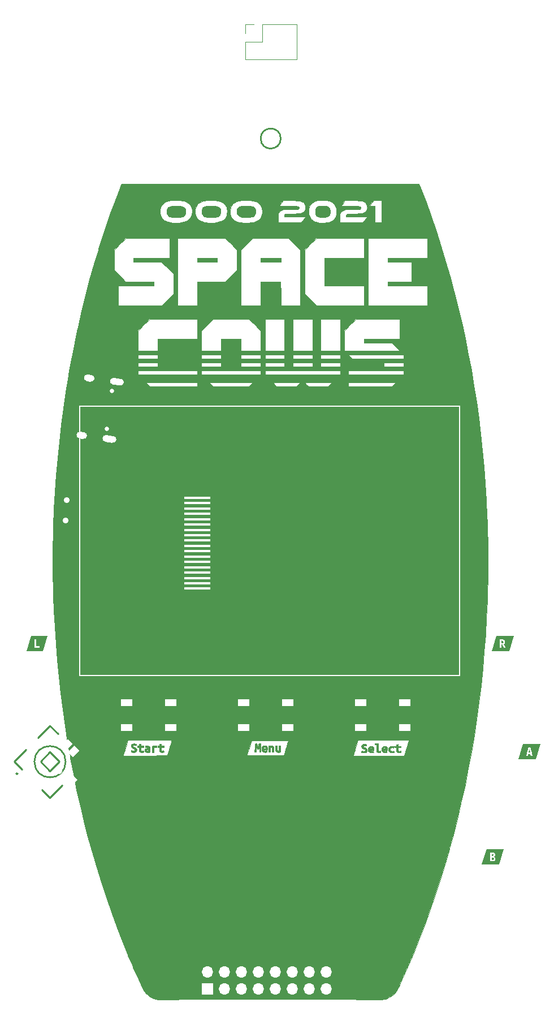
<source format=gbr>
%TF.GenerationSoftware,KiCad,Pcbnew,(5.1.10-1-10_14)*%
%TF.CreationDate,2021-08-27T15:48:04+02:00*%
%TF.ProjectId,OOO2021_Badge,4f4f4f32-3032-4315-9f42-616467652e6b,rev?*%
%TF.SameCoordinates,Original*%
%TF.FileFunction,Legend,Top*%
%TF.FilePolarity,Positive*%
%FSLAX46Y46*%
G04 Gerber Fmt 4.6, Leading zero omitted, Abs format (unit mm)*
G04 Created by KiCad (PCBNEW (5.1.10-1-10_14)) date 2021-08-27 15:48:04*
%MOMM*%
%LPD*%
G01*
G04 APERTURE LIST*
%ADD10C,0.254000*%
%ADD11C,0.250000*%
%ADD12C,0.100000*%
%ADD13C,0.120000*%
%ADD14C,0.010000*%
%ADD15R,2.000000X0.800000*%
%ADD16C,1.100000*%
%ADD17C,0.800000*%
%ADD18O,1.700000X1.700000*%
%ADD19R,1.700000X1.700000*%
%ADD20C,1.800000*%
%ADD21R,1.800000X1.800000*%
%ADD22C,3.000000*%
%ADD23R,4.000000X0.400000*%
%ADD24C,0.650000*%
%ADD25C,0.900000*%
%ADD26R,1.700000X1.000000*%
%ADD27C,2.000000*%
%ADD28C,1.700000*%
G04 APERTURE END LIST*
D10*
%TO.C,U4*%
X95000000Y-73738000D02*
G75*
G03*
X95000000Y-73738000I-1500000J0D01*
G01*
%TO.C,U14*%
X60450000Y-168436841D02*
X59013159Y-167000000D01*
X61886841Y-167000000D02*
X60450000Y-168436841D01*
X60450000Y-165563159D02*
X61886841Y-167000000D01*
X59013159Y-167000000D02*
X60450000Y-165563159D01*
X62792000Y-167000000D02*
G75*
G03*
X62792000Y-167000000I-2342000J0D01*
G01*
X55061846Y-167000000D02*
X56249079Y-168187232D01*
X60450000Y-172388154D02*
X62273628Y-170564525D01*
X59262768Y-171200921D02*
X60450000Y-172388154D01*
X65838154Y-167000000D02*
X64650921Y-165812768D01*
X64014525Y-168823628D02*
X65838154Y-167000000D01*
X60450000Y-161611846D02*
X58626372Y-163435475D01*
X61637232Y-162799079D02*
X60450000Y-161611846D01*
X56885475Y-165176372D02*
X55061846Y-167000000D01*
D11*
X55600253Y-168767767D02*
G75*
G03*
X55600253Y-168767767I-100000J0D01*
G01*
D12*
%TO.C,kibuzzard-6126461B*%
G36*
X127811493Y-148156323D02*
G01*
X128134073Y-148668953D01*
X128235887Y-148675001D01*
X128327621Y-148693146D01*
X128408266Y-148723892D01*
X128476814Y-148767743D01*
X128572580Y-148895767D01*
X128597530Y-148980192D01*
X128605846Y-149078226D01*
X128594757Y-149182057D01*
X128561491Y-149275807D01*
X128502520Y-149353931D01*
X128414314Y-149410887D01*
X128486895Y-149526814D01*
X128561491Y-149659878D01*
X128631048Y-149798991D01*
X128688507Y-149931047D01*
X128428427Y-149931047D01*
X128378276Y-149812348D01*
X128320564Y-149698185D01*
X128256804Y-149585534D01*
X128188508Y-149471371D01*
X128059476Y-149471371D01*
X128059476Y-149931047D01*
X127811493Y-149931047D01*
X127811493Y-148701211D01*
X127891130Y-148686090D01*
X127978831Y-148676009D01*
X128063508Y-148670969D01*
X128134073Y-148668953D01*
X127811493Y-148156323D01*
X127298863Y-148156323D01*
X126612656Y-150443677D01*
X127298863Y-150443677D01*
X127811493Y-150443677D01*
X128688507Y-150443677D01*
X129201137Y-150443677D01*
X129887344Y-148156323D01*
X129201137Y-148156323D01*
X128688507Y-148156323D01*
X127811493Y-148156323D01*
G37*
G36*
X128353830Y-149076210D02*
G01*
X128338710Y-148990525D01*
X128293347Y-148931049D01*
X128223286Y-148896271D01*
X128134073Y-148884678D01*
X128099799Y-148885686D01*
X128059476Y-148890727D01*
X128059476Y-149265726D01*
X128113912Y-149265726D01*
X128223286Y-149253377D01*
X128297379Y-149216331D01*
X128353830Y-149076210D01*
G37*
%TO.C,kibuzzard-612645F1*%
G36*
X58107864Y-148163379D02*
G01*
X58107864Y-148676009D01*
X58357863Y-148676009D01*
X58357863Y-149718346D01*
X58892136Y-149718346D01*
X58892136Y-149923991D01*
X58107864Y-149923991D01*
X58107864Y-148676009D01*
X58107864Y-148163379D01*
X57595233Y-148163379D01*
X56913261Y-150436621D01*
X57595233Y-150436621D01*
X58107864Y-150436621D01*
X58892136Y-150436621D01*
X59404767Y-150436621D01*
X60086739Y-148163379D01*
X59404767Y-148163379D01*
X58892136Y-148163379D01*
X58107864Y-148163379D01*
G37*
%TO.C,kibuzzard-6126450F*%
G36*
X126331654Y-180098258D02*
G01*
X126486896Y-180619961D01*
X126654234Y-180610888D01*
X126782258Y-180618197D01*
X126884072Y-180640122D01*
X127023185Y-180716735D01*
X127091733Y-180822582D01*
X127109878Y-180939517D01*
X127099042Y-181023186D01*
X127066532Y-181096775D01*
X126950604Y-181205645D01*
X127057207Y-181260081D01*
X127122983Y-181330645D01*
X127157005Y-181411290D01*
X127168346Y-181495967D01*
X127158769Y-181599546D01*
X127130040Y-181684475D01*
X127026209Y-181805442D01*
X126954637Y-181844253D01*
X126870968Y-181869958D01*
X126777974Y-181884323D01*
X126678428Y-181889112D01*
X126594254Y-181886843D01*
X126507057Y-181880039D01*
X126418851Y-181868698D01*
X126331654Y-181852821D01*
X126331654Y-180641130D01*
X126486896Y-180619961D01*
X126331654Y-180098258D01*
X125819024Y-180098258D01*
X125127979Y-182401742D01*
X125819024Y-182401742D01*
X126331654Y-182401742D01*
X127168346Y-182401742D01*
X127680976Y-182401742D01*
X128372021Y-180098258D01*
X127680976Y-180098258D01*
X127168346Y-180098258D01*
X126331654Y-180098258D01*
G37*
G36*
X126579637Y-181326613D02*
G01*
X126579637Y-181665322D01*
X126637097Y-181671370D01*
X126698589Y-181673386D01*
X126781250Y-181666330D01*
X126852822Y-181640120D01*
X126904234Y-181585685D01*
X126924395Y-181495967D01*
X126866935Y-181365927D01*
X126712702Y-181326613D01*
X126579637Y-181326613D01*
G37*
G36*
X126676411Y-181120968D02*
G01*
X126819556Y-181079637D01*
X126867943Y-180965726D01*
X126853830Y-180894154D01*
X126815524Y-180851815D01*
X126759073Y-180831654D01*
X126692540Y-180826614D01*
X126634073Y-180828630D01*
X126579637Y-180834678D01*
X126579637Y-181120968D01*
X126676411Y-181120968D01*
G37*
%TO.C,kibuzzard-612644FA*%
G36*
X131764114Y-164363379D02*
G01*
X132032763Y-165155999D01*
X132076235Y-165014051D01*
X132118952Y-164876009D01*
X132389113Y-164876009D01*
X132433404Y-165015185D01*
X132477570Y-165158519D01*
X132521610Y-165306011D01*
X132565524Y-165457661D01*
X132600403Y-165582701D01*
X132634878Y-165711854D01*
X132668951Y-165845120D01*
X132702620Y-165982499D01*
X132735886Y-166123991D01*
X132469758Y-166123991D01*
X132411290Y-165835685D01*
X132078629Y-165835685D01*
X132022178Y-166123991D01*
X131764114Y-166123991D01*
X131799678Y-165979031D01*
X131835404Y-165839314D01*
X131871291Y-165704838D01*
X131907339Y-165575605D01*
X131943549Y-165451613D01*
X131988534Y-165301853D01*
X132032763Y-165155999D01*
X131764114Y-164363379D01*
X131251484Y-164363379D01*
X130569511Y-166636621D01*
X131251484Y-166636621D01*
X131764114Y-166636621D01*
X132735886Y-166636621D01*
X133248516Y-166636621D01*
X133930489Y-164363379D01*
X133248516Y-164363379D01*
X132735886Y-164363379D01*
X131764114Y-164363379D01*
G37*
G36*
X132247984Y-165117944D02*
G01*
X132210686Y-165252017D01*
X132178428Y-165377016D01*
X132150202Y-165501008D01*
X132125000Y-165630040D01*
X132368951Y-165630040D01*
X132344758Y-165501008D01*
X132317540Y-165377016D01*
X132285282Y-165252017D01*
X132247984Y-165117944D01*
G37*
D13*
%TO.C,J5*%
X89670000Y-61870000D02*
X89670000Y-59270000D01*
X89670000Y-61870000D02*
X97410000Y-61870000D01*
X97410000Y-61870000D02*
X97410000Y-56670000D01*
X92270000Y-56670000D02*
X97410000Y-56670000D01*
X92270000Y-59270000D02*
X92270000Y-56670000D01*
X89670000Y-59270000D02*
X92270000Y-59270000D01*
X89670000Y-56670000D02*
X91000000Y-56670000D01*
X89670000Y-58000000D02*
X89670000Y-56670000D01*
D14*
%TO.C,W1*%
G36*
X115966617Y-81130125D02*
G01*
X116782951Y-83274475D01*
X117566076Y-85444385D01*
X118315805Y-87638925D01*
X119031951Y-89857165D01*
X119714327Y-92098177D01*
X120362747Y-94361031D01*
X120977023Y-96644797D01*
X121556968Y-98948547D01*
X122102397Y-101271351D01*
X122613121Y-103612279D01*
X123088953Y-105970403D01*
X123529708Y-108344793D01*
X123935198Y-110734519D01*
X124305235Y-113138653D01*
X124639634Y-115556264D01*
X124938207Y-117986425D01*
X125200768Y-120428205D01*
X125427129Y-122880674D01*
X125617103Y-125342905D01*
X125770505Y-127813966D01*
X125887146Y-130292930D01*
X125895057Y-130496083D01*
X125913377Y-130984851D01*
X125929860Y-131449021D01*
X125944573Y-131893072D01*
X125957582Y-132321483D01*
X125968956Y-132738733D01*
X125978762Y-133149303D01*
X125987067Y-133557670D01*
X125993939Y-133968316D01*
X125999445Y-134385718D01*
X126003652Y-134814356D01*
X126006629Y-135258711D01*
X126008442Y-135723260D01*
X126009159Y-136212484D01*
X126008847Y-136730861D01*
X126007575Y-137282872D01*
X126005561Y-137836720D01*
X126003688Y-138268749D01*
X126001804Y-138662508D01*
X125999839Y-139022059D01*
X125997723Y-139351465D01*
X125995384Y-139654789D01*
X125992752Y-139936094D01*
X125989757Y-140199442D01*
X125986328Y-140448897D01*
X125982394Y-140688521D01*
X125977885Y-140922377D01*
X125972729Y-141154527D01*
X125966858Y-141389036D01*
X125960199Y-141629964D01*
X125952683Y-141881376D01*
X125944238Y-142147334D01*
X125934794Y-142431901D01*
X125924281Y-142739139D01*
X125916480Y-142963250D01*
X125807975Y-145504437D01*
X125660582Y-148039712D01*
X125474469Y-150567972D01*
X125249804Y-153088113D01*
X124986757Y-155599033D01*
X124685495Y-158099628D01*
X124346187Y-160588794D01*
X123969001Y-163065429D01*
X123554106Y-165528429D01*
X123101669Y-167976692D01*
X122611860Y-170409113D01*
X122084847Y-172824589D01*
X121520799Y-175222017D01*
X120919882Y-177600295D01*
X120282267Y-179958318D01*
X120254424Y-180057833D01*
X119591710Y-182350741D01*
X118895684Y-184617582D01*
X118166307Y-186858459D01*
X117403542Y-189073474D01*
X116607352Y-191262728D01*
X115777700Y-193426326D01*
X114914548Y-195564370D01*
X114017859Y-197676961D01*
X113087596Y-199764202D01*
X113005386Y-199943917D01*
X112894424Y-200185538D01*
X112798975Y-200392219D01*
X112717210Y-200567636D01*
X112647301Y-200715468D01*
X112587422Y-200839391D01*
X112535743Y-200943084D01*
X112490438Y-201030225D01*
X112449677Y-201104490D01*
X112411633Y-201169558D01*
X112374479Y-201229107D01*
X112342266Y-201278079D01*
X112129457Y-201557781D01*
X111886874Y-201808742D01*
X111617460Y-202029088D01*
X111324157Y-202216941D01*
X111009908Y-202370428D01*
X110677655Y-202487671D01*
X110330340Y-202566796D01*
X110316917Y-202569021D01*
X110301584Y-202570924D01*
X110278793Y-202572749D01*
X110247697Y-202574496D01*
X110207444Y-202576167D01*
X110157186Y-202577764D01*
X110096072Y-202579288D01*
X110023254Y-202580740D01*
X109937881Y-202582121D01*
X109839103Y-202583434D01*
X109726073Y-202584680D01*
X109597938Y-202585859D01*
X109453851Y-202586974D01*
X109292961Y-202588026D01*
X109114419Y-202589017D01*
X108917376Y-202589947D01*
X108700980Y-202590819D01*
X108464384Y-202591633D01*
X108206737Y-202592391D01*
X107927190Y-202593095D01*
X107624894Y-202593746D01*
X107298997Y-202594346D01*
X106948652Y-202594895D01*
X106573008Y-202595396D01*
X106171216Y-202595849D01*
X105742425Y-202596257D01*
X105285788Y-202596620D01*
X104800453Y-202596940D01*
X104285571Y-202597219D01*
X103740293Y-202597458D01*
X103163770Y-202597658D01*
X102555150Y-202597821D01*
X101913586Y-202597948D01*
X101238226Y-202598041D01*
X100528223Y-202598101D01*
X99782725Y-202598130D01*
X99000884Y-202598129D01*
X98181849Y-202598099D01*
X97324772Y-202598042D01*
X96428802Y-202597960D01*
X95493090Y-202597853D01*
X94516787Y-202597723D01*
X93499042Y-202597572D01*
X93447084Y-202597564D01*
X92607230Y-202597411D01*
X91777472Y-202597216D01*
X90958830Y-202596979D01*
X90152325Y-202596703D01*
X89358977Y-202596389D01*
X88579807Y-202596037D01*
X87815836Y-202595649D01*
X87068084Y-202595226D01*
X86337573Y-202594770D01*
X85625321Y-202594281D01*
X84932351Y-202593761D01*
X84259683Y-202593212D01*
X83608337Y-202592633D01*
X82979335Y-202592027D01*
X82373696Y-202591395D01*
X81792441Y-202590738D01*
X81236592Y-202590057D01*
X80707168Y-202589354D01*
X80205190Y-202588629D01*
X79731680Y-202587884D01*
X79287657Y-202587121D01*
X78874142Y-202586340D01*
X78492156Y-202585542D01*
X78142719Y-202584729D01*
X77826853Y-202583903D01*
X77545577Y-202583063D01*
X77299913Y-202582212D01*
X77090881Y-202581351D01*
X76919501Y-202580481D01*
X76786795Y-202579603D01*
X76693783Y-202578719D01*
X76641485Y-202577829D01*
X76630167Y-202577306D01*
X76285523Y-202512401D01*
X75954133Y-202409023D01*
X75639029Y-202269304D01*
X75343243Y-202095375D01*
X75069810Y-201889370D01*
X74821760Y-201653419D01*
X74602128Y-201389656D01*
X74413947Y-201100211D01*
X74344515Y-200970500D01*
X74262673Y-200804485D01*
X74166082Y-200602864D01*
X74056283Y-200369103D01*
X73934818Y-200106670D01*
X73803225Y-199819034D01*
X73663046Y-199509661D01*
X73515820Y-199182019D01*
X73363089Y-198839576D01*
X73206392Y-198485799D01*
X73047269Y-198124156D01*
X72887261Y-197758115D01*
X72727909Y-197391142D01*
X72570752Y-197026706D01*
X72417331Y-196668274D01*
X72269186Y-196319313D01*
X72127858Y-195983292D01*
X72106763Y-195932833D01*
X71238065Y-193800191D01*
X70403007Y-191642391D01*
X69601743Y-189460177D01*
X68834428Y-187254295D01*
X68101218Y-185025488D01*
X67402267Y-182774501D01*
X66737730Y-180502078D01*
X66107763Y-178208965D01*
X65512521Y-175895905D01*
X64952158Y-173563643D01*
X64426831Y-171212924D01*
X63936693Y-168844492D01*
X63481900Y-166459091D01*
X63428191Y-166151448D01*
X105842157Y-166151448D01*
X113488845Y-166140750D01*
X113844659Y-164955417D01*
X113909301Y-164739823D01*
X113970169Y-164536331D01*
X114026193Y-164348554D01*
X114076301Y-164180103D01*
X114119424Y-164034591D01*
X114154490Y-163915629D01*
X114180429Y-163826829D01*
X114196170Y-163771803D01*
X114200736Y-163754208D01*
X114179949Y-163752551D01*
X114118939Y-163750941D01*
X114019815Y-163749388D01*
X113884687Y-163747900D01*
X113715667Y-163746487D01*
X113514862Y-163745156D01*
X113284384Y-163743917D01*
X113026343Y-163742779D01*
X112742847Y-163741751D01*
X112436008Y-163740840D01*
X112107936Y-163740056D01*
X111760739Y-163739408D01*
X111396528Y-163738904D01*
X111017414Y-163738554D01*
X110625506Y-163738365D01*
X110383594Y-163738333D01*
X106566188Y-163738333D01*
X106232603Y-164850422D01*
X106169082Y-165062180D01*
X106108487Y-165264174D01*
X106052045Y-165452311D01*
X106000985Y-165622500D01*
X105956533Y-165770649D01*
X105919918Y-165892666D01*
X105892367Y-165984461D01*
X105875108Y-166041942D01*
X105870588Y-166056979D01*
X105842157Y-166151448D01*
X63428191Y-166151448D01*
X63417107Y-166087965D01*
X71385024Y-166087965D01*
X74687611Y-166082608D01*
X77990197Y-166077250D01*
X77998134Y-166050792D01*
X89923546Y-166050792D01*
X89944211Y-166052732D01*
X90004735Y-166054605D01*
X90102640Y-166056395D01*
X90235452Y-166058089D01*
X90400694Y-166059673D01*
X90595892Y-166061131D01*
X90818569Y-166062451D01*
X91066250Y-166063618D01*
X91336459Y-166064617D01*
X91626721Y-166065434D01*
X91934560Y-166066056D01*
X92257500Y-166066468D01*
X92593066Y-166066656D01*
X92694386Y-166066667D01*
X95465938Y-166066667D01*
X95518806Y-165892042D01*
X95535945Y-165835232D01*
X95563711Y-165742941D01*
X95600585Y-165620239D01*
X95645043Y-165472194D01*
X95695562Y-165303878D01*
X95750621Y-165120361D01*
X95808698Y-164926712D01*
X95850842Y-164786143D01*
X95908184Y-164595016D01*
X95961998Y-164415953D01*
X96011026Y-164253114D01*
X96054012Y-164110660D01*
X96089699Y-163992751D01*
X96116831Y-163903547D01*
X96134151Y-163847208D01*
X96140217Y-163828273D01*
X96134397Y-163824337D01*
X96112534Y-163820819D01*
X96072802Y-163817705D01*
X96013373Y-163814981D01*
X95932421Y-163812633D01*
X95828117Y-163810646D01*
X95698636Y-163809007D01*
X95542149Y-163807702D01*
X95356830Y-163806717D01*
X95140853Y-163806037D01*
X94892388Y-163805650D01*
X94609611Y-163805540D01*
X94290693Y-163805694D01*
X93933807Y-163806097D01*
X93537127Y-163806737D01*
X93371596Y-163807046D01*
X90592770Y-163812417D01*
X90258514Y-164923667D01*
X90195842Y-165132262D01*
X90136971Y-165328670D01*
X90083012Y-165509155D01*
X90035073Y-165669983D01*
X89994264Y-165807422D01*
X89961696Y-165917737D01*
X89938477Y-165997193D01*
X89925718Y-166042058D01*
X89923546Y-166050792D01*
X77998134Y-166050792D01*
X78263236Y-165167083D01*
X78322840Y-164968392D01*
X78381276Y-164773593D01*
X78436866Y-164588278D01*
X78487933Y-164418040D01*
X78532799Y-164268469D01*
X78569787Y-164145157D01*
X78597220Y-164053698D01*
X78607708Y-164018725D01*
X78679143Y-163780534D01*
X75376556Y-163785892D01*
X72073970Y-163791250D01*
X71800931Y-164701417D01*
X71741327Y-164900108D01*
X71682891Y-165094906D01*
X71627301Y-165280221D01*
X71576234Y-165450460D01*
X71531368Y-165600031D01*
X71494380Y-165723342D01*
X71466947Y-165814802D01*
X71456459Y-165849774D01*
X71385024Y-166087965D01*
X63417107Y-166087965D01*
X63062607Y-164057466D01*
X62678970Y-161640361D01*
X62331143Y-159208521D01*
X62019281Y-156762691D01*
X61743539Y-154303615D01*
X61504073Y-151832037D01*
X61301038Y-149348701D01*
X61134588Y-146854353D01*
X61004879Y-144349737D01*
X60924932Y-142254167D01*
X60900806Y-141407833D01*
X60881274Y-140526667D01*
X60866335Y-139617918D01*
X60855989Y-138688835D01*
X60850236Y-137746671D01*
X60849076Y-136798673D01*
X60852508Y-135852093D01*
X60860534Y-134914181D01*
X60873152Y-133992187D01*
X60874982Y-133896614D01*
X64734500Y-133896614D01*
X64734501Y-135009044D01*
X64734503Y-136079932D01*
X64734508Y-137110072D01*
X64734519Y-138100255D01*
X64734536Y-139051273D01*
X64734562Y-139963920D01*
X64734598Y-140838986D01*
X64734645Y-141677264D01*
X64734706Y-142479546D01*
X64734782Y-143246625D01*
X64734875Y-143979293D01*
X64734985Y-144678341D01*
X64735116Y-145344563D01*
X64735269Y-145978750D01*
X64735445Y-146581694D01*
X64735645Y-147154189D01*
X64735873Y-147697025D01*
X64736128Y-148210995D01*
X64736413Y-148696891D01*
X64736730Y-149155506D01*
X64737081Y-149587632D01*
X64737466Y-149994061D01*
X64737887Y-150375585D01*
X64738347Y-150732996D01*
X64738847Y-151067087D01*
X64739388Y-151378649D01*
X64739972Y-151668475D01*
X64740601Y-151937358D01*
X64741276Y-152186089D01*
X64742000Y-152415460D01*
X64742773Y-152626265D01*
X64743597Y-152819294D01*
X64744475Y-152995340D01*
X64745407Y-153155196D01*
X64746396Y-153299653D01*
X64747443Y-153429504D01*
X64748549Y-153545541D01*
X64749717Y-153648556D01*
X64750948Y-153739342D01*
X64752243Y-153818690D01*
X64753605Y-153887393D01*
X64755035Y-153946243D01*
X64756534Y-153996032D01*
X64758104Y-154037552D01*
X64759748Y-154071597D01*
X64761466Y-154098957D01*
X64763260Y-154120424D01*
X64765132Y-154136793D01*
X64767083Y-154148853D01*
X64769116Y-154157398D01*
X64771232Y-154163220D01*
X64773432Y-154167111D01*
X64775718Y-154169864D01*
X64776834Y-154171000D01*
X64778932Y-154172967D01*
X64781678Y-154174872D01*
X64785736Y-154176716D01*
X64791775Y-154178500D01*
X64800461Y-154180225D01*
X64812461Y-154181893D01*
X64828443Y-154183503D01*
X64849073Y-154185058D01*
X64875019Y-154186557D01*
X64906948Y-154188003D01*
X64945526Y-154189395D01*
X64991422Y-154190736D01*
X65045301Y-154192025D01*
X65107830Y-154193265D01*
X65179678Y-154194456D01*
X65261511Y-154195598D01*
X65353996Y-154196693D01*
X65457800Y-154197743D01*
X65573590Y-154198747D01*
X65702033Y-154199707D01*
X65843797Y-154200624D01*
X65999547Y-154201499D01*
X66169953Y-154202333D01*
X66355680Y-154203127D01*
X66557395Y-154203882D01*
X66775766Y-154204598D01*
X67011459Y-154205277D01*
X67265142Y-154205921D01*
X67537482Y-154206529D01*
X67829146Y-154207102D01*
X68140801Y-154207643D01*
X68473113Y-154208151D01*
X68826751Y-154208629D01*
X69202380Y-154209076D01*
X69600669Y-154209493D01*
X70022284Y-154209883D01*
X70467892Y-154210245D01*
X70938160Y-154210581D01*
X71433756Y-154210891D01*
X71955345Y-154211178D01*
X72503597Y-154211441D01*
X73079177Y-154211681D01*
X73682752Y-154211901D01*
X74314990Y-154212100D01*
X74976558Y-154212279D01*
X75668123Y-154212441D01*
X76390351Y-154212585D01*
X77143910Y-154212712D01*
X77929467Y-154212825D01*
X78747689Y-154212922D01*
X79599243Y-154213007D01*
X80484796Y-154213079D01*
X81405015Y-154213139D01*
X82360568Y-154213189D01*
X83352121Y-154213230D01*
X84380341Y-154213262D01*
X85445895Y-154213287D01*
X86549451Y-154213305D01*
X87691675Y-154213318D01*
X88873235Y-154213326D01*
X90094797Y-154213330D01*
X91357029Y-154213333D01*
X94644321Y-154213333D01*
X95926892Y-154213332D01*
X97168464Y-154213328D01*
X98369703Y-154213322D01*
X99531278Y-154213312D01*
X100653854Y-154213296D01*
X101738100Y-154213275D01*
X102784681Y-154213247D01*
X103794266Y-154213210D01*
X104767521Y-154213165D01*
X105705113Y-154213110D01*
X106607710Y-154213044D01*
X107475977Y-154212966D01*
X108310584Y-154212875D01*
X109112195Y-154212770D01*
X109881479Y-154212650D01*
X110619103Y-154212514D01*
X111325734Y-154212361D01*
X112002038Y-154212191D01*
X112648683Y-154212002D01*
X113266336Y-154211792D01*
X113855663Y-154211562D01*
X114417333Y-154211310D01*
X114952012Y-154211036D01*
X115460366Y-154210737D01*
X115943064Y-154210414D01*
X116400772Y-154210065D01*
X116834157Y-154209689D01*
X117243887Y-154209285D01*
X117630628Y-154208853D01*
X117995047Y-154208391D01*
X118337812Y-154207898D01*
X118659589Y-154207374D01*
X118961046Y-154206816D01*
X119242849Y-154206225D01*
X119505666Y-154205600D01*
X119750164Y-154204938D01*
X119977010Y-154204240D01*
X120186870Y-154203505D01*
X120380413Y-154202730D01*
X120558304Y-154201916D01*
X120721212Y-154201062D01*
X120869802Y-154200166D01*
X121004743Y-154199227D01*
X121126701Y-154198244D01*
X121236344Y-154197218D01*
X121334337Y-154196145D01*
X121421349Y-154195026D01*
X121498047Y-154193859D01*
X121565097Y-154192644D01*
X121623166Y-154191379D01*
X121672922Y-154190064D01*
X121715032Y-154188697D01*
X121750163Y-154187278D01*
X121778981Y-154185805D01*
X121802154Y-154184278D01*
X121820349Y-154182696D01*
X121834233Y-154181056D01*
X121844473Y-154179360D01*
X121851737Y-154177605D01*
X121856690Y-154175790D01*
X121860001Y-154173916D01*
X121862335Y-154171979D01*
X121863334Y-154171000D01*
X121865661Y-154168511D01*
X121867902Y-154165258D01*
X121870058Y-154160451D01*
X121872130Y-154153296D01*
X121874120Y-154143002D01*
X121876030Y-154128775D01*
X121877861Y-154109825D01*
X121879615Y-154085357D01*
X121881293Y-154054581D01*
X121882898Y-154016704D01*
X121884431Y-153970933D01*
X121885894Y-153916477D01*
X121887287Y-153852542D01*
X121888614Y-153778338D01*
X121889875Y-153693071D01*
X121891073Y-153595949D01*
X121892208Y-153486180D01*
X121893283Y-153362972D01*
X121894299Y-153225532D01*
X121895258Y-153073069D01*
X121896161Y-152904789D01*
X121897011Y-152719901D01*
X121897808Y-152517612D01*
X121898555Y-152297130D01*
X121899253Y-152057663D01*
X121899904Y-151798419D01*
X121900509Y-151518604D01*
X121901070Y-151217428D01*
X121901589Y-150894097D01*
X121902068Y-150547820D01*
X121902507Y-150177803D01*
X121902909Y-149783256D01*
X121903276Y-149363385D01*
X121903608Y-148917398D01*
X121903908Y-148444504D01*
X121904178Y-147943909D01*
X121904418Y-147414821D01*
X121904631Y-146856449D01*
X121904818Y-146268000D01*
X121904982Y-145648681D01*
X121905123Y-144997701D01*
X121905243Y-144314267D01*
X121905344Y-143597586D01*
X121905427Y-142846867D01*
X121905495Y-142061317D01*
X121905548Y-141240145D01*
X121905590Y-140382557D01*
X121905620Y-139487761D01*
X121905641Y-138554966D01*
X121905655Y-137583378D01*
X121905662Y-136572206D01*
X121905666Y-135520657D01*
X121905667Y-134427940D01*
X121905667Y-133900292D01*
X121905664Y-132784559D01*
X121905653Y-131710374D01*
X121905633Y-130676954D01*
X121905604Y-129683514D01*
X121905563Y-128729268D01*
X121905509Y-127813433D01*
X121905441Y-126935223D01*
X121905357Y-126093855D01*
X121905256Y-125288543D01*
X121905138Y-124518502D01*
X121904999Y-123782950D01*
X121904840Y-123081099D01*
X121904658Y-122412167D01*
X121904452Y-121775369D01*
X121904222Y-121169919D01*
X121903965Y-120595034D01*
X121903680Y-120049928D01*
X121903366Y-119533817D01*
X121903022Y-119045917D01*
X121902646Y-118585443D01*
X121902237Y-118151609D01*
X121901793Y-117743633D01*
X121901313Y-117360729D01*
X121900796Y-117002112D01*
X121900240Y-116666997D01*
X121899645Y-116354602D01*
X121899008Y-116064139D01*
X121898328Y-115794826D01*
X121897605Y-115545877D01*
X121896836Y-115316508D01*
X121896020Y-115105934D01*
X121895156Y-114913371D01*
X121894243Y-114738034D01*
X121893279Y-114579138D01*
X121892262Y-114435899D01*
X121891192Y-114307532D01*
X121890068Y-114193253D01*
X121888887Y-114092277D01*
X121887648Y-114003819D01*
X121886351Y-113927095D01*
X121884993Y-113861320D01*
X121883573Y-113805710D01*
X121882091Y-113759480D01*
X121880544Y-113721845D01*
X121878931Y-113692021D01*
X121877252Y-113669222D01*
X121875503Y-113652666D01*
X121873685Y-113641566D01*
X121871796Y-113635139D01*
X121870636Y-113633208D01*
X121868170Y-113631409D01*
X121863634Y-113629666D01*
X121856365Y-113627979D01*
X121845695Y-113626347D01*
X121830960Y-113624769D01*
X121811494Y-113623243D01*
X121786630Y-113621770D01*
X121755704Y-113620348D01*
X121718050Y-113618976D01*
X121673003Y-113617654D01*
X121619895Y-113616379D01*
X121558063Y-113615153D01*
X121486839Y-113613973D01*
X121405560Y-113612839D01*
X121313558Y-113611749D01*
X121210168Y-113610704D01*
X121094725Y-113609702D01*
X120966564Y-113608741D01*
X120825017Y-113607823D01*
X120669420Y-113606944D01*
X120499108Y-113606105D01*
X120313413Y-113605304D01*
X120111672Y-113604541D01*
X119893217Y-113603814D01*
X119657384Y-113603124D01*
X119403507Y-113602468D01*
X119130920Y-113601846D01*
X118838958Y-113601258D01*
X118526954Y-113600702D01*
X118194244Y-113600176D01*
X117840162Y-113599682D01*
X117464041Y-113599217D01*
X117065217Y-113598780D01*
X116643023Y-113598371D01*
X116196794Y-113597989D01*
X115725865Y-113597633D01*
X115229569Y-113597302D01*
X114707242Y-113596995D01*
X114158217Y-113596711D01*
X113581829Y-113596449D01*
X112977412Y-113596209D01*
X112344300Y-113595989D01*
X111681828Y-113595788D01*
X110989331Y-113595607D01*
X110266142Y-113595443D01*
X109511596Y-113595296D01*
X108725027Y-113595165D01*
X107905770Y-113595049D01*
X107053159Y-113594947D01*
X106166528Y-113594858D01*
X105245212Y-113594782D01*
X104288545Y-113594717D01*
X103295861Y-113594663D01*
X102266496Y-113594618D01*
X101199782Y-113594583D01*
X100095055Y-113594554D01*
X98951648Y-113594533D01*
X97768897Y-113594518D01*
X96546135Y-113594508D01*
X95282697Y-113594503D01*
X93977918Y-113594500D01*
X93323761Y-113594500D01*
X91995303Y-113594502D01*
X90708517Y-113594509D01*
X89462744Y-113594523D01*
X88257322Y-113594543D01*
X87091591Y-113594570D01*
X85964891Y-113594606D01*
X84876561Y-113594651D01*
X83825941Y-113594706D01*
X82812369Y-113594771D01*
X81835186Y-113594848D01*
X80893730Y-113594938D01*
X79987342Y-113595041D01*
X79115361Y-113595158D01*
X78277126Y-113595289D01*
X77471977Y-113595436D01*
X76699252Y-113595600D01*
X75958292Y-113595781D01*
X75248437Y-113595980D01*
X74569024Y-113596197D01*
X73919395Y-113596435D01*
X73298888Y-113596693D01*
X72706842Y-113596972D01*
X72142598Y-113597273D01*
X71605495Y-113597597D01*
X71094872Y-113597945D01*
X70610068Y-113598318D01*
X70150424Y-113598716D01*
X69715278Y-113599139D01*
X69303970Y-113599590D01*
X68915839Y-113600069D01*
X68550226Y-113600576D01*
X68206468Y-113601113D01*
X67883906Y-113601680D01*
X67581880Y-113602278D01*
X67299728Y-113602908D01*
X67036791Y-113603570D01*
X66792407Y-113604266D01*
X66565916Y-113604996D01*
X66356657Y-113605761D01*
X66163970Y-113606562D01*
X65987195Y-113607400D01*
X65825671Y-113608275D01*
X65678737Y-113609188D01*
X65545732Y-113610141D01*
X65425997Y-113611134D01*
X65318870Y-113612167D01*
X65223692Y-113613242D01*
X65139801Y-113614359D01*
X65066537Y-113615520D01*
X65003239Y-113616724D01*
X64949248Y-113617973D01*
X64903901Y-113619268D01*
X64866540Y-113620609D01*
X64836502Y-113621998D01*
X64813129Y-113623434D01*
X64795758Y-113624919D01*
X64783731Y-113626454D01*
X64776385Y-113628040D01*
X64773209Y-113629530D01*
X64771079Y-113632326D01*
X64769029Y-113637313D01*
X64767057Y-113645281D01*
X64765161Y-113657022D01*
X64763340Y-113673325D01*
X64761593Y-113694981D01*
X64759918Y-113722782D01*
X64758313Y-113757517D01*
X64756777Y-113799977D01*
X64755308Y-113850953D01*
X64753906Y-113911235D01*
X64752567Y-113981614D01*
X64751292Y-114062880D01*
X64750078Y-114155824D01*
X64748924Y-114261237D01*
X64747828Y-114379909D01*
X64746789Y-114512631D01*
X64745805Y-114660193D01*
X64744875Y-114823386D01*
X64743998Y-115003000D01*
X64743171Y-115199827D01*
X64742394Y-115414656D01*
X64741664Y-115648278D01*
X64740980Y-115901484D01*
X64740342Y-116175065D01*
X64739746Y-116469810D01*
X64739193Y-116786511D01*
X64738679Y-117125958D01*
X64738205Y-117488942D01*
X64737767Y-117876253D01*
X64737365Y-118288682D01*
X64736998Y-118727019D01*
X64736663Y-119192056D01*
X64736359Y-119684582D01*
X64736085Y-120205388D01*
X64735839Y-120755265D01*
X64735620Y-121335003D01*
X64735426Y-121945393D01*
X64735255Y-122587226D01*
X64735107Y-123261292D01*
X64734979Y-123968382D01*
X64734870Y-124709285D01*
X64734779Y-125484794D01*
X64734704Y-126295698D01*
X64734643Y-127142788D01*
X64734596Y-128026855D01*
X64734560Y-128948688D01*
X64734534Y-129909080D01*
X64734516Y-130908819D01*
X64734506Y-131948698D01*
X64734501Y-133029506D01*
X64734500Y-133896614D01*
X60874982Y-133896614D01*
X60890363Y-133093361D01*
X60912167Y-132224954D01*
X60925001Y-131797833D01*
X61025840Y-129231418D01*
X61164574Y-126677774D01*
X61341112Y-124137370D01*
X61555359Y-121610680D01*
X61807224Y-119098174D01*
X62096613Y-116600324D01*
X62423432Y-114117601D01*
X62787590Y-111650476D01*
X63013448Y-110271333D01*
X74799838Y-110271333D01*
X75370162Y-110842833D01*
X82493334Y-110842833D01*
X82493334Y-110271333D01*
X84303672Y-110271333D01*
X84588834Y-110557083D01*
X84873995Y-110842833D01*
X90230338Y-110842833D01*
X90800662Y-110271333D01*
X93828672Y-110271333D01*
X94113834Y-110557083D01*
X94398995Y-110842833D01*
X97363505Y-110842833D01*
X97933829Y-110271333D01*
X98579712Y-110271333D01*
X98870898Y-110556336D01*
X99162084Y-110841338D01*
X100644044Y-110842086D01*
X102126005Y-110842833D01*
X102696329Y-110271333D01*
X105099334Y-110271333D01*
X105099334Y-110842833D01*
X111629838Y-110842833D01*
X112200162Y-110271333D01*
X105099334Y-110271333D01*
X102696329Y-110271333D01*
X98579712Y-110271333D01*
X97933829Y-110271333D01*
X93828672Y-110271333D01*
X90800662Y-110271333D01*
X84303672Y-110271333D01*
X82493334Y-110271333D01*
X74799838Y-110271333D01*
X63013448Y-110271333D01*
X63188993Y-109199422D01*
X63316188Y-108493333D01*
X73603334Y-108493333D01*
X73603334Y-109064833D01*
X82493334Y-109064833D01*
X82493334Y-108493333D01*
X83107167Y-108493333D01*
X83107167Y-109064833D01*
X91997167Y-109064833D01*
X91997167Y-108493333D01*
X92632167Y-108493333D01*
X92632167Y-109064833D01*
X103892834Y-109064833D01*
X103892834Y-108493333D01*
X105099334Y-108493333D01*
X105099334Y-109064833D01*
X113417834Y-109064833D01*
X113417834Y-108493333D01*
X105099334Y-108493333D01*
X103892834Y-108493333D01*
X92632167Y-108493333D01*
X91997167Y-108493333D01*
X83107167Y-108493333D01*
X82493334Y-108493333D01*
X73603334Y-108493333D01*
X63316188Y-108493333D01*
X63529715Y-107308000D01*
X73603334Y-107308000D01*
X73603334Y-107879500D01*
X76545500Y-107879500D01*
X76545500Y-107308000D01*
X83107167Y-107308000D01*
X83107167Y-107879500D01*
X86049334Y-107879500D01*
X86049334Y-107308000D01*
X89055000Y-107308000D01*
X89055000Y-107879500D01*
X91997167Y-107879500D01*
X91997167Y-107308000D01*
X92632167Y-107308000D01*
X92632167Y-107879500D01*
X95574334Y-107879500D01*
X95574334Y-107308000D01*
X96780834Y-107308000D01*
X96780834Y-107879500D01*
X99744167Y-107879500D01*
X99744167Y-107308000D01*
X100950667Y-107308000D01*
X100950667Y-107879500D01*
X103892834Y-107879500D01*
X103892834Y-107308000D01*
X110454500Y-107308000D01*
X110454500Y-107879500D01*
X113417834Y-107879500D01*
X113417834Y-107308000D01*
X110454500Y-107308000D01*
X103892834Y-107308000D01*
X100950667Y-107308000D01*
X99744167Y-107308000D01*
X96780834Y-107308000D01*
X95574334Y-107308000D01*
X92632167Y-107308000D01*
X91997167Y-107308000D01*
X89055000Y-107308000D01*
X86049334Y-107308000D01*
X83107167Y-107308000D01*
X76545500Y-107308000D01*
X73603334Y-107308000D01*
X63529715Y-107308000D01*
X63627549Y-106764908D01*
X63758066Y-106101500D01*
X73603334Y-106101500D01*
X73603334Y-106673000D01*
X76545500Y-106673000D01*
X76545500Y-106101500D01*
X83107167Y-106101500D01*
X83107167Y-106673000D01*
X86049334Y-106673000D01*
X86049334Y-106101500D01*
X89055000Y-106101500D01*
X89055000Y-106673000D01*
X91997167Y-106673000D01*
X91997167Y-106101500D01*
X92632167Y-106101500D01*
X92632167Y-106673000D01*
X95574334Y-106673000D01*
X95574334Y-106101500D01*
X96780834Y-106101500D01*
X96780834Y-106673000D01*
X99744167Y-106673000D01*
X99744167Y-106101500D01*
X100950667Y-106101500D01*
X100950667Y-106673000D01*
X103892834Y-106673000D01*
X103892834Y-106101500D01*
X105110505Y-106101500D01*
X105680829Y-106673000D01*
X113417834Y-106673000D01*
X113417834Y-106101500D01*
X105110505Y-106101500D01*
X103892834Y-106101500D01*
X100950667Y-106101500D01*
X99744167Y-106101500D01*
X96780834Y-106101500D01*
X95574334Y-106101500D01*
X92632167Y-106101500D01*
X91997167Y-106101500D01*
X89055000Y-106101500D01*
X86049334Y-106101500D01*
X83107167Y-106101500D01*
X76545500Y-106101500D01*
X73603334Y-106101500D01*
X63758066Y-106101500D01*
X64103164Y-104347408D01*
X64488827Y-102541652D01*
X73603334Y-102541652D01*
X73603334Y-105487667D01*
X76545500Y-105487667D01*
X76545500Y-103709667D01*
X82493334Y-103709667D01*
X82493334Y-102534730D01*
X83107167Y-102534730D01*
X83107167Y-105487667D01*
X86049334Y-105487667D01*
X86049334Y-103709667D01*
X89055000Y-103709667D01*
X89055000Y-105487667D01*
X91997167Y-105487667D01*
X91997167Y-102535101D01*
X91102969Y-101640717D01*
X90208770Y-100746333D01*
X92632167Y-100746333D01*
X92632167Y-105487667D01*
X95574334Y-105487667D01*
X95574334Y-100746333D01*
X96780834Y-100746333D01*
X96780834Y-105487667D01*
X99744167Y-105487667D01*
X99744167Y-100746333D01*
X100950667Y-100746333D01*
X100950667Y-105487667D01*
X103892834Y-105487667D01*
X103892834Y-102534730D01*
X104506667Y-102534730D01*
X104506667Y-105487667D01*
X112793128Y-105487667D01*
X112211334Y-104905583D01*
X111629539Y-104323500D01*
X107470000Y-104323500D01*
X107470000Y-103709667D01*
X112804000Y-103709667D01*
X112804000Y-100746333D01*
X106295435Y-100746333D01*
X105401051Y-101640531D01*
X104506667Y-102534730D01*
X103892834Y-102534730D01*
X103892834Y-100746333D01*
X100950667Y-100746333D01*
X99744167Y-100746333D01*
X96780834Y-100746333D01*
X95574334Y-100746333D01*
X92632167Y-100746333D01*
X90208770Y-100746333D01*
X84895935Y-100746333D01*
X84001551Y-101640531D01*
X83107167Y-102534730D01*
X82493334Y-102534730D01*
X82493334Y-100746333D01*
X75367673Y-100746333D01*
X74485503Y-101643993D01*
X73603334Y-102541652D01*
X64488827Y-102541652D01*
X64615746Y-101947392D01*
X65165201Y-99565331D01*
X65751437Y-97201698D01*
X66374360Y-94856963D01*
X67033878Y-92531598D01*
X67675510Y-90406230D01*
X70026167Y-90406230D01*
X70026167Y-93369939D01*
X70909969Y-94253553D01*
X71793770Y-95137167D01*
X75974000Y-95137167D01*
X75974000Y-95751000D01*
X70618834Y-95751000D01*
X70618834Y-98714333D01*
X77148563Y-98714333D01*
X78916167Y-96947105D01*
X78916371Y-93962417D01*
X78021977Y-93079844D01*
X77127584Y-92197271D01*
X75047959Y-92196136D01*
X72968334Y-92195000D01*
X72968334Y-91581167D01*
X78323500Y-91581167D01*
X78323500Y-88617833D01*
X79530000Y-88617833D01*
X79530000Y-98714333D01*
X82493334Y-98714333D01*
X82493334Y-95137167D01*
X86673939Y-95137167D01*
X88441167Y-93369563D01*
X88441167Y-90406601D01*
X88440797Y-90406230D01*
X89055000Y-90406230D01*
X89055000Y-98714333D01*
X91997167Y-98714333D01*
X91997167Y-95136883D01*
X93494709Y-95142316D01*
X94992250Y-95147750D01*
X94997662Y-96931042D01*
X95003074Y-98714333D01*
X97945000Y-98714333D01*
X97945000Y-90406601D01*
X97944630Y-90406230D01*
X98558834Y-90406230D01*
X98558834Y-96925565D01*
X100347230Y-98714333D01*
X107470000Y-98714333D01*
X107470000Y-95751000D01*
X101522167Y-95751000D01*
X101522167Y-91581167D01*
X107470000Y-91581167D01*
X107470000Y-88617833D01*
X108083834Y-88617833D01*
X108083834Y-98714333D01*
X116973834Y-98714333D01*
X116973834Y-95751000D01*
X111026000Y-95751000D01*
X111026000Y-95137167D01*
X114603167Y-95137167D01*
X114603167Y-92195000D01*
X111026000Y-92195000D01*
X111026000Y-91581167D01*
X116973834Y-91581167D01*
X116973834Y-88617833D01*
X108083834Y-88617833D01*
X107470000Y-88617833D01*
X100347601Y-88617833D01*
X99453217Y-89512031D01*
X98558834Y-90406230D01*
X97944630Y-90406230D01*
X96156604Y-88617833D01*
X90843768Y-88617833D01*
X89949384Y-89512031D01*
X89055000Y-90406230D01*
X88440797Y-90406230D01*
X87546969Y-89512217D01*
X86652770Y-88617833D01*
X79530000Y-88617833D01*
X78323500Y-88617833D01*
X71814935Y-88617833D01*
X70920551Y-89512031D01*
X70026167Y-90406230D01*
X67675510Y-90406230D01*
X67729898Y-90226074D01*
X68462327Y-87940863D01*
X69231073Y-85676436D01*
X69592145Y-84670250D01*
X76937084Y-84670250D01*
X76937702Y-84808439D01*
X76940143Y-84913481D01*
X76945283Y-84994550D01*
X76954000Y-85060822D01*
X76967169Y-85121472D01*
X76985669Y-85185675D01*
X76986653Y-85188833D01*
X77069074Y-85403975D01*
X77175241Y-85594235D01*
X77307062Y-85760799D01*
X77466448Y-85904852D01*
X77655309Y-86027578D01*
X77875555Y-86130163D01*
X78129095Y-86213792D01*
X78417840Y-86279648D01*
X78743699Y-86328918D01*
X78842084Y-86339927D01*
X78887322Y-86342179D01*
X78967642Y-86343648D01*
X79075795Y-86344307D01*
X79204536Y-86344128D01*
X79346618Y-86343082D01*
X79424167Y-86342176D01*
X79611195Y-86338774D01*
X79764497Y-86333644D01*
X79892663Y-86326201D01*
X80004285Y-86315859D01*
X80107952Y-86302036D01*
X80173433Y-86291208D01*
X80481545Y-86223341D01*
X80753527Y-86134357D01*
X80990354Y-86023514D01*
X81193005Y-85890069D01*
X81362457Y-85733280D01*
X81499685Y-85552404D01*
X81605668Y-85346698D01*
X81671700Y-85152569D01*
X81697196Y-85023247D01*
X81713261Y-84865834D01*
X81719885Y-84693244D01*
X81719593Y-84675161D01*
X82179343Y-84675161D01*
X82184379Y-84835424D01*
X82195980Y-84985774D01*
X82213860Y-85114046D01*
X82228275Y-85178250D01*
X82312409Y-85406185D01*
X82431408Y-85611290D01*
X82583136Y-85790932D01*
X82765455Y-85942480D01*
X82927250Y-86039349D01*
X83144571Y-86137460D01*
X83377263Y-86215771D01*
X83632997Y-86276370D01*
X83919441Y-86321344D01*
X83996167Y-86330326D01*
X84102364Y-86338257D01*
X84240782Y-86343023D01*
X84402306Y-86344815D01*
X84577822Y-86343825D01*
X84758213Y-86340246D01*
X84934365Y-86334268D01*
X85097163Y-86326085D01*
X85237492Y-86315887D01*
X85346236Y-86303868D01*
X85361417Y-86301579D01*
X85677463Y-86237625D01*
X85957469Y-86151984D01*
X86201915Y-86044378D01*
X86411281Y-85914530D01*
X86586046Y-85762162D01*
X86726693Y-85586997D01*
X86793305Y-85473920D01*
X86885351Y-85253935D01*
X86945769Y-85013996D01*
X86974480Y-84762380D01*
X86974298Y-84747235D01*
X87419137Y-84747235D01*
X87445058Y-85016273D01*
X87505284Y-85260890D01*
X87599695Y-85480863D01*
X87728171Y-85675964D01*
X87890593Y-85845968D01*
X88086840Y-85990650D01*
X88303584Y-86104037D01*
X88519468Y-86183940D01*
X88773596Y-86251000D01*
X89063714Y-86304705D01*
X89340750Y-86339866D01*
X89421998Y-86344782D01*
X89536866Y-86346968D01*
X89676747Y-86346688D01*
X89833034Y-86344206D01*
X89997121Y-86339788D01*
X90160400Y-86333696D01*
X90314263Y-86326197D01*
X90450105Y-86317554D01*
X90526285Y-86310912D01*
X94576269Y-86310912D01*
X96328381Y-86305497D01*
X98080493Y-86300083D01*
X98404187Y-85882042D01*
X98727881Y-85464000D01*
X95553167Y-85464000D01*
X95553167Y-85306246D01*
X95556277Y-85221238D01*
X95564453Y-85146861D01*
X95575965Y-85098525D01*
X95576668Y-85096913D01*
X95588204Y-85073297D01*
X95601834Y-85053353D01*
X95621045Y-85036724D01*
X95649322Y-85023053D01*
X95690150Y-85011982D01*
X95747017Y-85003154D01*
X95823409Y-84996212D01*
X95922810Y-84990798D01*
X96048707Y-84986554D01*
X96204587Y-84983124D01*
X96393935Y-84980149D01*
X96620237Y-84977274D01*
X96759667Y-84975629D01*
X96999019Y-84972745D01*
X97200101Y-84970043D01*
X97366971Y-84967329D01*
X97503691Y-84964410D01*
X97614322Y-84961093D01*
X97702923Y-84957184D01*
X97773555Y-84952489D01*
X97830279Y-84946817D01*
X97877155Y-84939972D01*
X97918243Y-84931763D01*
X97957605Y-84921996D01*
X97972812Y-84917874D01*
X98181956Y-84843854D01*
X98355808Y-84746509D01*
X98455498Y-84659667D01*
X99186362Y-84659667D01*
X99187128Y-84804240D01*
X99189956Y-84915830D01*
X99195643Y-85003766D01*
X99204984Y-85077379D01*
X99218776Y-85145998D01*
X99232415Y-85199417D01*
X99315173Y-85436705D01*
X99426855Y-85644324D01*
X99568579Y-85823352D01*
X99741463Y-85974868D01*
X99946622Y-86099952D01*
X100185175Y-86199683D01*
X100306882Y-86237470D01*
X100530957Y-86288358D01*
X100783677Y-86324875D01*
X101053643Y-86346379D01*
X101329455Y-86352229D01*
X101599713Y-86341782D01*
X101801541Y-86321618D01*
X101869484Y-86310912D01*
X103826102Y-86310912D01*
X105578214Y-86305497D01*
X107330326Y-86300083D01*
X107654020Y-85882042D01*
X107977714Y-85464000D01*
X104803000Y-85464000D01*
X104803000Y-85299376D01*
X104807887Y-85190003D01*
X104825007Y-85112726D01*
X104858047Y-85058180D01*
X104910694Y-85016997D01*
X104915211Y-85014372D01*
X104937977Y-85007739D01*
X104983412Y-85001858D01*
X105054143Y-84996636D01*
X105152796Y-84991979D01*
X105281996Y-84987795D01*
X105444368Y-84983990D01*
X105642540Y-84980471D01*
X105879136Y-84977146D01*
X106009500Y-84975563D01*
X106248848Y-84972695D01*
X106449924Y-84970005D01*
X106616789Y-84967303D01*
X106753504Y-84964393D01*
X106864129Y-84961083D01*
X106952724Y-84957180D01*
X107023351Y-84952491D01*
X107080069Y-84946823D01*
X107126938Y-84939983D01*
X107168020Y-84931777D01*
X107207375Y-84922013D01*
X107222645Y-84917874D01*
X107431789Y-84843854D01*
X107605641Y-84746509D01*
X107744328Y-84625697D01*
X107847977Y-84481280D01*
X107916715Y-84313117D01*
X107950668Y-84121068D01*
X107951090Y-84115731D01*
X107948605Y-83907575D01*
X107935592Y-83844750D01*
X108295497Y-83844750D01*
X108687082Y-83850509D01*
X109078667Y-83856267D01*
X109078667Y-86310667D01*
X110073500Y-86310667D01*
X110073500Y-83008667D01*
X108892304Y-83008667D01*
X108593901Y-83426708D01*
X108295497Y-83844750D01*
X107935592Y-83844750D01*
X107909012Y-83716439D01*
X107833764Y-83544969D01*
X107724313Y-83395807D01*
X107582112Y-83271599D01*
X107443132Y-83190723D01*
X107362876Y-83154365D01*
X107282928Y-83123107D01*
X107199503Y-83096580D01*
X107108815Y-83074417D01*
X107007080Y-83056248D01*
X106890512Y-83041705D01*
X106755326Y-83030421D01*
X106597737Y-83022026D01*
X106413958Y-83016153D01*
X106200206Y-83012432D01*
X105952695Y-83010497D01*
X105667640Y-83009978D01*
X105586167Y-83010030D01*
X104623084Y-83011032D01*
X104316167Y-83415446D01*
X104229985Y-83529343D01*
X104152566Y-83632306D01*
X104087531Y-83719466D01*
X104038503Y-83785952D01*
X104009103Y-83826894D01*
X104002195Y-83837597D01*
X104021535Y-83840656D01*
X104079713Y-83843553D01*
X104173234Y-83846240D01*
X104298602Y-83848672D01*
X104452322Y-83850803D01*
X104630898Y-83852589D01*
X104830836Y-83853982D01*
X105048639Y-83854937D01*
X105280814Y-83855409D01*
X105367445Y-83855451D01*
X105688122Y-83855843D01*
X105970167Y-83856953D01*
X106213048Y-83858775D01*
X106416234Y-83861298D01*
X106579194Y-83864517D01*
X106701395Y-83868421D01*
X106782305Y-83873003D01*
X106820500Y-83877992D01*
X106907604Y-83913737D01*
X106959295Y-83966555D01*
X106981350Y-84043742D01*
X106983167Y-84083457D01*
X106968522Y-84187420D01*
X106923854Y-84262448D01*
X106859322Y-84305894D01*
X106826877Y-84312416D01*
X106759812Y-84318404D01*
X106656939Y-84323898D01*
X106517068Y-84328937D01*
X106339010Y-84333560D01*
X106121574Y-84337807D01*
X105863571Y-84341718D01*
X105723750Y-84343501D01*
X105476647Y-84346633D01*
X105268102Y-84349661D01*
X105094342Y-84352741D01*
X104951592Y-84356030D01*
X104836079Y-84359683D01*
X104744029Y-84363858D01*
X104671667Y-84368709D01*
X104615220Y-84374394D01*
X104570914Y-84381068D01*
X104534975Y-84388888D01*
X104518583Y-84393387D01*
X104324727Y-84466205D01*
X104159316Y-84561592D01*
X104025666Y-84676945D01*
X103927092Y-84809663D01*
X103889881Y-84886964D01*
X103876150Y-84923315D01*
X103865194Y-84959237D01*
X103856629Y-85000020D01*
X103850071Y-85050953D01*
X103845136Y-85117327D01*
X103841439Y-85204432D01*
X103838596Y-85317559D01*
X103836223Y-85461998D01*
X103833935Y-85643038D01*
X103833736Y-85659914D01*
X103826102Y-86310912D01*
X101869484Y-86310912D01*
X102025242Y-86286369D01*
X102218958Y-86242093D01*
X102394649Y-86185480D01*
X102564276Y-86113219D01*
X102577494Y-86106880D01*
X102782362Y-85985092D01*
X102959595Y-85832155D01*
X103107013Y-85650745D01*
X103222437Y-85443538D01*
X103302855Y-85216360D01*
X103333159Y-85063917D01*
X103352595Y-84884241D01*
X103360868Y-84691091D01*
X103357685Y-84498228D01*
X103342752Y-84319408D01*
X103324425Y-84206430D01*
X103265694Y-83985904D01*
X103185375Y-83795686D01*
X103079126Y-83627419D01*
X102943403Y-83473538D01*
X102808675Y-83354751D01*
X102663196Y-83255686D01*
X102500102Y-83173157D01*
X102312532Y-83103983D01*
X102093623Y-83044977D01*
X101956084Y-83015447D01*
X101839925Y-82998450D01*
X101691252Y-82985965D01*
X101519639Y-82977985D01*
X101334662Y-82974501D01*
X101145899Y-82975504D01*
X100962924Y-82980986D01*
X100795314Y-82990939D01*
X100652644Y-83005355D01*
X100580250Y-83016654D01*
X100293828Y-83084598D01*
X100042716Y-83174823D01*
X99825574Y-83288428D01*
X99641059Y-83426509D01*
X99487830Y-83590166D01*
X99364544Y-83780497D01*
X99269861Y-83998601D01*
X99232415Y-84119917D01*
X99214791Y-84190880D01*
X99202210Y-84259886D01*
X99193877Y-84336266D01*
X99188995Y-84429349D01*
X99186769Y-84548466D01*
X99186362Y-84659667D01*
X98455498Y-84659667D01*
X98494495Y-84625697D01*
X98598144Y-84481280D01*
X98666881Y-84313117D01*
X98700835Y-84121068D01*
X98701257Y-84115731D01*
X98698771Y-83907575D01*
X98659179Y-83716439D01*
X98583931Y-83544969D01*
X98474480Y-83395807D01*
X98332278Y-83271599D01*
X98193299Y-83190723D01*
X98113043Y-83154365D01*
X98033095Y-83123107D01*
X97949670Y-83096580D01*
X97858982Y-83074417D01*
X97757247Y-83056248D01*
X97640679Y-83041705D01*
X97505493Y-83030421D01*
X97347903Y-83022026D01*
X97164125Y-83016153D01*
X96950373Y-83012432D01*
X96702862Y-83010497D01*
X96417806Y-83009978D01*
X96336334Y-83010030D01*
X95373250Y-83011032D01*
X95066334Y-83415446D01*
X94980152Y-83529343D01*
X94902733Y-83632306D01*
X94837698Y-83719466D01*
X94788670Y-83785952D01*
X94759270Y-83826894D01*
X94752361Y-83837597D01*
X94771702Y-83840656D01*
X94829880Y-83843553D01*
X94923401Y-83846240D01*
X95048769Y-83848672D01*
X95202488Y-83850803D01*
X95381065Y-83852589D01*
X95581003Y-83853982D01*
X95798806Y-83854937D01*
X96030980Y-83855409D01*
X96117611Y-83855451D01*
X96429459Y-83855833D01*
X96705963Y-83856912D01*
X96946139Y-83858674D01*
X97149000Y-83861103D01*
X97313561Y-83864183D01*
X97438837Y-83867901D01*
X97523842Y-83872241D01*
X97567590Y-83877188D01*
X97569430Y-83877651D01*
X97657951Y-83916476D01*
X97711099Y-83976393D01*
X97732512Y-84062060D01*
X97733334Y-84087448D01*
X97717722Y-84190596D01*
X97670702Y-84265549D01*
X97609489Y-84305894D01*
X97577043Y-84312416D01*
X97509979Y-84318404D01*
X97407106Y-84323898D01*
X97267235Y-84328937D01*
X97089176Y-84333560D01*
X96871740Y-84337807D01*
X96613737Y-84341718D01*
X96473917Y-84343501D01*
X96226813Y-84346633D01*
X96018269Y-84349661D01*
X95844509Y-84352741D01*
X95701759Y-84356030D01*
X95586246Y-84359683D01*
X95494196Y-84363858D01*
X95421834Y-84368709D01*
X95365387Y-84374394D01*
X95321081Y-84381068D01*
X95285141Y-84388888D01*
X95268749Y-84393387D01*
X95074893Y-84466205D01*
X94909482Y-84561592D01*
X94775832Y-84676945D01*
X94677259Y-84809663D01*
X94640047Y-84886964D01*
X94626316Y-84923315D01*
X94615361Y-84959237D01*
X94606796Y-85000020D01*
X94600238Y-85050953D01*
X94595303Y-85117327D01*
X94591606Y-85204432D01*
X94588763Y-85317559D01*
X94586389Y-85461998D01*
X94584102Y-85643038D01*
X94583903Y-85659914D01*
X94576269Y-86310912D01*
X90526285Y-86310912D01*
X90559318Y-86308032D01*
X90617568Y-86300632D01*
X90884136Y-86248423D01*
X91124367Y-86178911D01*
X91352198Y-86087831D01*
X91423457Y-86054075D01*
X91635257Y-85930517D01*
X91812591Y-85783700D01*
X91957332Y-85611316D01*
X92071355Y-85411057D01*
X92156532Y-85180617D01*
X92168903Y-85135917D01*
X92188600Y-85051212D01*
X92201809Y-84965907D01*
X92209620Y-84868399D01*
X92213121Y-84747083D01*
X92213607Y-84659667D01*
X92212136Y-84518867D01*
X92206999Y-84408720D01*
X92197106Y-84317620D01*
X92181367Y-84233965D01*
X92168903Y-84183417D01*
X92088122Y-83948761D01*
X91976387Y-83741280D01*
X91832757Y-83560054D01*
X91656293Y-83404164D01*
X91446054Y-83272692D01*
X91201101Y-83164717D01*
X91087429Y-83126087D01*
X90947342Y-83084576D01*
X90815190Y-83051388D01*
X90683646Y-83025679D01*
X90545382Y-83006605D01*
X90393071Y-82993321D01*
X90219384Y-82984985D01*
X90016995Y-82980750D01*
X89817000Y-82979747D01*
X89631634Y-82980107D01*
X89481718Y-82981432D01*
X89360371Y-82984086D01*
X89260715Y-82988437D01*
X89175869Y-82994848D01*
X89098953Y-83003687D01*
X89023090Y-83015318D01*
X88969904Y-83024766D01*
X88658566Y-83095523D01*
X88384064Y-83186421D01*
X88145614Y-83298187D01*
X87942434Y-83431544D01*
X87773741Y-83587220D01*
X87638753Y-83765938D01*
X87536687Y-83968425D01*
X87466760Y-84195405D01*
X87428189Y-84447604D01*
X87427640Y-84454003D01*
X87419137Y-84747235D01*
X86974298Y-84747235D01*
X86971405Y-84507359D01*
X86936464Y-84257210D01*
X86869578Y-84020206D01*
X86808629Y-83876500D01*
X86695057Y-83688201D01*
X86549281Y-83522217D01*
X86370293Y-83377929D01*
X86157081Y-83254722D01*
X85908638Y-83151978D01*
X85623954Y-83069082D01*
X85414763Y-83024766D01*
X85335795Y-83011078D01*
X85260345Y-83000426D01*
X85181534Y-82992443D01*
X85092482Y-82986764D01*
X84986309Y-82983024D01*
X84856137Y-82980857D01*
X84695084Y-82979897D01*
X84567667Y-82979747D01*
X84382301Y-82980107D01*
X84232384Y-82981432D01*
X84111038Y-82984086D01*
X84011381Y-82988437D01*
X83926535Y-82994848D01*
X83849620Y-83003687D01*
X83773756Y-83015318D01*
X83720571Y-83024766D01*
X83413084Y-83094051D01*
X83142763Y-83182057D01*
X82908298Y-83289849D01*
X82708380Y-83418493D01*
X82541699Y-83569054D01*
X82406944Y-83742599D01*
X82302807Y-83940193D01*
X82227977Y-84162901D01*
X82206506Y-84256538D01*
X82190119Y-84373554D01*
X82181161Y-84517150D01*
X82179343Y-84675161D01*
X81719593Y-84675161D01*
X81717055Y-84518387D01*
X81704762Y-84354175D01*
X81682996Y-84213522D01*
X81672518Y-84169962D01*
X81593967Y-83945321D01*
X81486946Y-83746039D01*
X81350092Y-83571108D01*
X81182042Y-83419520D01*
X80981433Y-83290269D01*
X80746901Y-83182346D01*
X80477084Y-83094745D01*
X80170618Y-83026456D01*
X80111450Y-83016137D01*
X79982559Y-82999806D01*
X79820746Y-82987488D01*
X79635235Y-82979182D01*
X79435247Y-82974889D01*
X79230003Y-82974609D01*
X79028725Y-82978341D01*
X78840636Y-82986086D01*
X78674957Y-82997843D01*
X78540910Y-83013613D01*
X78525217Y-83016137D01*
X78222421Y-83079684D01*
X77950010Y-83163293D01*
X77709886Y-83266059D01*
X77503950Y-83387079D01*
X77334103Y-83525446D01*
X77241910Y-83626820D01*
X77170259Y-83731320D01*
X77098059Y-83861459D01*
X77033032Y-84001358D01*
X76982904Y-84135139D01*
X76966031Y-84194000D01*
X76952444Y-84277283D01*
X76943019Y-84399488D01*
X76937951Y-84557390D01*
X76937084Y-84670250D01*
X69592145Y-84670250D01*
X70036041Y-83433264D01*
X70877139Y-81211820D01*
X70917167Y-81108958D01*
X71158387Y-80489833D01*
X115716397Y-80489833D01*
X115966617Y-81130125D01*
G37*
X115966617Y-81130125D02*
X116782951Y-83274475D01*
X117566076Y-85444385D01*
X118315805Y-87638925D01*
X119031951Y-89857165D01*
X119714327Y-92098177D01*
X120362747Y-94361031D01*
X120977023Y-96644797D01*
X121556968Y-98948547D01*
X122102397Y-101271351D01*
X122613121Y-103612279D01*
X123088953Y-105970403D01*
X123529708Y-108344793D01*
X123935198Y-110734519D01*
X124305235Y-113138653D01*
X124639634Y-115556264D01*
X124938207Y-117986425D01*
X125200768Y-120428205D01*
X125427129Y-122880674D01*
X125617103Y-125342905D01*
X125770505Y-127813966D01*
X125887146Y-130292930D01*
X125895057Y-130496083D01*
X125913377Y-130984851D01*
X125929860Y-131449021D01*
X125944573Y-131893072D01*
X125957582Y-132321483D01*
X125968956Y-132738733D01*
X125978762Y-133149303D01*
X125987067Y-133557670D01*
X125993939Y-133968316D01*
X125999445Y-134385718D01*
X126003652Y-134814356D01*
X126006629Y-135258711D01*
X126008442Y-135723260D01*
X126009159Y-136212484D01*
X126008847Y-136730861D01*
X126007575Y-137282872D01*
X126005561Y-137836720D01*
X126003688Y-138268749D01*
X126001804Y-138662508D01*
X125999839Y-139022059D01*
X125997723Y-139351465D01*
X125995384Y-139654789D01*
X125992752Y-139936094D01*
X125989757Y-140199442D01*
X125986328Y-140448897D01*
X125982394Y-140688521D01*
X125977885Y-140922377D01*
X125972729Y-141154527D01*
X125966858Y-141389036D01*
X125960199Y-141629964D01*
X125952683Y-141881376D01*
X125944238Y-142147334D01*
X125934794Y-142431901D01*
X125924281Y-142739139D01*
X125916480Y-142963250D01*
X125807975Y-145504437D01*
X125660582Y-148039712D01*
X125474469Y-150567972D01*
X125249804Y-153088113D01*
X124986757Y-155599033D01*
X124685495Y-158099628D01*
X124346187Y-160588794D01*
X123969001Y-163065429D01*
X123554106Y-165528429D01*
X123101669Y-167976692D01*
X122611860Y-170409113D01*
X122084847Y-172824589D01*
X121520799Y-175222017D01*
X120919882Y-177600295D01*
X120282267Y-179958318D01*
X120254424Y-180057833D01*
X119591710Y-182350741D01*
X118895684Y-184617582D01*
X118166307Y-186858459D01*
X117403542Y-189073474D01*
X116607352Y-191262728D01*
X115777700Y-193426326D01*
X114914548Y-195564370D01*
X114017859Y-197676961D01*
X113087596Y-199764202D01*
X113005386Y-199943917D01*
X112894424Y-200185538D01*
X112798975Y-200392219D01*
X112717210Y-200567636D01*
X112647301Y-200715468D01*
X112587422Y-200839391D01*
X112535743Y-200943084D01*
X112490438Y-201030225D01*
X112449677Y-201104490D01*
X112411633Y-201169558D01*
X112374479Y-201229107D01*
X112342266Y-201278079D01*
X112129457Y-201557781D01*
X111886874Y-201808742D01*
X111617460Y-202029088D01*
X111324157Y-202216941D01*
X111009908Y-202370428D01*
X110677655Y-202487671D01*
X110330340Y-202566796D01*
X110316917Y-202569021D01*
X110301584Y-202570924D01*
X110278793Y-202572749D01*
X110247697Y-202574496D01*
X110207444Y-202576167D01*
X110157186Y-202577764D01*
X110096072Y-202579288D01*
X110023254Y-202580740D01*
X109937881Y-202582121D01*
X109839103Y-202583434D01*
X109726073Y-202584680D01*
X109597938Y-202585859D01*
X109453851Y-202586974D01*
X109292961Y-202588026D01*
X109114419Y-202589017D01*
X108917376Y-202589947D01*
X108700980Y-202590819D01*
X108464384Y-202591633D01*
X108206737Y-202592391D01*
X107927190Y-202593095D01*
X107624894Y-202593746D01*
X107298997Y-202594346D01*
X106948652Y-202594895D01*
X106573008Y-202595396D01*
X106171216Y-202595849D01*
X105742425Y-202596257D01*
X105285788Y-202596620D01*
X104800453Y-202596940D01*
X104285571Y-202597219D01*
X103740293Y-202597458D01*
X103163770Y-202597658D01*
X102555150Y-202597821D01*
X101913586Y-202597948D01*
X101238226Y-202598041D01*
X100528223Y-202598101D01*
X99782725Y-202598130D01*
X99000884Y-202598129D01*
X98181849Y-202598099D01*
X97324772Y-202598042D01*
X96428802Y-202597960D01*
X95493090Y-202597853D01*
X94516787Y-202597723D01*
X93499042Y-202597572D01*
X93447084Y-202597564D01*
X92607230Y-202597411D01*
X91777472Y-202597216D01*
X90958830Y-202596979D01*
X90152325Y-202596703D01*
X89358977Y-202596389D01*
X88579807Y-202596037D01*
X87815836Y-202595649D01*
X87068084Y-202595226D01*
X86337573Y-202594770D01*
X85625321Y-202594281D01*
X84932351Y-202593761D01*
X84259683Y-202593212D01*
X83608337Y-202592633D01*
X82979335Y-202592027D01*
X82373696Y-202591395D01*
X81792441Y-202590738D01*
X81236592Y-202590057D01*
X80707168Y-202589354D01*
X80205190Y-202588629D01*
X79731680Y-202587884D01*
X79287657Y-202587121D01*
X78874142Y-202586340D01*
X78492156Y-202585542D01*
X78142719Y-202584729D01*
X77826853Y-202583903D01*
X77545577Y-202583063D01*
X77299913Y-202582212D01*
X77090881Y-202581351D01*
X76919501Y-202580481D01*
X76786795Y-202579603D01*
X76693783Y-202578719D01*
X76641485Y-202577829D01*
X76630167Y-202577306D01*
X76285523Y-202512401D01*
X75954133Y-202409023D01*
X75639029Y-202269304D01*
X75343243Y-202095375D01*
X75069810Y-201889370D01*
X74821760Y-201653419D01*
X74602128Y-201389656D01*
X74413947Y-201100211D01*
X74344515Y-200970500D01*
X74262673Y-200804485D01*
X74166082Y-200602864D01*
X74056283Y-200369103D01*
X73934818Y-200106670D01*
X73803225Y-199819034D01*
X73663046Y-199509661D01*
X73515820Y-199182019D01*
X73363089Y-198839576D01*
X73206392Y-198485799D01*
X73047269Y-198124156D01*
X72887261Y-197758115D01*
X72727909Y-197391142D01*
X72570752Y-197026706D01*
X72417331Y-196668274D01*
X72269186Y-196319313D01*
X72127858Y-195983292D01*
X72106763Y-195932833D01*
X71238065Y-193800191D01*
X70403007Y-191642391D01*
X69601743Y-189460177D01*
X68834428Y-187254295D01*
X68101218Y-185025488D01*
X67402267Y-182774501D01*
X66737730Y-180502078D01*
X66107763Y-178208965D01*
X65512521Y-175895905D01*
X64952158Y-173563643D01*
X64426831Y-171212924D01*
X63936693Y-168844492D01*
X63481900Y-166459091D01*
X63428191Y-166151448D01*
X105842157Y-166151448D01*
X113488845Y-166140750D01*
X113844659Y-164955417D01*
X113909301Y-164739823D01*
X113970169Y-164536331D01*
X114026193Y-164348554D01*
X114076301Y-164180103D01*
X114119424Y-164034591D01*
X114154490Y-163915629D01*
X114180429Y-163826829D01*
X114196170Y-163771803D01*
X114200736Y-163754208D01*
X114179949Y-163752551D01*
X114118939Y-163750941D01*
X114019815Y-163749388D01*
X113884687Y-163747900D01*
X113715667Y-163746487D01*
X113514862Y-163745156D01*
X113284384Y-163743917D01*
X113026343Y-163742779D01*
X112742847Y-163741751D01*
X112436008Y-163740840D01*
X112107936Y-163740056D01*
X111760739Y-163739408D01*
X111396528Y-163738904D01*
X111017414Y-163738554D01*
X110625506Y-163738365D01*
X110383594Y-163738333D01*
X106566188Y-163738333D01*
X106232603Y-164850422D01*
X106169082Y-165062180D01*
X106108487Y-165264174D01*
X106052045Y-165452311D01*
X106000985Y-165622500D01*
X105956533Y-165770649D01*
X105919918Y-165892666D01*
X105892367Y-165984461D01*
X105875108Y-166041942D01*
X105870588Y-166056979D01*
X105842157Y-166151448D01*
X63428191Y-166151448D01*
X63417107Y-166087965D01*
X71385024Y-166087965D01*
X74687611Y-166082608D01*
X77990197Y-166077250D01*
X77998134Y-166050792D01*
X89923546Y-166050792D01*
X89944211Y-166052732D01*
X90004735Y-166054605D01*
X90102640Y-166056395D01*
X90235452Y-166058089D01*
X90400694Y-166059673D01*
X90595892Y-166061131D01*
X90818569Y-166062451D01*
X91066250Y-166063618D01*
X91336459Y-166064617D01*
X91626721Y-166065434D01*
X91934560Y-166066056D01*
X92257500Y-166066468D01*
X92593066Y-166066656D01*
X92694386Y-166066667D01*
X95465938Y-166066667D01*
X95518806Y-165892042D01*
X95535945Y-165835232D01*
X95563711Y-165742941D01*
X95600585Y-165620239D01*
X95645043Y-165472194D01*
X95695562Y-165303878D01*
X95750621Y-165120361D01*
X95808698Y-164926712D01*
X95850842Y-164786143D01*
X95908184Y-164595016D01*
X95961998Y-164415953D01*
X96011026Y-164253114D01*
X96054012Y-164110660D01*
X96089699Y-163992751D01*
X96116831Y-163903547D01*
X96134151Y-163847208D01*
X96140217Y-163828273D01*
X96134397Y-163824337D01*
X96112534Y-163820819D01*
X96072802Y-163817705D01*
X96013373Y-163814981D01*
X95932421Y-163812633D01*
X95828117Y-163810646D01*
X95698636Y-163809007D01*
X95542149Y-163807702D01*
X95356830Y-163806717D01*
X95140853Y-163806037D01*
X94892388Y-163805650D01*
X94609611Y-163805540D01*
X94290693Y-163805694D01*
X93933807Y-163806097D01*
X93537127Y-163806737D01*
X93371596Y-163807046D01*
X90592770Y-163812417D01*
X90258514Y-164923667D01*
X90195842Y-165132262D01*
X90136971Y-165328670D01*
X90083012Y-165509155D01*
X90035073Y-165669983D01*
X89994264Y-165807422D01*
X89961696Y-165917737D01*
X89938477Y-165997193D01*
X89925718Y-166042058D01*
X89923546Y-166050792D01*
X77998134Y-166050792D01*
X78263236Y-165167083D01*
X78322840Y-164968392D01*
X78381276Y-164773593D01*
X78436866Y-164588278D01*
X78487933Y-164418040D01*
X78532799Y-164268469D01*
X78569787Y-164145157D01*
X78597220Y-164053698D01*
X78607708Y-164018725D01*
X78679143Y-163780534D01*
X75376556Y-163785892D01*
X72073970Y-163791250D01*
X71800931Y-164701417D01*
X71741327Y-164900108D01*
X71682891Y-165094906D01*
X71627301Y-165280221D01*
X71576234Y-165450460D01*
X71531368Y-165600031D01*
X71494380Y-165723342D01*
X71466947Y-165814802D01*
X71456459Y-165849774D01*
X71385024Y-166087965D01*
X63417107Y-166087965D01*
X63062607Y-164057466D01*
X62678970Y-161640361D01*
X62331143Y-159208521D01*
X62019281Y-156762691D01*
X61743539Y-154303615D01*
X61504073Y-151832037D01*
X61301038Y-149348701D01*
X61134588Y-146854353D01*
X61004879Y-144349737D01*
X60924932Y-142254167D01*
X60900806Y-141407833D01*
X60881274Y-140526667D01*
X60866335Y-139617918D01*
X60855989Y-138688835D01*
X60850236Y-137746671D01*
X60849076Y-136798673D01*
X60852508Y-135852093D01*
X60860534Y-134914181D01*
X60873152Y-133992187D01*
X60874982Y-133896614D01*
X64734500Y-133896614D01*
X64734501Y-135009044D01*
X64734503Y-136079932D01*
X64734508Y-137110072D01*
X64734519Y-138100255D01*
X64734536Y-139051273D01*
X64734562Y-139963920D01*
X64734598Y-140838986D01*
X64734645Y-141677264D01*
X64734706Y-142479546D01*
X64734782Y-143246625D01*
X64734875Y-143979293D01*
X64734985Y-144678341D01*
X64735116Y-145344563D01*
X64735269Y-145978750D01*
X64735445Y-146581694D01*
X64735645Y-147154189D01*
X64735873Y-147697025D01*
X64736128Y-148210995D01*
X64736413Y-148696891D01*
X64736730Y-149155506D01*
X64737081Y-149587632D01*
X64737466Y-149994061D01*
X64737887Y-150375585D01*
X64738347Y-150732996D01*
X64738847Y-151067087D01*
X64739388Y-151378649D01*
X64739972Y-151668475D01*
X64740601Y-151937358D01*
X64741276Y-152186089D01*
X64742000Y-152415460D01*
X64742773Y-152626265D01*
X64743597Y-152819294D01*
X64744475Y-152995340D01*
X64745407Y-153155196D01*
X64746396Y-153299653D01*
X64747443Y-153429504D01*
X64748549Y-153545541D01*
X64749717Y-153648556D01*
X64750948Y-153739342D01*
X64752243Y-153818690D01*
X64753605Y-153887393D01*
X64755035Y-153946243D01*
X64756534Y-153996032D01*
X64758104Y-154037552D01*
X64759748Y-154071597D01*
X64761466Y-154098957D01*
X64763260Y-154120424D01*
X64765132Y-154136793D01*
X64767083Y-154148853D01*
X64769116Y-154157398D01*
X64771232Y-154163220D01*
X64773432Y-154167111D01*
X64775718Y-154169864D01*
X64776834Y-154171000D01*
X64778932Y-154172967D01*
X64781678Y-154174872D01*
X64785736Y-154176716D01*
X64791775Y-154178500D01*
X64800461Y-154180225D01*
X64812461Y-154181893D01*
X64828443Y-154183503D01*
X64849073Y-154185058D01*
X64875019Y-154186557D01*
X64906948Y-154188003D01*
X64945526Y-154189395D01*
X64991422Y-154190736D01*
X65045301Y-154192025D01*
X65107830Y-154193265D01*
X65179678Y-154194456D01*
X65261511Y-154195598D01*
X65353996Y-154196693D01*
X65457800Y-154197743D01*
X65573590Y-154198747D01*
X65702033Y-154199707D01*
X65843797Y-154200624D01*
X65999547Y-154201499D01*
X66169953Y-154202333D01*
X66355680Y-154203127D01*
X66557395Y-154203882D01*
X66775766Y-154204598D01*
X67011459Y-154205277D01*
X67265142Y-154205921D01*
X67537482Y-154206529D01*
X67829146Y-154207102D01*
X68140801Y-154207643D01*
X68473113Y-154208151D01*
X68826751Y-154208629D01*
X69202380Y-154209076D01*
X69600669Y-154209493D01*
X70022284Y-154209883D01*
X70467892Y-154210245D01*
X70938160Y-154210581D01*
X71433756Y-154210891D01*
X71955345Y-154211178D01*
X72503597Y-154211441D01*
X73079177Y-154211681D01*
X73682752Y-154211901D01*
X74314990Y-154212100D01*
X74976558Y-154212279D01*
X75668123Y-154212441D01*
X76390351Y-154212585D01*
X77143910Y-154212712D01*
X77929467Y-154212825D01*
X78747689Y-154212922D01*
X79599243Y-154213007D01*
X80484796Y-154213079D01*
X81405015Y-154213139D01*
X82360568Y-154213189D01*
X83352121Y-154213230D01*
X84380341Y-154213262D01*
X85445895Y-154213287D01*
X86549451Y-154213305D01*
X87691675Y-154213318D01*
X88873235Y-154213326D01*
X90094797Y-154213330D01*
X91357029Y-154213333D01*
X94644321Y-154213333D01*
X95926892Y-154213332D01*
X97168464Y-154213328D01*
X98369703Y-154213322D01*
X99531278Y-154213312D01*
X100653854Y-154213296D01*
X101738100Y-154213275D01*
X102784681Y-154213247D01*
X103794266Y-154213210D01*
X104767521Y-154213165D01*
X105705113Y-154213110D01*
X106607710Y-154213044D01*
X107475977Y-154212966D01*
X108310584Y-154212875D01*
X109112195Y-154212770D01*
X109881479Y-154212650D01*
X110619103Y-154212514D01*
X111325734Y-154212361D01*
X112002038Y-154212191D01*
X112648683Y-154212002D01*
X113266336Y-154211792D01*
X113855663Y-154211562D01*
X114417333Y-154211310D01*
X114952012Y-154211036D01*
X115460366Y-154210737D01*
X115943064Y-154210414D01*
X116400772Y-154210065D01*
X116834157Y-154209689D01*
X117243887Y-154209285D01*
X117630628Y-154208853D01*
X117995047Y-154208391D01*
X118337812Y-154207898D01*
X118659589Y-154207374D01*
X118961046Y-154206816D01*
X119242849Y-154206225D01*
X119505666Y-154205600D01*
X119750164Y-154204938D01*
X119977010Y-154204240D01*
X120186870Y-154203505D01*
X120380413Y-154202730D01*
X120558304Y-154201916D01*
X120721212Y-154201062D01*
X120869802Y-154200166D01*
X121004743Y-154199227D01*
X121126701Y-154198244D01*
X121236344Y-154197218D01*
X121334337Y-154196145D01*
X121421349Y-154195026D01*
X121498047Y-154193859D01*
X121565097Y-154192644D01*
X121623166Y-154191379D01*
X121672922Y-154190064D01*
X121715032Y-154188697D01*
X121750163Y-154187278D01*
X121778981Y-154185805D01*
X121802154Y-154184278D01*
X121820349Y-154182696D01*
X121834233Y-154181056D01*
X121844473Y-154179360D01*
X121851737Y-154177605D01*
X121856690Y-154175790D01*
X121860001Y-154173916D01*
X121862335Y-154171979D01*
X121863334Y-154171000D01*
X121865661Y-154168511D01*
X121867902Y-154165258D01*
X121870058Y-154160451D01*
X121872130Y-154153296D01*
X121874120Y-154143002D01*
X121876030Y-154128775D01*
X121877861Y-154109825D01*
X121879615Y-154085357D01*
X121881293Y-154054581D01*
X121882898Y-154016704D01*
X121884431Y-153970933D01*
X121885894Y-153916477D01*
X121887287Y-153852542D01*
X121888614Y-153778338D01*
X121889875Y-153693071D01*
X121891073Y-153595949D01*
X121892208Y-153486180D01*
X121893283Y-153362972D01*
X121894299Y-153225532D01*
X121895258Y-153073069D01*
X121896161Y-152904789D01*
X121897011Y-152719901D01*
X121897808Y-152517612D01*
X121898555Y-152297130D01*
X121899253Y-152057663D01*
X121899904Y-151798419D01*
X121900509Y-151518604D01*
X121901070Y-151217428D01*
X121901589Y-150894097D01*
X121902068Y-150547820D01*
X121902507Y-150177803D01*
X121902909Y-149783256D01*
X121903276Y-149363385D01*
X121903608Y-148917398D01*
X121903908Y-148444504D01*
X121904178Y-147943909D01*
X121904418Y-147414821D01*
X121904631Y-146856449D01*
X121904818Y-146268000D01*
X121904982Y-145648681D01*
X121905123Y-144997701D01*
X121905243Y-144314267D01*
X121905344Y-143597586D01*
X121905427Y-142846867D01*
X121905495Y-142061317D01*
X121905548Y-141240145D01*
X121905590Y-140382557D01*
X121905620Y-139487761D01*
X121905641Y-138554966D01*
X121905655Y-137583378D01*
X121905662Y-136572206D01*
X121905666Y-135520657D01*
X121905667Y-134427940D01*
X121905667Y-133900292D01*
X121905664Y-132784559D01*
X121905653Y-131710374D01*
X121905633Y-130676954D01*
X121905604Y-129683514D01*
X121905563Y-128729268D01*
X121905509Y-127813433D01*
X121905441Y-126935223D01*
X121905357Y-126093855D01*
X121905256Y-125288543D01*
X121905138Y-124518502D01*
X121904999Y-123782950D01*
X121904840Y-123081099D01*
X121904658Y-122412167D01*
X121904452Y-121775369D01*
X121904222Y-121169919D01*
X121903965Y-120595034D01*
X121903680Y-120049928D01*
X121903366Y-119533817D01*
X121903022Y-119045917D01*
X121902646Y-118585443D01*
X121902237Y-118151609D01*
X121901793Y-117743633D01*
X121901313Y-117360729D01*
X121900796Y-117002112D01*
X121900240Y-116666997D01*
X121899645Y-116354602D01*
X121899008Y-116064139D01*
X121898328Y-115794826D01*
X121897605Y-115545877D01*
X121896836Y-115316508D01*
X121896020Y-115105934D01*
X121895156Y-114913371D01*
X121894243Y-114738034D01*
X121893279Y-114579138D01*
X121892262Y-114435899D01*
X121891192Y-114307532D01*
X121890068Y-114193253D01*
X121888887Y-114092277D01*
X121887648Y-114003819D01*
X121886351Y-113927095D01*
X121884993Y-113861320D01*
X121883573Y-113805710D01*
X121882091Y-113759480D01*
X121880544Y-113721845D01*
X121878931Y-113692021D01*
X121877252Y-113669222D01*
X121875503Y-113652666D01*
X121873685Y-113641566D01*
X121871796Y-113635139D01*
X121870636Y-113633208D01*
X121868170Y-113631409D01*
X121863634Y-113629666D01*
X121856365Y-113627979D01*
X121845695Y-113626347D01*
X121830960Y-113624769D01*
X121811494Y-113623243D01*
X121786630Y-113621770D01*
X121755704Y-113620348D01*
X121718050Y-113618976D01*
X121673003Y-113617654D01*
X121619895Y-113616379D01*
X121558063Y-113615153D01*
X121486839Y-113613973D01*
X121405560Y-113612839D01*
X121313558Y-113611749D01*
X121210168Y-113610704D01*
X121094725Y-113609702D01*
X120966564Y-113608741D01*
X120825017Y-113607823D01*
X120669420Y-113606944D01*
X120499108Y-113606105D01*
X120313413Y-113605304D01*
X120111672Y-113604541D01*
X119893217Y-113603814D01*
X119657384Y-113603124D01*
X119403507Y-113602468D01*
X119130920Y-113601846D01*
X118838958Y-113601258D01*
X118526954Y-113600702D01*
X118194244Y-113600176D01*
X117840162Y-113599682D01*
X117464041Y-113599217D01*
X117065217Y-113598780D01*
X116643023Y-113598371D01*
X116196794Y-113597989D01*
X115725865Y-113597633D01*
X115229569Y-113597302D01*
X114707242Y-113596995D01*
X114158217Y-113596711D01*
X113581829Y-113596449D01*
X112977412Y-113596209D01*
X112344300Y-113595989D01*
X111681828Y-113595788D01*
X110989331Y-113595607D01*
X110266142Y-113595443D01*
X109511596Y-113595296D01*
X108725027Y-113595165D01*
X107905770Y-113595049D01*
X107053159Y-113594947D01*
X106166528Y-113594858D01*
X105245212Y-113594782D01*
X104288545Y-113594717D01*
X103295861Y-113594663D01*
X102266496Y-113594618D01*
X101199782Y-113594583D01*
X100095055Y-113594554D01*
X98951648Y-113594533D01*
X97768897Y-113594518D01*
X96546135Y-113594508D01*
X95282697Y-113594503D01*
X93977918Y-113594500D01*
X93323761Y-113594500D01*
X91995303Y-113594502D01*
X90708517Y-113594509D01*
X89462744Y-113594523D01*
X88257322Y-113594543D01*
X87091591Y-113594570D01*
X85964891Y-113594606D01*
X84876561Y-113594651D01*
X83825941Y-113594706D01*
X82812369Y-113594771D01*
X81835186Y-113594848D01*
X80893730Y-113594938D01*
X79987342Y-113595041D01*
X79115361Y-113595158D01*
X78277126Y-113595289D01*
X77471977Y-113595436D01*
X76699252Y-113595600D01*
X75958292Y-113595781D01*
X75248437Y-113595980D01*
X74569024Y-113596197D01*
X73919395Y-113596435D01*
X73298888Y-113596693D01*
X72706842Y-113596972D01*
X72142598Y-113597273D01*
X71605495Y-113597597D01*
X71094872Y-113597945D01*
X70610068Y-113598318D01*
X70150424Y-113598716D01*
X69715278Y-113599139D01*
X69303970Y-113599590D01*
X68915839Y-113600069D01*
X68550226Y-113600576D01*
X68206468Y-113601113D01*
X67883906Y-113601680D01*
X67581880Y-113602278D01*
X67299728Y-113602908D01*
X67036791Y-113603570D01*
X66792407Y-113604266D01*
X66565916Y-113604996D01*
X66356657Y-113605761D01*
X66163970Y-113606562D01*
X65987195Y-113607400D01*
X65825671Y-113608275D01*
X65678737Y-113609188D01*
X65545732Y-113610141D01*
X65425997Y-113611134D01*
X65318870Y-113612167D01*
X65223692Y-113613242D01*
X65139801Y-113614359D01*
X65066537Y-113615520D01*
X65003239Y-113616724D01*
X64949248Y-113617973D01*
X64903901Y-113619268D01*
X64866540Y-113620609D01*
X64836502Y-113621998D01*
X64813129Y-113623434D01*
X64795758Y-113624919D01*
X64783731Y-113626454D01*
X64776385Y-113628040D01*
X64773209Y-113629530D01*
X64771079Y-113632326D01*
X64769029Y-113637313D01*
X64767057Y-113645281D01*
X64765161Y-113657022D01*
X64763340Y-113673325D01*
X64761593Y-113694981D01*
X64759918Y-113722782D01*
X64758313Y-113757517D01*
X64756777Y-113799977D01*
X64755308Y-113850953D01*
X64753906Y-113911235D01*
X64752567Y-113981614D01*
X64751292Y-114062880D01*
X64750078Y-114155824D01*
X64748924Y-114261237D01*
X64747828Y-114379909D01*
X64746789Y-114512631D01*
X64745805Y-114660193D01*
X64744875Y-114823386D01*
X64743998Y-115003000D01*
X64743171Y-115199827D01*
X64742394Y-115414656D01*
X64741664Y-115648278D01*
X64740980Y-115901484D01*
X64740342Y-116175065D01*
X64739746Y-116469810D01*
X64739193Y-116786511D01*
X64738679Y-117125958D01*
X64738205Y-117488942D01*
X64737767Y-117876253D01*
X64737365Y-118288682D01*
X64736998Y-118727019D01*
X64736663Y-119192056D01*
X64736359Y-119684582D01*
X64736085Y-120205388D01*
X64735839Y-120755265D01*
X64735620Y-121335003D01*
X64735426Y-121945393D01*
X64735255Y-122587226D01*
X64735107Y-123261292D01*
X64734979Y-123968382D01*
X64734870Y-124709285D01*
X64734779Y-125484794D01*
X64734704Y-126295698D01*
X64734643Y-127142788D01*
X64734596Y-128026855D01*
X64734560Y-128948688D01*
X64734534Y-129909080D01*
X64734516Y-130908819D01*
X64734506Y-131948698D01*
X64734501Y-133029506D01*
X64734500Y-133896614D01*
X60874982Y-133896614D01*
X60890363Y-133093361D01*
X60912167Y-132224954D01*
X60925001Y-131797833D01*
X61025840Y-129231418D01*
X61164574Y-126677774D01*
X61341112Y-124137370D01*
X61555359Y-121610680D01*
X61807224Y-119098174D01*
X62096613Y-116600324D01*
X62423432Y-114117601D01*
X62787590Y-111650476D01*
X63013448Y-110271333D01*
X74799838Y-110271333D01*
X75370162Y-110842833D01*
X82493334Y-110842833D01*
X82493334Y-110271333D01*
X84303672Y-110271333D01*
X84588834Y-110557083D01*
X84873995Y-110842833D01*
X90230338Y-110842833D01*
X90800662Y-110271333D01*
X93828672Y-110271333D01*
X94113834Y-110557083D01*
X94398995Y-110842833D01*
X97363505Y-110842833D01*
X97933829Y-110271333D01*
X98579712Y-110271333D01*
X98870898Y-110556336D01*
X99162084Y-110841338D01*
X100644044Y-110842086D01*
X102126005Y-110842833D01*
X102696329Y-110271333D01*
X105099334Y-110271333D01*
X105099334Y-110842833D01*
X111629838Y-110842833D01*
X112200162Y-110271333D01*
X105099334Y-110271333D01*
X102696329Y-110271333D01*
X98579712Y-110271333D01*
X97933829Y-110271333D01*
X93828672Y-110271333D01*
X90800662Y-110271333D01*
X84303672Y-110271333D01*
X82493334Y-110271333D01*
X74799838Y-110271333D01*
X63013448Y-110271333D01*
X63188993Y-109199422D01*
X63316188Y-108493333D01*
X73603334Y-108493333D01*
X73603334Y-109064833D01*
X82493334Y-109064833D01*
X82493334Y-108493333D01*
X83107167Y-108493333D01*
X83107167Y-109064833D01*
X91997167Y-109064833D01*
X91997167Y-108493333D01*
X92632167Y-108493333D01*
X92632167Y-109064833D01*
X103892834Y-109064833D01*
X103892834Y-108493333D01*
X105099334Y-108493333D01*
X105099334Y-109064833D01*
X113417834Y-109064833D01*
X113417834Y-108493333D01*
X105099334Y-108493333D01*
X103892834Y-108493333D01*
X92632167Y-108493333D01*
X91997167Y-108493333D01*
X83107167Y-108493333D01*
X82493334Y-108493333D01*
X73603334Y-108493333D01*
X63316188Y-108493333D01*
X63529715Y-107308000D01*
X73603334Y-107308000D01*
X73603334Y-107879500D01*
X76545500Y-107879500D01*
X76545500Y-107308000D01*
X83107167Y-107308000D01*
X83107167Y-107879500D01*
X86049334Y-107879500D01*
X86049334Y-107308000D01*
X89055000Y-107308000D01*
X89055000Y-107879500D01*
X91997167Y-107879500D01*
X91997167Y-107308000D01*
X92632167Y-107308000D01*
X92632167Y-107879500D01*
X95574334Y-107879500D01*
X95574334Y-107308000D01*
X96780834Y-107308000D01*
X96780834Y-107879500D01*
X99744167Y-107879500D01*
X99744167Y-107308000D01*
X100950667Y-107308000D01*
X100950667Y-107879500D01*
X103892834Y-107879500D01*
X103892834Y-107308000D01*
X110454500Y-107308000D01*
X110454500Y-107879500D01*
X113417834Y-107879500D01*
X113417834Y-107308000D01*
X110454500Y-107308000D01*
X103892834Y-107308000D01*
X100950667Y-107308000D01*
X99744167Y-107308000D01*
X96780834Y-107308000D01*
X95574334Y-107308000D01*
X92632167Y-107308000D01*
X91997167Y-107308000D01*
X89055000Y-107308000D01*
X86049334Y-107308000D01*
X83107167Y-107308000D01*
X76545500Y-107308000D01*
X73603334Y-107308000D01*
X63529715Y-107308000D01*
X63627549Y-106764908D01*
X63758066Y-106101500D01*
X73603334Y-106101500D01*
X73603334Y-106673000D01*
X76545500Y-106673000D01*
X76545500Y-106101500D01*
X83107167Y-106101500D01*
X83107167Y-106673000D01*
X86049334Y-106673000D01*
X86049334Y-106101500D01*
X89055000Y-106101500D01*
X89055000Y-106673000D01*
X91997167Y-106673000D01*
X91997167Y-106101500D01*
X92632167Y-106101500D01*
X92632167Y-106673000D01*
X95574334Y-106673000D01*
X95574334Y-106101500D01*
X96780834Y-106101500D01*
X96780834Y-106673000D01*
X99744167Y-106673000D01*
X99744167Y-106101500D01*
X100950667Y-106101500D01*
X100950667Y-106673000D01*
X103892834Y-106673000D01*
X103892834Y-106101500D01*
X105110505Y-106101500D01*
X105680829Y-106673000D01*
X113417834Y-106673000D01*
X113417834Y-106101500D01*
X105110505Y-106101500D01*
X103892834Y-106101500D01*
X100950667Y-106101500D01*
X99744167Y-106101500D01*
X96780834Y-106101500D01*
X95574334Y-106101500D01*
X92632167Y-106101500D01*
X91997167Y-106101500D01*
X89055000Y-106101500D01*
X86049334Y-106101500D01*
X83107167Y-106101500D01*
X76545500Y-106101500D01*
X73603334Y-106101500D01*
X63758066Y-106101500D01*
X64103164Y-104347408D01*
X64488827Y-102541652D01*
X73603334Y-102541652D01*
X73603334Y-105487667D01*
X76545500Y-105487667D01*
X76545500Y-103709667D01*
X82493334Y-103709667D01*
X82493334Y-102534730D01*
X83107167Y-102534730D01*
X83107167Y-105487667D01*
X86049334Y-105487667D01*
X86049334Y-103709667D01*
X89055000Y-103709667D01*
X89055000Y-105487667D01*
X91997167Y-105487667D01*
X91997167Y-102535101D01*
X91102969Y-101640717D01*
X90208770Y-100746333D01*
X92632167Y-100746333D01*
X92632167Y-105487667D01*
X95574334Y-105487667D01*
X95574334Y-100746333D01*
X96780834Y-100746333D01*
X96780834Y-105487667D01*
X99744167Y-105487667D01*
X99744167Y-100746333D01*
X100950667Y-100746333D01*
X100950667Y-105487667D01*
X103892834Y-105487667D01*
X103892834Y-102534730D01*
X104506667Y-102534730D01*
X104506667Y-105487667D01*
X112793128Y-105487667D01*
X112211334Y-104905583D01*
X111629539Y-104323500D01*
X107470000Y-104323500D01*
X107470000Y-103709667D01*
X112804000Y-103709667D01*
X112804000Y-100746333D01*
X106295435Y-100746333D01*
X105401051Y-101640531D01*
X104506667Y-102534730D01*
X103892834Y-102534730D01*
X103892834Y-100746333D01*
X100950667Y-100746333D01*
X99744167Y-100746333D01*
X96780834Y-100746333D01*
X95574334Y-100746333D01*
X92632167Y-100746333D01*
X90208770Y-100746333D01*
X84895935Y-100746333D01*
X84001551Y-101640531D01*
X83107167Y-102534730D01*
X82493334Y-102534730D01*
X82493334Y-100746333D01*
X75367673Y-100746333D01*
X74485503Y-101643993D01*
X73603334Y-102541652D01*
X64488827Y-102541652D01*
X64615746Y-101947392D01*
X65165201Y-99565331D01*
X65751437Y-97201698D01*
X66374360Y-94856963D01*
X67033878Y-92531598D01*
X67675510Y-90406230D01*
X70026167Y-90406230D01*
X70026167Y-93369939D01*
X70909969Y-94253553D01*
X71793770Y-95137167D01*
X75974000Y-95137167D01*
X75974000Y-95751000D01*
X70618834Y-95751000D01*
X70618834Y-98714333D01*
X77148563Y-98714333D01*
X78916167Y-96947105D01*
X78916371Y-93962417D01*
X78021977Y-93079844D01*
X77127584Y-92197271D01*
X75047959Y-92196136D01*
X72968334Y-92195000D01*
X72968334Y-91581167D01*
X78323500Y-91581167D01*
X78323500Y-88617833D01*
X79530000Y-88617833D01*
X79530000Y-98714333D01*
X82493334Y-98714333D01*
X82493334Y-95137167D01*
X86673939Y-95137167D01*
X88441167Y-93369563D01*
X88441167Y-90406601D01*
X88440797Y-90406230D01*
X89055000Y-90406230D01*
X89055000Y-98714333D01*
X91997167Y-98714333D01*
X91997167Y-95136883D01*
X93494709Y-95142316D01*
X94992250Y-95147750D01*
X94997662Y-96931042D01*
X95003074Y-98714333D01*
X97945000Y-98714333D01*
X97945000Y-90406601D01*
X97944630Y-90406230D01*
X98558834Y-90406230D01*
X98558834Y-96925565D01*
X100347230Y-98714333D01*
X107470000Y-98714333D01*
X107470000Y-95751000D01*
X101522167Y-95751000D01*
X101522167Y-91581167D01*
X107470000Y-91581167D01*
X107470000Y-88617833D01*
X108083834Y-88617833D01*
X108083834Y-98714333D01*
X116973834Y-98714333D01*
X116973834Y-95751000D01*
X111026000Y-95751000D01*
X111026000Y-95137167D01*
X114603167Y-95137167D01*
X114603167Y-92195000D01*
X111026000Y-92195000D01*
X111026000Y-91581167D01*
X116973834Y-91581167D01*
X116973834Y-88617833D01*
X108083834Y-88617833D01*
X107470000Y-88617833D01*
X100347601Y-88617833D01*
X99453217Y-89512031D01*
X98558834Y-90406230D01*
X97944630Y-90406230D01*
X96156604Y-88617833D01*
X90843768Y-88617833D01*
X89949384Y-89512031D01*
X89055000Y-90406230D01*
X88440797Y-90406230D01*
X87546969Y-89512217D01*
X86652770Y-88617833D01*
X79530000Y-88617833D01*
X78323500Y-88617833D01*
X71814935Y-88617833D01*
X70920551Y-89512031D01*
X70026167Y-90406230D01*
X67675510Y-90406230D01*
X67729898Y-90226074D01*
X68462327Y-87940863D01*
X69231073Y-85676436D01*
X69592145Y-84670250D01*
X76937084Y-84670250D01*
X76937702Y-84808439D01*
X76940143Y-84913481D01*
X76945283Y-84994550D01*
X76954000Y-85060822D01*
X76967169Y-85121472D01*
X76985669Y-85185675D01*
X76986653Y-85188833D01*
X77069074Y-85403975D01*
X77175241Y-85594235D01*
X77307062Y-85760799D01*
X77466448Y-85904852D01*
X77655309Y-86027578D01*
X77875555Y-86130163D01*
X78129095Y-86213792D01*
X78417840Y-86279648D01*
X78743699Y-86328918D01*
X78842084Y-86339927D01*
X78887322Y-86342179D01*
X78967642Y-86343648D01*
X79075795Y-86344307D01*
X79204536Y-86344128D01*
X79346618Y-86343082D01*
X79424167Y-86342176D01*
X79611195Y-86338774D01*
X79764497Y-86333644D01*
X79892663Y-86326201D01*
X80004285Y-86315859D01*
X80107952Y-86302036D01*
X80173433Y-86291208D01*
X80481545Y-86223341D01*
X80753527Y-86134357D01*
X80990354Y-86023514D01*
X81193005Y-85890069D01*
X81362457Y-85733280D01*
X81499685Y-85552404D01*
X81605668Y-85346698D01*
X81671700Y-85152569D01*
X81697196Y-85023247D01*
X81713261Y-84865834D01*
X81719885Y-84693244D01*
X81719593Y-84675161D01*
X82179343Y-84675161D01*
X82184379Y-84835424D01*
X82195980Y-84985774D01*
X82213860Y-85114046D01*
X82228275Y-85178250D01*
X82312409Y-85406185D01*
X82431408Y-85611290D01*
X82583136Y-85790932D01*
X82765455Y-85942480D01*
X82927250Y-86039349D01*
X83144571Y-86137460D01*
X83377263Y-86215771D01*
X83632997Y-86276370D01*
X83919441Y-86321344D01*
X83996167Y-86330326D01*
X84102364Y-86338257D01*
X84240782Y-86343023D01*
X84402306Y-86344815D01*
X84577822Y-86343825D01*
X84758213Y-86340246D01*
X84934365Y-86334268D01*
X85097163Y-86326085D01*
X85237492Y-86315887D01*
X85346236Y-86303868D01*
X85361417Y-86301579D01*
X85677463Y-86237625D01*
X85957469Y-86151984D01*
X86201915Y-86044378D01*
X86411281Y-85914530D01*
X86586046Y-85762162D01*
X86726693Y-85586997D01*
X86793305Y-85473920D01*
X86885351Y-85253935D01*
X86945769Y-85013996D01*
X86974480Y-84762380D01*
X86974298Y-84747235D01*
X87419137Y-84747235D01*
X87445058Y-85016273D01*
X87505284Y-85260890D01*
X87599695Y-85480863D01*
X87728171Y-85675964D01*
X87890593Y-85845968D01*
X88086840Y-85990650D01*
X88303584Y-86104037D01*
X88519468Y-86183940D01*
X88773596Y-86251000D01*
X89063714Y-86304705D01*
X89340750Y-86339866D01*
X89421998Y-86344782D01*
X89536866Y-86346968D01*
X89676747Y-86346688D01*
X89833034Y-86344206D01*
X89997121Y-86339788D01*
X90160400Y-86333696D01*
X90314263Y-86326197D01*
X90450105Y-86317554D01*
X90526285Y-86310912D01*
X94576269Y-86310912D01*
X96328381Y-86305497D01*
X98080493Y-86300083D01*
X98404187Y-85882042D01*
X98727881Y-85464000D01*
X95553167Y-85464000D01*
X95553167Y-85306246D01*
X95556277Y-85221238D01*
X95564453Y-85146861D01*
X95575965Y-85098525D01*
X95576668Y-85096913D01*
X95588204Y-85073297D01*
X95601834Y-85053353D01*
X95621045Y-85036724D01*
X95649322Y-85023053D01*
X95690150Y-85011982D01*
X95747017Y-85003154D01*
X95823409Y-84996212D01*
X95922810Y-84990798D01*
X96048707Y-84986554D01*
X96204587Y-84983124D01*
X96393935Y-84980149D01*
X96620237Y-84977274D01*
X96759667Y-84975629D01*
X96999019Y-84972745D01*
X97200101Y-84970043D01*
X97366971Y-84967329D01*
X97503691Y-84964410D01*
X97614322Y-84961093D01*
X97702923Y-84957184D01*
X97773555Y-84952489D01*
X97830279Y-84946817D01*
X97877155Y-84939972D01*
X97918243Y-84931763D01*
X97957605Y-84921996D01*
X97972812Y-84917874D01*
X98181956Y-84843854D01*
X98355808Y-84746509D01*
X98455498Y-84659667D01*
X99186362Y-84659667D01*
X99187128Y-84804240D01*
X99189956Y-84915830D01*
X99195643Y-85003766D01*
X99204984Y-85077379D01*
X99218776Y-85145998D01*
X99232415Y-85199417D01*
X99315173Y-85436705D01*
X99426855Y-85644324D01*
X99568579Y-85823352D01*
X99741463Y-85974868D01*
X99946622Y-86099952D01*
X100185175Y-86199683D01*
X100306882Y-86237470D01*
X100530957Y-86288358D01*
X100783677Y-86324875D01*
X101053643Y-86346379D01*
X101329455Y-86352229D01*
X101599713Y-86341782D01*
X101801541Y-86321618D01*
X101869484Y-86310912D01*
X103826102Y-86310912D01*
X105578214Y-86305497D01*
X107330326Y-86300083D01*
X107654020Y-85882042D01*
X107977714Y-85464000D01*
X104803000Y-85464000D01*
X104803000Y-85299376D01*
X104807887Y-85190003D01*
X104825007Y-85112726D01*
X104858047Y-85058180D01*
X104910694Y-85016997D01*
X104915211Y-85014372D01*
X104937977Y-85007739D01*
X104983412Y-85001858D01*
X105054143Y-84996636D01*
X105152796Y-84991979D01*
X105281996Y-84987795D01*
X105444368Y-84983990D01*
X105642540Y-84980471D01*
X105879136Y-84977146D01*
X106009500Y-84975563D01*
X106248848Y-84972695D01*
X106449924Y-84970005D01*
X106616789Y-84967303D01*
X106753504Y-84964393D01*
X106864129Y-84961083D01*
X106952724Y-84957180D01*
X107023351Y-84952491D01*
X107080069Y-84946823D01*
X107126938Y-84939983D01*
X107168020Y-84931777D01*
X107207375Y-84922013D01*
X107222645Y-84917874D01*
X107431789Y-84843854D01*
X107605641Y-84746509D01*
X107744328Y-84625697D01*
X107847977Y-84481280D01*
X107916715Y-84313117D01*
X107950668Y-84121068D01*
X107951090Y-84115731D01*
X107948605Y-83907575D01*
X107935592Y-83844750D01*
X108295497Y-83844750D01*
X108687082Y-83850509D01*
X109078667Y-83856267D01*
X109078667Y-86310667D01*
X110073500Y-86310667D01*
X110073500Y-83008667D01*
X108892304Y-83008667D01*
X108593901Y-83426708D01*
X108295497Y-83844750D01*
X107935592Y-83844750D01*
X107909012Y-83716439D01*
X107833764Y-83544969D01*
X107724313Y-83395807D01*
X107582112Y-83271599D01*
X107443132Y-83190723D01*
X107362876Y-83154365D01*
X107282928Y-83123107D01*
X107199503Y-83096580D01*
X107108815Y-83074417D01*
X107007080Y-83056248D01*
X106890512Y-83041705D01*
X106755326Y-83030421D01*
X106597737Y-83022026D01*
X106413958Y-83016153D01*
X106200206Y-83012432D01*
X105952695Y-83010497D01*
X105667640Y-83009978D01*
X105586167Y-83010030D01*
X104623084Y-83011032D01*
X104316167Y-83415446D01*
X104229985Y-83529343D01*
X104152566Y-83632306D01*
X104087531Y-83719466D01*
X104038503Y-83785952D01*
X104009103Y-83826894D01*
X104002195Y-83837597D01*
X104021535Y-83840656D01*
X104079713Y-83843553D01*
X104173234Y-83846240D01*
X104298602Y-83848672D01*
X104452322Y-83850803D01*
X104630898Y-83852589D01*
X104830836Y-83853982D01*
X105048639Y-83854937D01*
X105280814Y-83855409D01*
X105367445Y-83855451D01*
X105688122Y-83855843D01*
X105970167Y-83856953D01*
X106213048Y-83858775D01*
X106416234Y-83861298D01*
X106579194Y-83864517D01*
X106701395Y-83868421D01*
X106782305Y-83873003D01*
X106820500Y-83877992D01*
X106907604Y-83913737D01*
X106959295Y-83966555D01*
X106981350Y-84043742D01*
X106983167Y-84083457D01*
X106968522Y-84187420D01*
X106923854Y-84262448D01*
X106859322Y-84305894D01*
X106826877Y-84312416D01*
X106759812Y-84318404D01*
X106656939Y-84323898D01*
X106517068Y-84328937D01*
X106339010Y-84333560D01*
X106121574Y-84337807D01*
X105863571Y-84341718D01*
X105723750Y-84343501D01*
X105476647Y-84346633D01*
X105268102Y-84349661D01*
X105094342Y-84352741D01*
X104951592Y-84356030D01*
X104836079Y-84359683D01*
X104744029Y-84363858D01*
X104671667Y-84368709D01*
X104615220Y-84374394D01*
X104570914Y-84381068D01*
X104534975Y-84388888D01*
X104518583Y-84393387D01*
X104324727Y-84466205D01*
X104159316Y-84561592D01*
X104025666Y-84676945D01*
X103927092Y-84809663D01*
X103889881Y-84886964D01*
X103876150Y-84923315D01*
X103865194Y-84959237D01*
X103856629Y-85000020D01*
X103850071Y-85050953D01*
X103845136Y-85117327D01*
X103841439Y-85204432D01*
X103838596Y-85317559D01*
X103836223Y-85461998D01*
X103833935Y-85643038D01*
X103833736Y-85659914D01*
X103826102Y-86310912D01*
X101869484Y-86310912D01*
X102025242Y-86286369D01*
X102218958Y-86242093D01*
X102394649Y-86185480D01*
X102564276Y-86113219D01*
X102577494Y-86106880D01*
X102782362Y-85985092D01*
X102959595Y-85832155D01*
X103107013Y-85650745D01*
X103222437Y-85443538D01*
X103302855Y-85216360D01*
X103333159Y-85063917D01*
X103352595Y-84884241D01*
X103360868Y-84691091D01*
X103357685Y-84498228D01*
X103342752Y-84319408D01*
X103324425Y-84206430D01*
X103265694Y-83985904D01*
X103185375Y-83795686D01*
X103079126Y-83627419D01*
X102943403Y-83473538D01*
X102808675Y-83354751D01*
X102663196Y-83255686D01*
X102500102Y-83173157D01*
X102312532Y-83103983D01*
X102093623Y-83044977D01*
X101956084Y-83015447D01*
X101839925Y-82998450D01*
X101691252Y-82985965D01*
X101519639Y-82977985D01*
X101334662Y-82974501D01*
X101145899Y-82975504D01*
X100962924Y-82980986D01*
X100795314Y-82990939D01*
X100652644Y-83005355D01*
X100580250Y-83016654D01*
X100293828Y-83084598D01*
X100042716Y-83174823D01*
X99825574Y-83288428D01*
X99641059Y-83426509D01*
X99487830Y-83590166D01*
X99364544Y-83780497D01*
X99269861Y-83998601D01*
X99232415Y-84119917D01*
X99214791Y-84190880D01*
X99202210Y-84259886D01*
X99193877Y-84336266D01*
X99188995Y-84429349D01*
X99186769Y-84548466D01*
X99186362Y-84659667D01*
X98455498Y-84659667D01*
X98494495Y-84625697D01*
X98598144Y-84481280D01*
X98666881Y-84313117D01*
X98700835Y-84121068D01*
X98701257Y-84115731D01*
X98698771Y-83907575D01*
X98659179Y-83716439D01*
X98583931Y-83544969D01*
X98474480Y-83395807D01*
X98332278Y-83271599D01*
X98193299Y-83190723D01*
X98113043Y-83154365D01*
X98033095Y-83123107D01*
X97949670Y-83096580D01*
X97858982Y-83074417D01*
X97757247Y-83056248D01*
X97640679Y-83041705D01*
X97505493Y-83030421D01*
X97347903Y-83022026D01*
X97164125Y-83016153D01*
X96950373Y-83012432D01*
X96702862Y-83010497D01*
X96417806Y-83009978D01*
X96336334Y-83010030D01*
X95373250Y-83011032D01*
X95066334Y-83415446D01*
X94980152Y-83529343D01*
X94902733Y-83632306D01*
X94837698Y-83719466D01*
X94788670Y-83785952D01*
X94759270Y-83826894D01*
X94752361Y-83837597D01*
X94771702Y-83840656D01*
X94829880Y-83843553D01*
X94923401Y-83846240D01*
X95048769Y-83848672D01*
X95202488Y-83850803D01*
X95381065Y-83852589D01*
X95581003Y-83853982D01*
X95798806Y-83854937D01*
X96030980Y-83855409D01*
X96117611Y-83855451D01*
X96429459Y-83855833D01*
X96705963Y-83856912D01*
X96946139Y-83858674D01*
X97149000Y-83861103D01*
X97313561Y-83864183D01*
X97438837Y-83867901D01*
X97523842Y-83872241D01*
X97567590Y-83877188D01*
X97569430Y-83877651D01*
X97657951Y-83916476D01*
X97711099Y-83976393D01*
X97732512Y-84062060D01*
X97733334Y-84087448D01*
X97717722Y-84190596D01*
X97670702Y-84265549D01*
X97609489Y-84305894D01*
X97577043Y-84312416D01*
X97509979Y-84318404D01*
X97407106Y-84323898D01*
X97267235Y-84328937D01*
X97089176Y-84333560D01*
X96871740Y-84337807D01*
X96613737Y-84341718D01*
X96473917Y-84343501D01*
X96226813Y-84346633D01*
X96018269Y-84349661D01*
X95844509Y-84352741D01*
X95701759Y-84356030D01*
X95586246Y-84359683D01*
X95494196Y-84363858D01*
X95421834Y-84368709D01*
X95365387Y-84374394D01*
X95321081Y-84381068D01*
X95285141Y-84388888D01*
X95268749Y-84393387D01*
X95074893Y-84466205D01*
X94909482Y-84561592D01*
X94775832Y-84676945D01*
X94677259Y-84809663D01*
X94640047Y-84886964D01*
X94626316Y-84923315D01*
X94615361Y-84959237D01*
X94606796Y-85000020D01*
X94600238Y-85050953D01*
X94595303Y-85117327D01*
X94591606Y-85204432D01*
X94588763Y-85317559D01*
X94586389Y-85461998D01*
X94584102Y-85643038D01*
X94583903Y-85659914D01*
X94576269Y-86310912D01*
X90526285Y-86310912D01*
X90559318Y-86308032D01*
X90617568Y-86300632D01*
X90884136Y-86248423D01*
X91124367Y-86178911D01*
X91352198Y-86087831D01*
X91423457Y-86054075D01*
X91635257Y-85930517D01*
X91812591Y-85783700D01*
X91957332Y-85611316D01*
X92071355Y-85411057D01*
X92156532Y-85180617D01*
X92168903Y-85135917D01*
X92188600Y-85051212D01*
X92201809Y-84965907D01*
X92209620Y-84868399D01*
X92213121Y-84747083D01*
X92213607Y-84659667D01*
X92212136Y-84518867D01*
X92206999Y-84408720D01*
X92197106Y-84317620D01*
X92181367Y-84233965D01*
X92168903Y-84183417D01*
X92088122Y-83948761D01*
X91976387Y-83741280D01*
X91832757Y-83560054D01*
X91656293Y-83404164D01*
X91446054Y-83272692D01*
X91201101Y-83164717D01*
X91087429Y-83126087D01*
X90947342Y-83084576D01*
X90815190Y-83051388D01*
X90683646Y-83025679D01*
X90545382Y-83006605D01*
X90393071Y-82993321D01*
X90219384Y-82984985D01*
X90016995Y-82980750D01*
X89817000Y-82979747D01*
X89631634Y-82980107D01*
X89481718Y-82981432D01*
X89360371Y-82984086D01*
X89260715Y-82988437D01*
X89175869Y-82994848D01*
X89098953Y-83003687D01*
X89023090Y-83015318D01*
X88969904Y-83024766D01*
X88658566Y-83095523D01*
X88384064Y-83186421D01*
X88145614Y-83298187D01*
X87942434Y-83431544D01*
X87773741Y-83587220D01*
X87638753Y-83765938D01*
X87536687Y-83968425D01*
X87466760Y-84195405D01*
X87428189Y-84447604D01*
X87427640Y-84454003D01*
X87419137Y-84747235D01*
X86974298Y-84747235D01*
X86971405Y-84507359D01*
X86936464Y-84257210D01*
X86869578Y-84020206D01*
X86808629Y-83876500D01*
X86695057Y-83688201D01*
X86549281Y-83522217D01*
X86370293Y-83377929D01*
X86157081Y-83254722D01*
X85908638Y-83151978D01*
X85623954Y-83069082D01*
X85414763Y-83024766D01*
X85335795Y-83011078D01*
X85260345Y-83000426D01*
X85181534Y-82992443D01*
X85092482Y-82986764D01*
X84986309Y-82983024D01*
X84856137Y-82980857D01*
X84695084Y-82979897D01*
X84567667Y-82979747D01*
X84382301Y-82980107D01*
X84232384Y-82981432D01*
X84111038Y-82984086D01*
X84011381Y-82988437D01*
X83926535Y-82994848D01*
X83849620Y-83003687D01*
X83773756Y-83015318D01*
X83720571Y-83024766D01*
X83413084Y-83094051D01*
X83142763Y-83182057D01*
X82908298Y-83289849D01*
X82708380Y-83418493D01*
X82541699Y-83569054D01*
X82406944Y-83742599D01*
X82302807Y-83940193D01*
X82227977Y-84162901D01*
X82206506Y-84256538D01*
X82190119Y-84373554D01*
X82181161Y-84517150D01*
X82179343Y-84675161D01*
X81719593Y-84675161D01*
X81717055Y-84518387D01*
X81704762Y-84354175D01*
X81682996Y-84213522D01*
X81672518Y-84169962D01*
X81593967Y-83945321D01*
X81486946Y-83746039D01*
X81350092Y-83571108D01*
X81182042Y-83419520D01*
X80981433Y-83290269D01*
X80746901Y-83182346D01*
X80477084Y-83094745D01*
X80170618Y-83026456D01*
X80111450Y-83016137D01*
X79982559Y-82999806D01*
X79820746Y-82987488D01*
X79635235Y-82979182D01*
X79435247Y-82974889D01*
X79230003Y-82974609D01*
X79028725Y-82978341D01*
X78840636Y-82986086D01*
X78674957Y-82997843D01*
X78540910Y-83013613D01*
X78525217Y-83016137D01*
X78222421Y-83079684D01*
X77950010Y-83163293D01*
X77709886Y-83266059D01*
X77503950Y-83387079D01*
X77334103Y-83525446D01*
X77241910Y-83626820D01*
X77170259Y-83731320D01*
X77098059Y-83861459D01*
X77033032Y-84001358D01*
X76982904Y-84135139D01*
X76966031Y-84194000D01*
X76952444Y-84277283D01*
X76943019Y-84399488D01*
X76937951Y-84557390D01*
X76937084Y-84670250D01*
X69592145Y-84670250D01*
X70036041Y-83433264D01*
X70877139Y-81211820D01*
X70917167Y-81108958D01*
X71158387Y-80489833D01*
X115716397Y-80489833D01*
X115966617Y-81130125D01*
G36*
X107714867Y-164362670D02*
G01*
X107795143Y-164388330D01*
X107841024Y-164410470D01*
X107858750Y-164437437D01*
X107854561Y-164477581D01*
X107838504Y-164528088D01*
X107818014Y-164585048D01*
X107803021Y-164620943D01*
X107798755Y-164627333D01*
X107777114Y-164620953D01*
X107729299Y-164604830D01*
X107702834Y-164595583D01*
X107591253Y-164568371D01*
X107494209Y-164568203D01*
X107417951Y-164593694D01*
X107368728Y-164643459D01*
X107357375Y-164672187D01*
X107365078Y-164723966D01*
X107412921Y-164778671D01*
X107498955Y-164834669D01*
X107614897Y-164887823D01*
X107748611Y-164956053D01*
X107844019Y-165039624D01*
X107902885Y-165140209D01*
X107912878Y-165170991D01*
X107925779Y-165284697D01*
X107906135Y-165397326D01*
X107857952Y-165497643D01*
X107785239Y-165574411D01*
X107763996Y-165588431D01*
X107689609Y-165617294D01*
X107586920Y-165636919D01*
X107469259Y-165645724D01*
X107349957Y-165642130D01*
X107328939Y-165639999D01*
X107238535Y-165624268D01*
X107158786Y-165600676D01*
X107099259Y-165572981D01*
X107069520Y-165544944D01*
X107067834Y-165537385D01*
X107075987Y-165498966D01*
X107095930Y-165446229D01*
X107120886Y-165393828D01*
X107144081Y-165356421D01*
X107155850Y-165347000D01*
X107187462Y-165355984D01*
X107233205Y-165376701D01*
X107326369Y-165411079D01*
X107422965Y-165423810D01*
X107513513Y-165416259D01*
X107588532Y-165389790D01*
X107638545Y-165345768D01*
X107651497Y-165316490D01*
X107651590Y-165253900D01*
X107616683Y-165197551D01*
X107544181Y-165144603D01*
X107455612Y-165102050D01*
X107326130Y-165043801D01*
X107231924Y-164990241D01*
X107167194Y-164935821D01*
X107126140Y-164874990D01*
X107102960Y-164802198D01*
X107096079Y-164758054D01*
X107097992Y-164629881D01*
X107136837Y-164521954D01*
X107206131Y-164439046D01*
X107315041Y-164370837D01*
X107444758Y-164336242D01*
X107589203Y-164336173D01*
X107714867Y-164362670D01*
G37*
X107714867Y-164362670D02*
X107795143Y-164388330D01*
X107841024Y-164410470D01*
X107858750Y-164437437D01*
X107854561Y-164477581D01*
X107838504Y-164528088D01*
X107818014Y-164585048D01*
X107803021Y-164620943D01*
X107798755Y-164627333D01*
X107777114Y-164620953D01*
X107729299Y-164604830D01*
X107702834Y-164595583D01*
X107591253Y-164568371D01*
X107494209Y-164568203D01*
X107417951Y-164593694D01*
X107368728Y-164643459D01*
X107357375Y-164672187D01*
X107365078Y-164723966D01*
X107412921Y-164778671D01*
X107498955Y-164834669D01*
X107614897Y-164887823D01*
X107748611Y-164956053D01*
X107844019Y-165039624D01*
X107902885Y-165140209D01*
X107912878Y-165170991D01*
X107925779Y-165284697D01*
X107906135Y-165397326D01*
X107857952Y-165497643D01*
X107785239Y-165574411D01*
X107763996Y-165588431D01*
X107689609Y-165617294D01*
X107586920Y-165636919D01*
X107469259Y-165645724D01*
X107349957Y-165642130D01*
X107328939Y-165639999D01*
X107238535Y-165624268D01*
X107158786Y-165600676D01*
X107099259Y-165572981D01*
X107069520Y-165544944D01*
X107067834Y-165537385D01*
X107075987Y-165498966D01*
X107095930Y-165446229D01*
X107120886Y-165393828D01*
X107144081Y-165356421D01*
X107155850Y-165347000D01*
X107187462Y-165355984D01*
X107233205Y-165376701D01*
X107326369Y-165411079D01*
X107422965Y-165423810D01*
X107513513Y-165416259D01*
X107588532Y-165389790D01*
X107638545Y-165345768D01*
X107651497Y-165316490D01*
X107651590Y-165253900D01*
X107616683Y-165197551D01*
X107544181Y-165144603D01*
X107455612Y-165102050D01*
X107326130Y-165043801D01*
X107231924Y-164990241D01*
X107167194Y-164935821D01*
X107126140Y-164874990D01*
X107102960Y-164802198D01*
X107096079Y-164758054D01*
X107097992Y-164629881D01*
X107136837Y-164521954D01*
X107206131Y-164439046D01*
X107315041Y-164370837D01*
X107444758Y-164336242D01*
X107589203Y-164336173D01*
X107714867Y-164362670D01*
G36*
X108711155Y-164683275D02*
G01*
X108736097Y-164695236D01*
X108822907Y-164758120D01*
X108885338Y-164847016D01*
X108925725Y-164966339D01*
X108943828Y-165087708D01*
X108957746Y-165241167D01*
X108646238Y-165241167D01*
X108525200Y-165241565D01*
X108440398Y-165243244D01*
X108385740Y-165246931D01*
X108355131Y-165253352D01*
X108342478Y-165263232D01*
X108341688Y-165277299D01*
X108341720Y-165277464D01*
X108362804Y-165311830D01*
X108406508Y-165352118D01*
X108420485Y-165362130D01*
X108512370Y-165400352D01*
X108627075Y-165410257D01*
X108755358Y-165391165D01*
X108768443Y-165387672D01*
X108821101Y-165374975D01*
X108852789Y-165370977D01*
X108856008Y-165371915D01*
X108862091Y-165394974D01*
X108870970Y-165446692D01*
X108876972Y-165488388D01*
X108891730Y-165598026D01*
X108810574Y-165620562D01*
X108737624Y-165633136D01*
X108641551Y-165639722D01*
X108538590Y-165640237D01*
X108444978Y-165634602D01*
X108376952Y-165622737D01*
X108376836Y-165622702D01*
X108252195Y-165563761D01*
X108151191Y-165471498D01*
X108130978Y-165444535D01*
X108103879Y-165401988D01*
X108086881Y-165361612D01*
X108077662Y-165311825D01*
X108073897Y-165241044D01*
X108073250Y-165156769D01*
X108074229Y-165059228D01*
X108077076Y-165017850D01*
X108337396Y-165017850D01*
X108358887Y-165038415D01*
X108416001Y-165048243D01*
X108507167Y-165050667D01*
X108591775Y-165049687D01*
X108642504Y-165045422D01*
X108667788Y-165035879D01*
X108676062Y-165019066D01*
X108676500Y-165010678D01*
X108658773Y-164945331D01*
X108612825Y-164899272D01*
X108549504Y-164875491D01*
X108479657Y-164876976D01*
X108414133Y-164906715D01*
X108388007Y-164931197D01*
X108348209Y-164983220D01*
X108337396Y-165017850D01*
X108077076Y-165017850D01*
X108078886Y-164991546D01*
X108089801Y-164941264D01*
X108109554Y-164895922D01*
X108136939Y-164849170D01*
X108221608Y-164749767D01*
X108329199Y-164681462D01*
X108451878Y-164646270D01*
X108581809Y-164646203D01*
X108711155Y-164683275D01*
G37*
X108711155Y-164683275D02*
X108736097Y-164695236D01*
X108822907Y-164758120D01*
X108885338Y-164847016D01*
X108925725Y-164966339D01*
X108943828Y-165087708D01*
X108957746Y-165241167D01*
X108646238Y-165241167D01*
X108525200Y-165241565D01*
X108440398Y-165243244D01*
X108385740Y-165246931D01*
X108355131Y-165253352D01*
X108342478Y-165263232D01*
X108341688Y-165277299D01*
X108341720Y-165277464D01*
X108362804Y-165311830D01*
X108406508Y-165352118D01*
X108420485Y-165362130D01*
X108512370Y-165400352D01*
X108627075Y-165410257D01*
X108755358Y-165391165D01*
X108768443Y-165387672D01*
X108821101Y-165374975D01*
X108852789Y-165370977D01*
X108856008Y-165371915D01*
X108862091Y-165394974D01*
X108870970Y-165446692D01*
X108876972Y-165488388D01*
X108891730Y-165598026D01*
X108810574Y-165620562D01*
X108737624Y-165633136D01*
X108641551Y-165639722D01*
X108538590Y-165640237D01*
X108444978Y-165634602D01*
X108376952Y-165622737D01*
X108376836Y-165622702D01*
X108252195Y-165563761D01*
X108151191Y-165471498D01*
X108130978Y-165444535D01*
X108103879Y-165401988D01*
X108086881Y-165361612D01*
X108077662Y-165311825D01*
X108073897Y-165241044D01*
X108073250Y-165156769D01*
X108074229Y-165059228D01*
X108077076Y-165017850D01*
X108337396Y-165017850D01*
X108358887Y-165038415D01*
X108416001Y-165048243D01*
X108507167Y-165050667D01*
X108591775Y-165049687D01*
X108642504Y-165045422D01*
X108667788Y-165035879D01*
X108676062Y-165019066D01*
X108676500Y-165010678D01*
X108658773Y-164945331D01*
X108612825Y-164899272D01*
X108549504Y-164875491D01*
X108479657Y-164876976D01*
X108414133Y-164906715D01*
X108388007Y-164931197D01*
X108348209Y-164983220D01*
X108337396Y-165017850D01*
X108077076Y-165017850D01*
X108078886Y-164991546D01*
X108089801Y-164941264D01*
X108109554Y-164895922D01*
X108136939Y-164849170D01*
X108221608Y-164749767D01*
X108329199Y-164681462D01*
X108451878Y-164646270D01*
X108581809Y-164646203D01*
X108711155Y-164683275D01*
G36*
X109608123Y-164759625D02*
G01*
X109608689Y-164908220D01*
X109610130Y-165044703D01*
X109612305Y-165162755D01*
X109615074Y-165256053D01*
X109618297Y-165318277D01*
X109621038Y-165341187D01*
X109651466Y-165380319D01*
X109709603Y-165402496D01*
X109783280Y-165404967D01*
X109843568Y-165391494D01*
X109890963Y-165377504D01*
X109917208Y-165374543D01*
X109918158Y-165375102D01*
X109925864Y-165398275D01*
X109937474Y-165449237D01*
X109944128Y-165483092D01*
X109954117Y-165543990D01*
X109950667Y-165577404D01*
X109928131Y-165597457D01*
X109891916Y-165613644D01*
X109803953Y-165636070D01*
X109698437Y-165642567D01*
X109593878Y-165633487D01*
X109508787Y-165609179D01*
X109502720Y-165606259D01*
X109442125Y-165561997D01*
X109390924Y-165502681D01*
X109386304Y-165495167D01*
X109372404Y-165468197D01*
X109361684Y-165437267D01*
X109353623Y-165396498D01*
X109347701Y-165340009D01*
X109343399Y-165261920D01*
X109340197Y-165156352D01*
X109337575Y-165017424D01*
X109336253Y-164928958D01*
X109329256Y-164436833D01*
X109078667Y-164436833D01*
X109078667Y-164225167D01*
X109607834Y-164225167D01*
X109608123Y-164759625D01*
G37*
X109608123Y-164759625D02*
X109608689Y-164908220D01*
X109610130Y-165044703D01*
X109612305Y-165162755D01*
X109615074Y-165256053D01*
X109618297Y-165318277D01*
X109621038Y-165341187D01*
X109651466Y-165380319D01*
X109709603Y-165402496D01*
X109783280Y-165404967D01*
X109843568Y-165391494D01*
X109890963Y-165377504D01*
X109917208Y-165374543D01*
X109918158Y-165375102D01*
X109925864Y-165398275D01*
X109937474Y-165449237D01*
X109944128Y-165483092D01*
X109954117Y-165543990D01*
X109950667Y-165577404D01*
X109928131Y-165597457D01*
X109891916Y-165613644D01*
X109803953Y-165636070D01*
X109698437Y-165642567D01*
X109593878Y-165633487D01*
X109508787Y-165609179D01*
X109502720Y-165606259D01*
X109442125Y-165561997D01*
X109390924Y-165502681D01*
X109386304Y-165495167D01*
X109372404Y-165468197D01*
X109361684Y-165437267D01*
X109353623Y-165396498D01*
X109347701Y-165340009D01*
X109343399Y-165261920D01*
X109340197Y-165156352D01*
X109337575Y-165017424D01*
X109336253Y-164928958D01*
X109329256Y-164436833D01*
X109078667Y-164436833D01*
X109078667Y-164225167D01*
X109607834Y-164225167D01*
X109608123Y-164759625D01*
G36*
X110679318Y-164662982D02*
G01*
X110788738Y-164713239D01*
X110871475Y-164796252D01*
X110927319Y-164911798D01*
X110956059Y-165059652D01*
X110958089Y-165085685D01*
X110968067Y-165241167D01*
X110658367Y-165241167D01*
X110549330Y-165241937D01*
X110457107Y-165244058D01*
X110389108Y-165247243D01*
X110352740Y-165251206D01*
X110348667Y-165253141D01*
X110357554Y-165279381D01*
X110370461Y-165305839D01*
X110422064Y-165359980D01*
X110503443Y-165395065D01*
X110605730Y-165409320D01*
X110720056Y-165400968D01*
X110779277Y-165387672D01*
X110832756Y-165375497D01*
X110866127Y-165372896D01*
X110869892Y-165374336D01*
X110877472Y-165398953D01*
X110886671Y-165451692D01*
X110891815Y-165490544D01*
X110904482Y-165597496D01*
X110822366Y-165620297D01*
X110733316Y-165635694D01*
X110623827Y-165641444D01*
X110510855Y-165637844D01*
X110411354Y-165625191D01*
X110361891Y-165612237D01*
X110245917Y-165550212D01*
X110158755Y-165458580D01*
X110101993Y-165340155D01*
X110077218Y-165197747D01*
X110077874Y-165109081D01*
X110093360Y-165016558D01*
X110347960Y-165016558D01*
X110367657Y-165037269D01*
X110422094Y-165047568D01*
X110514761Y-165050634D01*
X110530010Y-165050667D01*
X110617372Y-165050201D01*
X110670076Y-165047347D01*
X110695798Y-165039916D01*
X110702212Y-165025722D01*
X110697131Y-165003042D01*
X110657156Y-164930127D01*
X110595710Y-164885176D01*
X110523430Y-164870752D01*
X110450951Y-164889416D01*
X110398840Y-164931197D01*
X110359518Y-164982260D01*
X110347960Y-165016558D01*
X110093360Y-165016558D01*
X110103706Y-164954750D01*
X110158625Y-164830472D01*
X110241660Y-164737216D01*
X110351837Y-164675950D01*
X110488184Y-164647641D01*
X110543426Y-164645705D01*
X110679318Y-164662982D01*
G37*
X110679318Y-164662982D02*
X110788738Y-164713239D01*
X110871475Y-164796252D01*
X110927319Y-164911798D01*
X110956059Y-165059652D01*
X110958089Y-165085685D01*
X110968067Y-165241167D01*
X110658367Y-165241167D01*
X110549330Y-165241937D01*
X110457107Y-165244058D01*
X110389108Y-165247243D01*
X110352740Y-165251206D01*
X110348667Y-165253141D01*
X110357554Y-165279381D01*
X110370461Y-165305839D01*
X110422064Y-165359980D01*
X110503443Y-165395065D01*
X110605730Y-165409320D01*
X110720056Y-165400968D01*
X110779277Y-165387672D01*
X110832756Y-165375497D01*
X110866127Y-165372896D01*
X110869892Y-165374336D01*
X110877472Y-165398953D01*
X110886671Y-165451692D01*
X110891815Y-165490544D01*
X110904482Y-165597496D01*
X110822366Y-165620297D01*
X110733316Y-165635694D01*
X110623827Y-165641444D01*
X110510855Y-165637844D01*
X110411354Y-165625191D01*
X110361891Y-165612237D01*
X110245917Y-165550212D01*
X110158755Y-165458580D01*
X110101993Y-165340155D01*
X110077218Y-165197747D01*
X110077874Y-165109081D01*
X110093360Y-165016558D01*
X110347960Y-165016558D01*
X110367657Y-165037269D01*
X110422094Y-165047568D01*
X110514761Y-165050634D01*
X110530010Y-165050667D01*
X110617372Y-165050201D01*
X110670076Y-165047347D01*
X110695798Y-165039916D01*
X110702212Y-165025722D01*
X110697131Y-165003042D01*
X110657156Y-164930127D01*
X110595710Y-164885176D01*
X110523430Y-164870752D01*
X110450951Y-164889416D01*
X110398840Y-164931197D01*
X110359518Y-164982260D01*
X110347960Y-165016558D01*
X110093360Y-165016558D01*
X110103706Y-164954750D01*
X110158625Y-164830472D01*
X110241660Y-164737216D01*
X110351837Y-164675950D01*
X110488184Y-164647641D01*
X110543426Y-164645705D01*
X110679318Y-164662982D01*
G36*
X111758521Y-164649281D02*
G01*
X111848139Y-164661929D01*
X111913318Y-164681165D01*
X111947371Y-164705235D01*
X111949442Y-164723200D01*
X111938331Y-164762365D01*
X111925811Y-164819835D01*
X111924804Y-164825128D01*
X111910959Y-164898930D01*
X111755224Y-164887151D01*
X111617718Y-164887175D01*
X111513871Y-164911547D01*
X111441839Y-164961559D01*
X111399777Y-165038503D01*
X111385838Y-165143672D01*
X111385834Y-165145917D01*
X111399528Y-165250268D01*
X111441763Y-165327209D01*
X111514265Y-165377861D01*
X111618758Y-165403350D01*
X111756971Y-165404800D01*
X111780621Y-165403022D01*
X111859032Y-165395927D01*
X111906385Y-165396221D01*
X111932699Y-165411602D01*
X111947990Y-165449767D01*
X111962277Y-165518414D01*
X111968060Y-165547049D01*
X111969642Y-165582524D01*
X111948737Y-165603978D01*
X111899269Y-165621014D01*
X111831231Y-165632624D01*
X111738773Y-165639215D01*
X111637149Y-165640699D01*
X111541616Y-165636991D01*
X111467430Y-165628005D01*
X111449196Y-165623556D01*
X111316095Y-165565576D01*
X111216633Y-165482373D01*
X111150176Y-165373052D01*
X111116091Y-165236719D01*
X111110903Y-165145917D01*
X111127711Y-164993349D01*
X111177392Y-164867053D01*
X111258825Y-164768065D01*
X111370895Y-164697423D01*
X111512483Y-164656162D01*
X111651147Y-164644974D01*
X111758521Y-164649281D01*
G37*
X111758521Y-164649281D02*
X111848139Y-164661929D01*
X111913318Y-164681165D01*
X111947371Y-164705235D01*
X111949442Y-164723200D01*
X111938331Y-164762365D01*
X111925811Y-164819835D01*
X111924804Y-164825128D01*
X111910959Y-164898930D01*
X111755224Y-164887151D01*
X111617718Y-164887175D01*
X111513871Y-164911547D01*
X111441839Y-164961559D01*
X111399777Y-165038503D01*
X111385838Y-165143672D01*
X111385834Y-165145917D01*
X111399528Y-165250268D01*
X111441763Y-165327209D01*
X111514265Y-165377861D01*
X111618758Y-165403350D01*
X111756971Y-165404800D01*
X111780621Y-165403022D01*
X111859032Y-165395927D01*
X111906385Y-165396221D01*
X111932699Y-165411602D01*
X111947990Y-165449767D01*
X111962277Y-165518414D01*
X111968060Y-165547049D01*
X111969642Y-165582524D01*
X111948737Y-165603978D01*
X111899269Y-165621014D01*
X111831231Y-165632624D01*
X111738773Y-165639215D01*
X111637149Y-165640699D01*
X111541616Y-165636991D01*
X111467430Y-165628005D01*
X111449196Y-165623556D01*
X111316095Y-165565576D01*
X111216633Y-165482373D01*
X111150176Y-165373052D01*
X111116091Y-165236719D01*
X111110903Y-165145917D01*
X111127711Y-164993349D01*
X111177392Y-164867053D01*
X111258825Y-164768065D01*
X111370895Y-164697423D01*
X111512483Y-164656162D01*
X111651147Y-164644974D01*
X111758521Y-164649281D01*
G36*
X112571167Y-164669667D02*
G01*
X112973334Y-164669667D01*
X112973334Y-164881333D01*
X112566484Y-164881333D01*
X112574351Y-165111196D01*
X112581727Y-165240199D01*
X112593581Y-165328039D01*
X112609850Y-165374256D01*
X112611035Y-165375779D01*
X112653314Y-165399153D01*
X112721308Y-165409866D01*
X112800124Y-165407213D01*
X112874865Y-165390487D01*
X112880152Y-165388547D01*
X112924666Y-165376816D01*
X112952501Y-165387876D01*
X112969965Y-165428423D01*
X112982204Y-165496880D01*
X112996021Y-165593843D01*
X112913430Y-165618588D01*
X112822225Y-165636769D01*
X112716897Y-165643949D01*
X112611235Y-165640582D01*
X112519027Y-165627122D01*
X112454059Y-165604023D01*
X112453056Y-165603420D01*
X112401381Y-165564083D01*
X112364095Y-165514104D01*
X112339139Y-165446581D01*
X112324452Y-165354610D01*
X112317976Y-165231288D01*
X112317167Y-165148009D01*
X112317167Y-164881333D01*
X112084334Y-164881333D01*
X112084334Y-164669667D01*
X112317167Y-164669667D01*
X112317167Y-164421506D01*
X112444167Y-164401053D01*
X112571167Y-164380601D01*
X112571167Y-164669667D01*
G37*
X112571167Y-164669667D02*
X112973334Y-164669667D01*
X112973334Y-164881333D01*
X112566484Y-164881333D01*
X112574351Y-165111196D01*
X112581727Y-165240199D01*
X112593581Y-165328039D01*
X112609850Y-165374256D01*
X112611035Y-165375779D01*
X112653314Y-165399153D01*
X112721308Y-165409866D01*
X112800124Y-165407213D01*
X112874865Y-165390487D01*
X112880152Y-165388547D01*
X112924666Y-165376816D01*
X112952501Y-165387876D01*
X112969965Y-165428423D01*
X112982204Y-165496880D01*
X112996021Y-165593843D01*
X112913430Y-165618588D01*
X112822225Y-165636769D01*
X112716897Y-165643949D01*
X112611235Y-165640582D01*
X112519027Y-165627122D01*
X112454059Y-165604023D01*
X112453056Y-165603420D01*
X112401381Y-165564083D01*
X112364095Y-165514104D01*
X112339139Y-165446581D01*
X112324452Y-165354610D01*
X112317976Y-165231288D01*
X112317167Y-165148009D01*
X112317167Y-164881333D01*
X112084334Y-164881333D01*
X112084334Y-164669667D01*
X112317167Y-164669667D01*
X112317167Y-164421506D01*
X112444167Y-164401053D01*
X112571167Y-164380601D01*
X112571167Y-164669667D01*
G36*
X73106677Y-164289765D02*
G01*
X73195543Y-164304027D01*
X73275316Y-164324743D01*
X73336097Y-164349148D01*
X73367993Y-164374476D01*
X73370500Y-164383033D01*
X73362771Y-164419158D01*
X73343597Y-164474420D01*
X73337564Y-164489323D01*
X73312375Y-164539641D01*
X73287678Y-164557687D01*
X73258189Y-164553766D01*
X73127286Y-164522548D01*
X73018805Y-164515717D01*
X72936217Y-164532517D01*
X72882994Y-164572196D01*
X72862609Y-164634000D01*
X72862500Y-164639661D01*
X72880228Y-164691191D01*
X72934819Y-164740997D01*
X73028386Y-164790682D01*
X73098329Y-164818953D01*
X73214356Y-164875203D01*
X73312149Y-164947541D01*
X73384040Y-165028888D01*
X73422362Y-165112164D01*
X73423919Y-165119599D01*
X73431224Y-165253097D01*
X73402632Y-165370603D01*
X73340757Y-165467416D01*
X73248211Y-165538834D01*
X73174166Y-165569021D01*
X73045032Y-165593555D01*
X72906098Y-165597322D01*
X72777741Y-165580203D01*
X72746084Y-165571529D01*
X72679826Y-165548183D01*
X72623629Y-165524325D01*
X72615093Y-165519980D01*
X72588392Y-165503037D01*
X72579221Y-165482185D01*
X72586257Y-165444466D01*
X72602284Y-165394577D01*
X72622398Y-165335767D01*
X72636739Y-165296596D01*
X72640564Y-165288016D01*
X72661065Y-165291754D01*
X72708983Y-165307755D01*
X72754698Y-165325057D01*
X72871539Y-165359455D01*
X72975653Y-165367967D01*
X73061422Y-165352043D01*
X73123232Y-165313137D01*
X73155465Y-165252698D01*
X73158834Y-165220617D01*
X73148712Y-165173670D01*
X73114954Y-165130915D01*
X73052471Y-165088392D01*
X72956174Y-165042142D01*
X72898960Y-165018462D01*
X72763304Y-164949213D01*
X72667348Y-164865728D01*
X72610749Y-164767506D01*
X72593164Y-164654044D01*
X72600554Y-164581873D01*
X72640736Y-164469207D01*
X72713640Y-164381455D01*
X72816341Y-164320695D01*
X72945913Y-164289007D01*
X73018612Y-164284721D01*
X73106677Y-164289765D01*
G37*
X73106677Y-164289765D02*
X73195543Y-164304027D01*
X73275316Y-164324743D01*
X73336097Y-164349148D01*
X73367993Y-164374476D01*
X73370500Y-164383033D01*
X73362771Y-164419158D01*
X73343597Y-164474420D01*
X73337564Y-164489323D01*
X73312375Y-164539641D01*
X73287678Y-164557687D01*
X73258189Y-164553766D01*
X73127286Y-164522548D01*
X73018805Y-164515717D01*
X72936217Y-164532517D01*
X72882994Y-164572196D01*
X72862609Y-164634000D01*
X72862500Y-164639661D01*
X72880228Y-164691191D01*
X72934819Y-164740997D01*
X73028386Y-164790682D01*
X73098329Y-164818953D01*
X73214356Y-164875203D01*
X73312149Y-164947541D01*
X73384040Y-165028888D01*
X73422362Y-165112164D01*
X73423919Y-165119599D01*
X73431224Y-165253097D01*
X73402632Y-165370603D01*
X73340757Y-165467416D01*
X73248211Y-165538834D01*
X73174166Y-165569021D01*
X73045032Y-165593555D01*
X72906098Y-165597322D01*
X72777741Y-165580203D01*
X72746084Y-165571529D01*
X72679826Y-165548183D01*
X72623629Y-165524325D01*
X72615093Y-165519980D01*
X72588392Y-165503037D01*
X72579221Y-165482185D01*
X72586257Y-165444466D01*
X72602284Y-165394577D01*
X72622398Y-165335767D01*
X72636739Y-165296596D01*
X72640564Y-165288016D01*
X72661065Y-165291754D01*
X72708983Y-165307755D01*
X72754698Y-165325057D01*
X72871539Y-165359455D01*
X72975653Y-165367967D01*
X73061422Y-165352043D01*
X73123232Y-165313137D01*
X73155465Y-165252698D01*
X73158834Y-165220617D01*
X73148712Y-165173670D01*
X73114954Y-165130915D01*
X73052471Y-165088392D01*
X72956174Y-165042142D01*
X72898960Y-165018462D01*
X72763304Y-164949213D01*
X72667348Y-164865728D01*
X72610749Y-164767506D01*
X72593164Y-164654044D01*
X72600554Y-164581873D01*
X72640736Y-164469207D01*
X72713640Y-164381455D01*
X72816341Y-164320695D01*
X72945913Y-164289007D01*
X73018612Y-164284721D01*
X73106677Y-164289765D01*
G36*
X74047834Y-164606167D02*
G01*
X74450000Y-164606167D01*
X74450000Y-164839000D01*
X74047834Y-164839000D01*
X74047834Y-165026341D01*
X74052117Y-165160691D01*
X74067238Y-165257244D01*
X74096599Y-165319879D01*
X74143606Y-165352474D01*
X74211662Y-165358908D01*
X74304173Y-165343061D01*
X74321899Y-165338606D01*
X74382808Y-165324502D01*
X74419721Y-165325925D01*
X74439684Y-165349915D01*
X74449742Y-165403512D01*
X74455357Y-165471952D01*
X74454035Y-165523038D01*
X74433913Y-165548602D01*
X74404012Y-165559642D01*
X74336735Y-165572946D01*
X74249524Y-165583375D01*
X74159209Y-165589623D01*
X74082620Y-165590386D01*
X74047834Y-165587264D01*
X73950358Y-165559521D01*
X73882026Y-165512560D01*
X73839366Y-165454000D01*
X73819916Y-165414522D01*
X73806868Y-165371911D01*
X73798994Y-165316813D01*
X73795066Y-165239873D01*
X73793857Y-165131736D01*
X73793834Y-165107099D01*
X73793834Y-164841212D01*
X73682709Y-164834814D01*
X73571584Y-164828417D01*
X73558788Y-164606167D01*
X73793834Y-164606167D01*
X73793834Y-164490999D01*
X73796517Y-164425533D01*
X73803421Y-164379620D01*
X73809709Y-164366419D01*
X73838242Y-164358462D01*
X73894130Y-164348287D01*
X73936709Y-164342017D01*
X74047834Y-164327027D01*
X74047834Y-164606167D01*
G37*
X74047834Y-164606167D02*
X74450000Y-164606167D01*
X74450000Y-164839000D01*
X74047834Y-164839000D01*
X74047834Y-165026341D01*
X74052117Y-165160691D01*
X74067238Y-165257244D01*
X74096599Y-165319879D01*
X74143606Y-165352474D01*
X74211662Y-165358908D01*
X74304173Y-165343061D01*
X74321899Y-165338606D01*
X74382808Y-165324502D01*
X74419721Y-165325925D01*
X74439684Y-165349915D01*
X74449742Y-165403512D01*
X74455357Y-165471952D01*
X74454035Y-165523038D01*
X74433913Y-165548602D01*
X74404012Y-165559642D01*
X74336735Y-165572946D01*
X74249524Y-165583375D01*
X74159209Y-165589623D01*
X74082620Y-165590386D01*
X74047834Y-165587264D01*
X73950358Y-165559521D01*
X73882026Y-165512560D01*
X73839366Y-165454000D01*
X73819916Y-165414522D01*
X73806868Y-165371911D01*
X73798994Y-165316813D01*
X73795066Y-165239873D01*
X73793857Y-165131736D01*
X73793834Y-165107099D01*
X73793834Y-164841212D01*
X73682709Y-164834814D01*
X73571584Y-164828417D01*
X73558788Y-164606167D01*
X73793834Y-164606167D01*
X73793834Y-164490999D01*
X73796517Y-164425533D01*
X73803421Y-164379620D01*
X73809709Y-164366419D01*
X73838242Y-164358462D01*
X73894130Y-164348287D01*
X73936709Y-164342017D01*
X74047834Y-164327027D01*
X74047834Y-164606167D01*
G36*
X75134640Y-164599058D02*
G01*
X75250034Y-164641388D01*
X75335393Y-164712486D01*
X75362045Y-164750268D01*
X75379366Y-164782055D01*
X75391897Y-164815761D01*
X75400459Y-164858733D01*
X75405874Y-164918319D01*
X75408964Y-165001866D01*
X75410550Y-165116721D01*
X75411037Y-165188250D01*
X75413084Y-165548083D01*
X75275500Y-165572257D01*
X75115994Y-165592653D01*
X74977256Y-165592482D01*
X74883917Y-165580304D01*
X74767366Y-165549954D01*
X74686933Y-165504506D01*
X74637393Y-165437983D01*
X74613524Y-165344403D01*
X74609300Y-165265889D01*
X74609594Y-165251088D01*
X74873334Y-165251088D01*
X74889050Y-165313275D01*
X74937423Y-165351685D01*
X75020290Y-165367568D01*
X75045338Y-165368167D01*
X75150820Y-165368167D01*
X75144368Y-165267625D01*
X75137726Y-165205703D01*
X75123938Y-165174283D01*
X75096598Y-165161539D01*
X75085930Y-165159748D01*
X75031028Y-165160985D01*
X74963901Y-165173571D01*
X74953639Y-165176472D01*
X74899175Y-165198523D01*
X74876304Y-165227024D01*
X74873334Y-165251088D01*
X74609594Y-165251088D01*
X74610803Y-165190226D01*
X74619452Y-165142117D01*
X74640296Y-165106833D01*
X74675789Y-165071961D01*
X74751843Y-165024895D01*
X74853443Y-164989934D01*
X74964580Y-164971124D01*
X75069241Y-164972507D01*
X75069449Y-164972535D01*
X75122156Y-164977928D01*
X75143089Y-164970397D01*
X75142331Y-164943329D01*
X75138610Y-164927192D01*
X75118618Y-164874149D01*
X75084279Y-164840940D01*
X75027775Y-164824315D01*
X74941288Y-164821026D01*
X74888326Y-164823148D01*
X74809701Y-164825892D01*
X74749391Y-164825125D01*
X74718110Y-164821063D01*
X74716143Y-164819676D01*
X74708460Y-164792747D01*
X74697953Y-164740257D01*
X74694241Y-164718733D01*
X74686849Y-164662697D01*
X74695162Y-164633734D01*
X74727960Y-164617157D01*
X74760592Y-164607726D01*
X74824973Y-164595920D01*
X74911359Y-164587731D01*
X74988359Y-164585118D01*
X75134640Y-164599058D01*
G37*
X75134640Y-164599058D02*
X75250034Y-164641388D01*
X75335393Y-164712486D01*
X75362045Y-164750268D01*
X75379366Y-164782055D01*
X75391897Y-164815761D01*
X75400459Y-164858733D01*
X75405874Y-164918319D01*
X75408964Y-165001866D01*
X75410550Y-165116721D01*
X75411037Y-165188250D01*
X75413084Y-165548083D01*
X75275500Y-165572257D01*
X75115994Y-165592653D01*
X74977256Y-165592482D01*
X74883917Y-165580304D01*
X74767366Y-165549954D01*
X74686933Y-165504506D01*
X74637393Y-165437983D01*
X74613524Y-165344403D01*
X74609300Y-165265889D01*
X74609594Y-165251088D01*
X74873334Y-165251088D01*
X74889050Y-165313275D01*
X74937423Y-165351685D01*
X75020290Y-165367568D01*
X75045338Y-165368167D01*
X75150820Y-165368167D01*
X75144368Y-165267625D01*
X75137726Y-165205703D01*
X75123938Y-165174283D01*
X75096598Y-165161539D01*
X75085930Y-165159748D01*
X75031028Y-165160985D01*
X74963901Y-165173571D01*
X74953639Y-165176472D01*
X74899175Y-165198523D01*
X74876304Y-165227024D01*
X74873334Y-165251088D01*
X74609594Y-165251088D01*
X74610803Y-165190226D01*
X74619452Y-165142117D01*
X74640296Y-165106833D01*
X74675789Y-165071961D01*
X74751843Y-165024895D01*
X74853443Y-164989934D01*
X74964580Y-164971124D01*
X75069241Y-164972507D01*
X75069449Y-164972535D01*
X75122156Y-164977928D01*
X75143089Y-164970397D01*
X75142331Y-164943329D01*
X75138610Y-164927192D01*
X75118618Y-164874149D01*
X75084279Y-164840940D01*
X75027775Y-164824315D01*
X74941288Y-164821026D01*
X74888326Y-164823148D01*
X74809701Y-164825892D01*
X74749391Y-164825125D01*
X74718110Y-164821063D01*
X74716143Y-164819676D01*
X74708460Y-164792747D01*
X74697953Y-164740257D01*
X74694241Y-164718733D01*
X74686849Y-164662697D01*
X74695162Y-164633734D01*
X74727960Y-164617157D01*
X74760592Y-164607726D01*
X74824973Y-164595920D01*
X74911359Y-164587731D01*
X74988359Y-164585118D01*
X75134640Y-164599058D01*
G36*
X77074667Y-164606167D02*
G01*
X77476834Y-164606167D01*
X77476834Y-164839000D01*
X77074667Y-164839000D01*
X77074667Y-165038705D01*
X77076695Y-165132446D01*
X77082125Y-165215086D01*
X77089972Y-165273963D01*
X77094178Y-165289728D01*
X77133043Y-165335970D01*
X77202796Y-165356015D01*
X77300656Y-165349325D01*
X77348021Y-165338791D01*
X77454947Y-165311055D01*
X77466226Y-165376652D01*
X77479191Y-165459667D01*
X77481738Y-165510643D01*
X77472046Y-165538993D01*
X77448296Y-165554129D01*
X77430845Y-165559610D01*
X77363607Y-165572927D01*
X77276404Y-165583368D01*
X77186076Y-165589624D01*
X77109462Y-165590388D01*
X77074667Y-165587264D01*
X76988683Y-165565465D01*
X76923424Y-165530974D01*
X76875826Y-165478268D01*
X76842828Y-165401822D01*
X76821366Y-165296113D01*
X76808379Y-165155615D01*
X76805479Y-165101707D01*
X76793067Y-164839000D01*
X76587834Y-164839000D01*
X76587834Y-164606167D01*
X76799500Y-164606167D01*
X76799500Y-164491176D01*
X76800695Y-164429467D01*
X76809861Y-164390835D01*
X76835368Y-164368053D01*
X76885587Y-164353892D01*
X76968889Y-164341124D01*
X76974125Y-164340385D01*
X77074667Y-164326193D01*
X77074667Y-164606167D01*
G37*
X77074667Y-164606167D02*
X77476834Y-164606167D01*
X77476834Y-164839000D01*
X77074667Y-164839000D01*
X77074667Y-165038705D01*
X77076695Y-165132446D01*
X77082125Y-165215086D01*
X77089972Y-165273963D01*
X77094178Y-165289728D01*
X77133043Y-165335970D01*
X77202796Y-165356015D01*
X77300656Y-165349325D01*
X77348021Y-165338791D01*
X77454947Y-165311055D01*
X77466226Y-165376652D01*
X77479191Y-165459667D01*
X77481738Y-165510643D01*
X77472046Y-165538993D01*
X77448296Y-165554129D01*
X77430845Y-165559610D01*
X77363607Y-165572927D01*
X77276404Y-165583368D01*
X77186076Y-165589624D01*
X77109462Y-165590388D01*
X77074667Y-165587264D01*
X76988683Y-165565465D01*
X76923424Y-165530974D01*
X76875826Y-165478268D01*
X76842828Y-165401822D01*
X76821366Y-165296113D01*
X76808379Y-165155615D01*
X76805479Y-165101707D01*
X76793067Y-164839000D01*
X76587834Y-164839000D01*
X76587834Y-164606167D01*
X76799500Y-164606167D01*
X76799500Y-164491176D01*
X76800695Y-164429467D01*
X76809861Y-164390835D01*
X76835368Y-164368053D01*
X76885587Y-164353892D01*
X76968889Y-164341124D01*
X76974125Y-164340385D01*
X77074667Y-164326193D01*
X77074667Y-164606167D01*
G36*
X76237580Y-164592977D02*
G01*
X76253108Y-164594280D01*
X76349198Y-164604257D01*
X76409717Y-164616412D01*
X76441256Y-164636711D01*
X76450406Y-164671119D01*
X76443760Y-164725602D01*
X76436899Y-164760616D01*
X76421402Y-164828342D01*
X76406270Y-164863012D01*
X76386002Y-164873496D01*
X76368016Y-164871655D01*
X76251184Y-164851610D01*
X76157092Y-164844864D01*
X76068676Y-164850301D01*
X76059385Y-164851486D01*
X75952834Y-164865620D01*
X75952834Y-165579833D01*
X75698834Y-165579833D01*
X75698834Y-164668619D01*
X75753254Y-164647928D01*
X75853561Y-164620158D01*
X75978919Y-164600541D01*
X76112527Y-164590879D01*
X76237580Y-164592977D01*
G37*
X76237580Y-164592977D02*
X76253108Y-164594280D01*
X76349198Y-164604257D01*
X76409717Y-164616412D01*
X76441256Y-164636711D01*
X76450406Y-164671119D01*
X76443760Y-164725602D01*
X76436899Y-164760616D01*
X76421402Y-164828342D01*
X76406270Y-164863012D01*
X76386002Y-164873496D01*
X76368016Y-164871655D01*
X76251184Y-164851610D01*
X76157092Y-164844864D01*
X76068676Y-164850301D01*
X76059385Y-164851486D01*
X75952834Y-164865620D01*
X75952834Y-165579833D01*
X75698834Y-165579833D01*
X75698834Y-164668619D01*
X75753254Y-164647928D01*
X75853561Y-164620158D01*
X75978919Y-164600541D01*
X76112527Y-164590879D01*
X76237580Y-164592977D01*
G36*
X92665853Y-164583566D02*
G01*
X92790204Y-164622134D01*
X92884066Y-164687408D01*
X92949002Y-164781447D01*
X92986573Y-164906312D01*
X92997727Y-165021206D01*
X93002584Y-165167083D01*
X92700959Y-165172956D01*
X92569993Y-165176712D01*
X92478000Y-165183059D01*
X92421634Y-165193469D01*
X92397549Y-165209413D01*
X92402400Y-165232364D01*
X92432841Y-165263791D01*
X92454397Y-165281407D01*
X92540665Y-165326638D01*
X92648572Y-165341639D01*
X92782730Y-165327050D01*
X92783427Y-165326913D01*
X92851316Y-165314742D01*
X92900030Y-165308244D01*
X92917581Y-165308488D01*
X92923640Y-165331514D01*
X92932476Y-165383109D01*
X92938276Y-165423463D01*
X92952838Y-165531676D01*
X92857213Y-165555754D01*
X92734571Y-165574523D01*
X92599298Y-165576026D01*
X92472441Y-165560634D01*
X92423186Y-165548131D01*
X92305285Y-165491193D01*
X92215934Y-165403757D01*
X92156245Y-165287563D01*
X92127330Y-165144351D01*
X92124632Y-165080920D01*
X92138686Y-164950125D01*
X92400007Y-164950125D01*
X92404738Y-164968725D01*
X92425254Y-164979885D01*
X92469790Y-164985416D01*
X92546579Y-164987124D01*
X92568667Y-164987167D01*
X92653634Y-164986075D01*
X92704603Y-164981571D01*
X92729880Y-164971808D01*
X92737771Y-164954940D01*
X92738000Y-164949543D01*
X92719021Y-164886816D01*
X92670457Y-164834281D01*
X92612215Y-164807517D01*
X92538759Y-164808630D01*
X92470766Y-164838179D01*
X92420447Y-164887957D01*
X92400014Y-164949759D01*
X92400007Y-164950125D01*
X92138686Y-164950125D01*
X92140991Y-164928683D01*
X92188655Y-164799288D01*
X92263988Y-164696074D01*
X92363355Y-164622384D01*
X92483121Y-164581556D01*
X92619649Y-164576934D01*
X92665853Y-164583566D01*
G37*
X92665853Y-164583566D02*
X92790204Y-164622134D01*
X92884066Y-164687408D01*
X92949002Y-164781447D01*
X92986573Y-164906312D01*
X92997727Y-165021206D01*
X93002584Y-165167083D01*
X92700959Y-165172956D01*
X92569993Y-165176712D01*
X92478000Y-165183059D01*
X92421634Y-165193469D01*
X92397549Y-165209413D01*
X92402400Y-165232364D01*
X92432841Y-165263791D01*
X92454397Y-165281407D01*
X92540665Y-165326638D01*
X92648572Y-165341639D01*
X92782730Y-165327050D01*
X92783427Y-165326913D01*
X92851316Y-165314742D01*
X92900030Y-165308244D01*
X92917581Y-165308488D01*
X92923640Y-165331514D01*
X92932476Y-165383109D01*
X92938276Y-165423463D01*
X92952838Y-165531676D01*
X92857213Y-165555754D01*
X92734571Y-165574523D01*
X92599298Y-165576026D01*
X92472441Y-165560634D01*
X92423186Y-165548131D01*
X92305285Y-165491193D01*
X92215934Y-165403757D01*
X92156245Y-165287563D01*
X92127330Y-165144351D01*
X92124632Y-165080920D01*
X92138686Y-164950125D01*
X92400007Y-164950125D01*
X92404738Y-164968725D01*
X92425254Y-164979885D01*
X92469790Y-164985416D01*
X92546579Y-164987124D01*
X92568667Y-164987167D01*
X92653634Y-164986075D01*
X92704603Y-164981571D01*
X92729880Y-164971808D01*
X92737771Y-164954940D01*
X92738000Y-164949543D01*
X92719021Y-164886816D01*
X92670457Y-164834281D01*
X92612215Y-164807517D01*
X92538759Y-164808630D01*
X92470766Y-164838179D01*
X92420447Y-164887957D01*
X92400014Y-164949759D01*
X92400007Y-164950125D01*
X92138686Y-164950125D01*
X92140991Y-164928683D01*
X92188655Y-164799288D01*
X92263988Y-164696074D01*
X92363355Y-164622384D01*
X92483121Y-164581556D01*
X92619649Y-164576934D01*
X92665853Y-164583566D01*
G36*
X94452789Y-164885615D02*
G01*
X94453779Y-164998458D01*
X94456295Y-165099397D01*
X94459992Y-165179252D01*
X94464521Y-165228844D01*
X94466063Y-165236723D01*
X94498205Y-165285291D01*
X94557714Y-165324519D01*
X94629623Y-165345555D01*
X94652532Y-165347000D01*
X94706500Y-165347000D01*
X94706500Y-164585000D01*
X94960500Y-164585000D01*
X94960500Y-165531656D01*
X94840553Y-165555744D01*
X94723670Y-165572516D01*
X94605305Y-165578037D01*
X94498436Y-165572485D01*
X94416035Y-165556038D01*
X94399584Y-165549715D01*
X94332445Y-165513975D01*
X94280928Y-165470704D01*
X94243068Y-165414159D01*
X94216898Y-165338600D01*
X94200453Y-165238286D01*
X94191768Y-165107478D01*
X94188877Y-164940433D01*
X94188858Y-164934250D01*
X94187917Y-164595583D01*
X94320209Y-164589281D01*
X94452500Y-164582980D01*
X94452789Y-164885615D01*
G37*
X94452789Y-164885615D02*
X94453779Y-164998458D01*
X94456295Y-165099397D01*
X94459992Y-165179252D01*
X94464521Y-165228844D01*
X94466063Y-165236723D01*
X94498205Y-165285291D01*
X94557714Y-165324519D01*
X94629623Y-165345555D01*
X94652532Y-165347000D01*
X94706500Y-165347000D01*
X94706500Y-164585000D01*
X94960500Y-164585000D01*
X94960500Y-165531656D01*
X94840553Y-165555744D01*
X94723670Y-165572516D01*
X94605305Y-165578037D01*
X94498436Y-165572485D01*
X94416035Y-165556038D01*
X94399584Y-165549715D01*
X94332445Y-165513975D01*
X94280928Y-165470704D01*
X94243068Y-165414159D01*
X94216898Y-165338600D01*
X94200453Y-165238286D01*
X94191768Y-165107478D01*
X94188877Y-164940433D01*
X94188858Y-164934250D01*
X94187917Y-164595583D01*
X94320209Y-164589281D01*
X94452500Y-164582980D01*
X94452789Y-164885615D01*
G36*
X91963394Y-164452708D02*
G01*
X91983373Y-164700121D01*
X91999075Y-164924005D01*
X92010196Y-165119273D01*
X92016432Y-165280837D01*
X92017716Y-165362875D01*
X92018334Y-165558667D01*
X91785500Y-165558667D01*
X91783829Y-165130042D01*
X91782425Y-164981926D01*
X91779567Y-164868505D01*
X91775358Y-164791717D01*
X91769902Y-164753501D01*
X91763780Y-164754333D01*
X91748732Y-164800604D01*
X91726448Y-164872506D01*
X91701572Y-164955042D01*
X91699890Y-164960708D01*
X91654377Y-165114167D01*
X91454039Y-165114167D01*
X91325555Y-164659083D01*
X91336416Y-165108875D01*
X91347276Y-165558667D01*
X91083432Y-165558667D01*
X91096526Y-165320542D01*
X91110240Y-165074586D01*
X91122192Y-164868199D01*
X91132579Y-164698659D01*
X91141600Y-164563246D01*
X91149452Y-164459240D01*
X91156333Y-164383921D01*
X91162442Y-164334568D01*
X91167977Y-164308462D01*
X91170606Y-164303261D01*
X91199792Y-164294423D01*
X91255309Y-164291484D01*
X91288127Y-164292678D01*
X91389326Y-164299250D01*
X91456407Y-164511670D01*
X91486032Y-164604462D01*
X91512483Y-164685471D01*
X91532246Y-164744031D01*
X91540103Y-164765670D01*
X91550284Y-164773600D01*
X91565498Y-164753785D01*
X91587424Y-164702569D01*
X91617743Y-164616291D01*
X91640088Y-164547958D01*
X91723457Y-164288667D01*
X91949367Y-164288667D01*
X91963394Y-164452708D01*
G37*
X91963394Y-164452708D02*
X91983373Y-164700121D01*
X91999075Y-164924005D01*
X92010196Y-165119273D01*
X92016432Y-165280837D01*
X92017716Y-165362875D01*
X92018334Y-165558667D01*
X91785500Y-165558667D01*
X91783829Y-165130042D01*
X91782425Y-164981926D01*
X91779567Y-164868505D01*
X91775358Y-164791717D01*
X91769902Y-164753501D01*
X91763780Y-164754333D01*
X91748732Y-164800604D01*
X91726448Y-164872506D01*
X91701572Y-164955042D01*
X91699890Y-164960708D01*
X91654377Y-165114167D01*
X91454039Y-165114167D01*
X91325555Y-164659083D01*
X91336416Y-165108875D01*
X91347276Y-165558667D01*
X91083432Y-165558667D01*
X91096526Y-165320542D01*
X91110240Y-165074586D01*
X91122192Y-164868199D01*
X91132579Y-164698659D01*
X91141600Y-164563246D01*
X91149452Y-164459240D01*
X91156333Y-164383921D01*
X91162442Y-164334568D01*
X91167977Y-164308462D01*
X91170606Y-164303261D01*
X91199792Y-164294423D01*
X91255309Y-164291484D01*
X91288127Y-164292678D01*
X91389326Y-164299250D01*
X91456407Y-164511670D01*
X91486032Y-164604462D01*
X91512483Y-164685471D01*
X91532246Y-164744031D01*
X91540103Y-164765670D01*
X91550284Y-164773600D01*
X91565498Y-164753785D01*
X91587424Y-164702569D01*
X91617743Y-164616291D01*
X91640088Y-164547958D01*
X91723457Y-164288667D01*
X91949367Y-164288667D01*
X91963394Y-164452708D01*
G36*
X93692095Y-164591605D02*
G01*
X93786707Y-164627338D01*
X93860293Y-164688351D01*
X93918042Y-164775932D01*
X93935990Y-164814291D01*
X93948786Y-164853181D01*
X93957289Y-164900505D01*
X93962360Y-164964167D01*
X93964856Y-165052069D01*
X93965638Y-165172114D01*
X93965667Y-165213901D01*
X93965667Y-165558667D01*
X93690500Y-165558667D01*
X93690176Y-165235875D01*
X93689087Y-165122099D01*
X93686300Y-165022750D01*
X93682181Y-164945798D01*
X93677097Y-164899215D01*
X93674301Y-164889794D01*
X93629712Y-164851917D01*
X93563725Y-164825107D01*
X93511975Y-164817833D01*
X93457667Y-164817833D01*
X93457667Y-165558667D01*
X93182500Y-165558667D01*
X93182500Y-165094426D01*
X93182011Y-164939453D01*
X93182176Y-164821494D01*
X93185441Y-164735270D01*
X93194254Y-164675498D01*
X93211059Y-164636898D01*
X93238306Y-164614189D01*
X93278439Y-164602092D01*
X93333906Y-164595324D01*
X93407154Y-164588605D01*
X93417351Y-164587541D01*
X93570846Y-164579043D01*
X93692095Y-164591605D01*
G37*
X93692095Y-164591605D02*
X93786707Y-164627338D01*
X93860293Y-164688351D01*
X93918042Y-164775932D01*
X93935990Y-164814291D01*
X93948786Y-164853181D01*
X93957289Y-164900505D01*
X93962360Y-164964167D01*
X93964856Y-165052069D01*
X93965638Y-165172114D01*
X93965667Y-165213901D01*
X93965667Y-165558667D01*
X93690500Y-165558667D01*
X93690176Y-165235875D01*
X93689087Y-165122099D01*
X93686300Y-165022750D01*
X93682181Y-164945798D01*
X93677097Y-164899215D01*
X93674301Y-164889794D01*
X93629712Y-164851917D01*
X93563725Y-164825107D01*
X93511975Y-164817833D01*
X93457667Y-164817833D01*
X93457667Y-165558667D01*
X93182500Y-165558667D01*
X93182500Y-165094426D01*
X93182011Y-164939453D01*
X93182176Y-164821494D01*
X93185441Y-164735270D01*
X93194254Y-164675498D01*
X93211059Y-164636898D01*
X93238306Y-164614189D01*
X93278439Y-164602092D01*
X93333906Y-164595324D01*
X93407154Y-164588605D01*
X93417351Y-164587541D01*
X93570846Y-164579043D01*
X93692095Y-164591605D01*
G36*
X121630500Y-153938167D02*
G01*
X65009667Y-153938167D01*
X65009667Y-113869667D01*
X121630500Y-113869667D01*
X121630500Y-153938167D01*
G37*
X121630500Y-153938167D02*
X65009667Y-153938167D01*
X65009667Y-113869667D01*
X121630500Y-113869667D01*
X121630500Y-153938167D01*
G36*
X85477834Y-92195000D02*
G01*
X82493334Y-92195000D01*
X82493334Y-91581167D01*
X85477834Y-91581167D01*
X85477834Y-92195000D01*
G37*
X85477834Y-92195000D02*
X82493334Y-92195000D01*
X82493334Y-91581167D01*
X85477834Y-91581167D01*
X85477834Y-92195000D01*
G36*
X95002834Y-92195000D02*
G01*
X91997167Y-92195000D01*
X91997167Y-91581167D01*
X95002834Y-91581167D01*
X95002834Y-92195000D01*
G37*
X95002834Y-92195000D02*
X91997167Y-92195000D01*
X91997167Y-91581167D01*
X95002834Y-91581167D01*
X95002834Y-92195000D01*
G36*
X79587306Y-83815516D02*
G01*
X79817897Y-83826547D01*
X80013517Y-83846275D01*
X80177575Y-83875675D01*
X80313481Y-83915720D01*
X80424646Y-83967382D01*
X80514479Y-84031635D01*
X80586390Y-84109452D01*
X80636773Y-84188473D01*
X80689422Y-84321967D01*
X80720978Y-84480410D01*
X80731404Y-84652025D01*
X80720665Y-84825036D01*
X80688725Y-84987666D01*
X80639602Y-85120014D01*
X80558739Y-85238706D01*
X80442904Y-85335250D01*
X80291640Y-85409899D01*
X80104491Y-85462900D01*
X79974500Y-85484452D01*
X79912449Y-85489536D01*
X79815935Y-85493821D01*
X79692822Y-85497266D01*
X79550973Y-85499831D01*
X79398252Y-85501474D01*
X79242523Y-85502154D01*
X79091649Y-85501830D01*
X78953494Y-85500460D01*
X78835922Y-85498004D01*
X78746796Y-85494420D01*
X78704500Y-85491101D01*
X78493198Y-85454374D01*
X78317438Y-85395935D01*
X78175842Y-85314780D01*
X78067030Y-85209907D01*
X77989624Y-85080314D01*
X77945108Y-84939083D01*
X77925032Y-84794504D01*
X77921048Y-84637675D01*
X77932127Y-84481054D01*
X77957238Y-84337095D01*
X77995350Y-84218257D01*
X78006753Y-84194000D01*
X78065247Y-84101987D01*
X78141017Y-84024548D01*
X78237251Y-83960755D01*
X78357137Y-83909679D01*
X78503864Y-83870392D01*
X78680621Y-83841967D01*
X78890594Y-83823475D01*
X79136973Y-83813988D01*
X79318334Y-83812211D01*
X79587306Y-83815516D01*
G37*
X79587306Y-83815516D02*
X79817897Y-83826547D01*
X80013517Y-83846275D01*
X80177575Y-83875675D01*
X80313481Y-83915720D01*
X80424646Y-83967382D01*
X80514479Y-84031635D01*
X80586390Y-84109452D01*
X80636773Y-84188473D01*
X80689422Y-84321967D01*
X80720978Y-84480410D01*
X80731404Y-84652025D01*
X80720665Y-84825036D01*
X80688725Y-84987666D01*
X80639602Y-85120014D01*
X80558739Y-85238706D01*
X80442904Y-85335250D01*
X80291640Y-85409899D01*
X80104491Y-85462900D01*
X79974500Y-85484452D01*
X79912449Y-85489536D01*
X79815935Y-85493821D01*
X79692822Y-85497266D01*
X79550973Y-85499831D01*
X79398252Y-85501474D01*
X79242523Y-85502154D01*
X79091649Y-85501830D01*
X78953494Y-85500460D01*
X78835922Y-85498004D01*
X78746796Y-85494420D01*
X78704500Y-85491101D01*
X78493198Y-85454374D01*
X78317438Y-85395935D01*
X78175842Y-85314780D01*
X78067030Y-85209907D01*
X77989624Y-85080314D01*
X77945108Y-84939083D01*
X77925032Y-84794504D01*
X77921048Y-84637675D01*
X77932127Y-84481054D01*
X77957238Y-84337095D01*
X77995350Y-84218257D01*
X78006753Y-84194000D01*
X78065247Y-84101987D01*
X78141017Y-84024548D01*
X78237251Y-83960755D01*
X78357137Y-83909679D01*
X78503864Y-83870392D01*
X78680621Y-83841967D01*
X78890594Y-83823475D01*
X79136973Y-83813988D01*
X79318334Y-83812211D01*
X79587306Y-83815516D01*
G36*
X84821460Y-83815160D02*
G01*
X85053997Y-83825836D01*
X85251388Y-83845047D01*
X85416966Y-83873749D01*
X85554061Y-83912897D01*
X85666008Y-83963449D01*
X85756140Y-84026359D01*
X85827788Y-84102584D01*
X85884285Y-84193079D01*
X85885216Y-84194909D01*
X85938643Y-84338337D01*
X85969521Y-84505123D01*
X85977854Y-84682797D01*
X85963646Y-84858888D01*
X85926898Y-85020929D01*
X85884996Y-85124855D01*
X85806689Y-85238382D01*
X85696400Y-85330908D01*
X85551434Y-85404329D01*
X85429726Y-85444854D01*
X85376161Y-85459127D01*
X85325227Y-85470380D01*
X85270943Y-85479014D01*
X85207326Y-85485430D01*
X85128397Y-85490027D01*
X85028172Y-85493207D01*
X84900671Y-85495369D01*
X84739911Y-85496915D01*
X84641750Y-85497604D01*
X84480900Y-85498319D01*
X84330609Y-85498346D01*
X84197019Y-85497736D01*
X84086273Y-85496536D01*
X84004512Y-85494796D01*
X83957879Y-85492564D01*
X83953834Y-85492133D01*
X83743922Y-85453521D01*
X83569805Y-85395315D01*
X83429046Y-85316103D01*
X83319211Y-85214472D01*
X83237862Y-85089010D01*
X83229959Y-85072417D01*
X83210501Y-85026182D01*
X83196996Y-84980504D01*
X83188384Y-84926371D01*
X83183601Y-84854769D01*
X83181585Y-84756685D01*
X83181250Y-84659221D01*
X83181531Y-84538867D01*
X83183352Y-84451416D01*
X83188184Y-84387437D01*
X83197494Y-84337500D01*
X83212752Y-84292173D01*
X83235426Y-84242028D01*
X83251291Y-84209587D01*
X83307305Y-84115199D01*
X83376987Y-84035870D01*
X83463845Y-83970529D01*
X83571389Y-83918100D01*
X83703126Y-83877512D01*
X83862566Y-83847689D01*
X84053219Y-83827558D01*
X84278592Y-83816045D01*
X84542195Y-83812077D01*
X84550443Y-83812064D01*
X84821460Y-83815160D01*
G37*
X84821460Y-83815160D02*
X85053997Y-83825836D01*
X85251388Y-83845047D01*
X85416966Y-83873749D01*
X85554061Y-83912897D01*
X85666008Y-83963449D01*
X85756140Y-84026359D01*
X85827788Y-84102584D01*
X85884285Y-84193079D01*
X85885216Y-84194909D01*
X85938643Y-84338337D01*
X85969521Y-84505123D01*
X85977854Y-84682797D01*
X85963646Y-84858888D01*
X85926898Y-85020929D01*
X85884996Y-85124855D01*
X85806689Y-85238382D01*
X85696400Y-85330908D01*
X85551434Y-85404329D01*
X85429726Y-85444854D01*
X85376161Y-85459127D01*
X85325227Y-85470380D01*
X85270943Y-85479014D01*
X85207326Y-85485430D01*
X85128397Y-85490027D01*
X85028172Y-85493207D01*
X84900671Y-85495369D01*
X84739911Y-85496915D01*
X84641750Y-85497604D01*
X84480900Y-85498319D01*
X84330609Y-85498346D01*
X84197019Y-85497736D01*
X84086273Y-85496536D01*
X84004512Y-85494796D01*
X83957879Y-85492564D01*
X83953834Y-85492133D01*
X83743922Y-85453521D01*
X83569805Y-85395315D01*
X83429046Y-85316103D01*
X83319211Y-85214472D01*
X83237862Y-85089010D01*
X83229959Y-85072417D01*
X83210501Y-85026182D01*
X83196996Y-84980504D01*
X83188384Y-84926371D01*
X83183601Y-84854769D01*
X83181585Y-84756685D01*
X83181250Y-84659221D01*
X83181531Y-84538867D01*
X83183352Y-84451416D01*
X83188184Y-84387437D01*
X83197494Y-84337500D01*
X83212752Y-84292173D01*
X83235426Y-84242028D01*
X83251291Y-84209587D01*
X83307305Y-84115199D01*
X83376987Y-84035870D01*
X83463845Y-83970529D01*
X83571389Y-83918100D01*
X83703126Y-83877512D01*
X83862566Y-83847689D01*
X84053219Y-83827558D01*
X84278592Y-83816045D01*
X84542195Y-83812077D01*
X84550443Y-83812064D01*
X84821460Y-83815160D01*
G36*
X90028554Y-83812454D02*
G01*
X90225477Y-83820639D01*
X90405370Y-83834163D01*
X90559800Y-83853024D01*
X90674250Y-83875630D01*
X90846195Y-83934150D01*
X90982415Y-84013607D01*
X91085469Y-84116873D01*
X91157917Y-84246816D01*
X91202318Y-84406310D01*
X91212881Y-84479750D01*
X91220735Y-84614314D01*
X91216859Y-84757106D01*
X91202521Y-84895081D01*
X91178990Y-85015196D01*
X91153277Y-85092235D01*
X91077188Y-85212332D01*
X90964058Y-85313974D01*
X90815463Y-85396047D01*
X90637614Y-85456249D01*
X90586946Y-85467030D01*
X90523941Y-85475672D01*
X90443405Y-85482453D01*
X90340147Y-85487648D01*
X90208973Y-85491536D01*
X90044692Y-85494393D01*
X89891084Y-85496076D01*
X89730236Y-85497185D01*
X89579947Y-85497569D01*
X89446358Y-85497263D01*
X89335612Y-85496304D01*
X89253850Y-85494725D01*
X89207215Y-85492563D01*
X89203167Y-85492133D01*
X88988582Y-85451764D01*
X88809840Y-85390033D01*
X88666001Y-85306538D01*
X88573715Y-85221862D01*
X88508830Y-85132014D01*
X88463230Y-85028293D01*
X88434842Y-84903084D01*
X88421594Y-84748768D01*
X88420000Y-84656828D01*
X88430464Y-84458346D01*
X88463462Y-84293633D01*
X88521404Y-84159211D01*
X88606698Y-84051605D01*
X88721754Y-83967339D01*
X88868982Y-83902937D01*
X88961568Y-83875491D01*
X89083600Y-83851630D01*
X89239195Y-83833113D01*
X89419920Y-83819937D01*
X89617342Y-83812102D01*
X89823031Y-83809608D01*
X90028554Y-83812454D01*
G37*
X90028554Y-83812454D02*
X90225477Y-83820639D01*
X90405370Y-83834163D01*
X90559800Y-83853024D01*
X90674250Y-83875630D01*
X90846195Y-83934150D01*
X90982415Y-84013607D01*
X91085469Y-84116873D01*
X91157917Y-84246816D01*
X91202318Y-84406310D01*
X91212881Y-84479750D01*
X91220735Y-84614314D01*
X91216859Y-84757106D01*
X91202521Y-84895081D01*
X91178990Y-85015196D01*
X91153277Y-85092235D01*
X91077188Y-85212332D01*
X90964058Y-85313974D01*
X90815463Y-85396047D01*
X90637614Y-85456249D01*
X90586946Y-85467030D01*
X90523941Y-85475672D01*
X90443405Y-85482453D01*
X90340147Y-85487648D01*
X90208973Y-85491536D01*
X90044692Y-85494393D01*
X89891084Y-85496076D01*
X89730236Y-85497185D01*
X89579947Y-85497569D01*
X89446358Y-85497263D01*
X89335612Y-85496304D01*
X89253850Y-85494725D01*
X89207215Y-85492563D01*
X89203167Y-85492133D01*
X88988582Y-85451764D01*
X88809840Y-85390033D01*
X88666001Y-85306538D01*
X88573715Y-85221862D01*
X88508830Y-85132014D01*
X88463230Y-85028293D01*
X88434842Y-84903084D01*
X88421594Y-84748768D01*
X88420000Y-84656828D01*
X88430464Y-84458346D01*
X88463462Y-84293633D01*
X88521404Y-84159211D01*
X88606698Y-84051605D01*
X88721754Y-83967339D01*
X88868982Y-83902937D01*
X88961568Y-83875491D01*
X89083600Y-83851630D01*
X89239195Y-83833113D01*
X89419920Y-83819937D01*
X89617342Y-83812102D01*
X89823031Y-83809608D01*
X90028554Y-83812454D01*
G36*
X101463907Y-83813615D02*
G01*
X101624584Y-83821252D01*
X101757245Y-83835157D01*
X101868936Y-83856294D01*
X101966706Y-83885626D01*
X102043048Y-83917220D01*
X102153136Y-83982547D01*
X102238727Y-84067024D01*
X102301708Y-84174832D01*
X102343972Y-84310153D01*
X102367408Y-84477167D01*
X102373945Y-84649140D01*
X102365237Y-84856938D01*
X102336058Y-85029733D01*
X102284327Y-85170653D01*
X102207965Y-85282823D01*
X102104892Y-85369372D01*
X101973026Y-85433425D01*
X101824435Y-85475187D01*
X101741875Y-85487068D01*
X101626817Y-85495942D01*
X101488668Y-85501811D01*
X101336832Y-85504677D01*
X101180715Y-85504545D01*
X101029723Y-85501416D01*
X100893261Y-85495294D01*
X100780735Y-85486182D01*
X100704895Y-85474829D01*
X100545989Y-85427663D01*
X100420382Y-85360421D01*
X100322006Y-85268600D01*
X100244795Y-85147699D01*
X100233990Y-85125333D01*
X100210826Y-85070890D01*
X100194716Y-85017659D01*
X100184013Y-84955324D01*
X100177071Y-84873564D01*
X100172244Y-84762062D01*
X100171301Y-84732474D01*
X100169616Y-84562147D01*
X100177192Y-84424713D01*
X100195540Y-84311447D01*
X100226171Y-84213626D01*
X100270596Y-84122524D01*
X100279624Y-84107086D01*
X100325458Y-84038988D01*
X100374847Y-83989899D01*
X100442591Y-83946671D01*
X100485085Y-83924589D01*
X100571625Y-83886374D01*
X100663572Y-83857260D01*
X100767995Y-83836225D01*
X100891964Y-83822245D01*
X101042549Y-83814298D01*
X101226820Y-83811360D01*
X101268167Y-83811284D01*
X101463907Y-83813615D01*
G37*
X101463907Y-83813615D02*
X101624584Y-83821252D01*
X101757245Y-83835157D01*
X101868936Y-83856294D01*
X101966706Y-83885626D01*
X102043048Y-83917220D01*
X102153136Y-83982547D01*
X102238727Y-84067024D01*
X102301708Y-84174832D01*
X102343972Y-84310153D01*
X102367408Y-84477167D01*
X102373945Y-84649140D01*
X102365237Y-84856938D01*
X102336058Y-85029733D01*
X102284327Y-85170653D01*
X102207965Y-85282823D01*
X102104892Y-85369372D01*
X101973026Y-85433425D01*
X101824435Y-85475187D01*
X101741875Y-85487068D01*
X101626817Y-85495942D01*
X101488668Y-85501811D01*
X101336832Y-85504677D01*
X101180715Y-85504545D01*
X101029723Y-85501416D01*
X100893261Y-85495294D01*
X100780735Y-85486182D01*
X100704895Y-85474829D01*
X100545989Y-85427663D01*
X100420382Y-85360421D01*
X100322006Y-85268600D01*
X100244795Y-85147699D01*
X100233990Y-85125333D01*
X100210826Y-85070890D01*
X100194716Y-85017659D01*
X100184013Y-84955324D01*
X100177071Y-84873564D01*
X100172244Y-84762062D01*
X100171301Y-84732474D01*
X100169616Y-84562147D01*
X100177192Y-84424713D01*
X100195540Y-84311447D01*
X100226171Y-84213626D01*
X100270596Y-84122524D01*
X100279624Y-84107086D01*
X100325458Y-84038988D01*
X100374847Y-83989899D01*
X100442591Y-83946671D01*
X100485085Y-83924589D01*
X100571625Y-83886374D01*
X100663572Y-83857260D01*
X100767995Y-83836225D01*
X100891964Y-83822245D01*
X101042549Y-83814298D01*
X101226820Y-83811360D01*
X101268167Y-83811284D01*
X101463907Y-83813615D01*
%TD*%
%LPC*%
%TO.C,W1*%
G36*
X106285206Y-202849042D02*
G01*
X106583188Y-203627556D01*
X106839432Y-204412580D01*
X107054131Y-205204779D01*
X107227474Y-206004821D01*
X107289978Y-206355210D01*
X107398742Y-207095214D01*
X107474263Y-207812454D01*
X107516515Y-208506264D01*
X107525473Y-209175978D01*
X107501110Y-209820930D01*
X107448542Y-210397787D01*
X107375560Y-210935334D01*
X107279723Y-211508434D01*
X107161053Y-212117022D01*
X107019574Y-212761029D01*
X106855306Y-213440391D01*
X106668273Y-214155040D01*
X106458496Y-214904910D01*
X106225997Y-215689934D01*
X105970799Y-216510046D01*
X105692924Y-217365179D01*
X105392393Y-218255267D01*
X105069229Y-219180244D01*
X104723455Y-220140042D01*
X104355091Y-221134596D01*
X103964161Y-222163839D01*
X103550687Y-223227704D01*
X103114690Y-224326124D01*
X102656193Y-225459035D01*
X102175218Y-226626368D01*
X101671787Y-227828057D01*
X101549666Y-228116750D01*
X101206835Y-228920722D01*
X100845974Y-229757407D01*
X100469140Y-230622253D01*
X100078391Y-231510710D01*
X99675785Y-232418225D01*
X99263381Y-233340249D01*
X98843236Y-234272230D01*
X98417407Y-235209616D01*
X97987954Y-236147858D01*
X97556933Y-237082404D01*
X97126403Y-238008702D01*
X96698422Y-238922202D01*
X96275047Y-239818352D01*
X95945773Y-240509833D01*
X95872645Y-240664387D01*
X95801615Y-240817355D01*
X95735938Y-240961518D01*
X95678866Y-241089653D01*
X95633653Y-241194541D01*
X95603552Y-241268960D01*
X95602471Y-241271833D01*
X95560140Y-241377258D01*
X95505734Y-241501834D01*
X95447327Y-241627482D01*
X95408711Y-241705750D01*
X95225355Y-242029044D01*
X95022689Y-242317388D01*
X94801757Y-242570028D01*
X94563602Y-242786209D01*
X94309266Y-242965177D01*
X94039793Y-243106178D01*
X93756225Y-243208458D01*
X93459606Y-243271262D01*
X93214250Y-243292555D01*
X93109751Y-243295177D01*
X93016467Y-243295902D01*
X92944994Y-243294748D01*
X92907334Y-243291996D01*
X92859711Y-243284034D01*
X92786435Y-243272014D01*
X92706250Y-243259003D01*
X92425055Y-243193095D01*
X92144944Y-243087871D01*
X91869518Y-242946272D01*
X91602379Y-242771241D01*
X91347127Y-242565718D01*
X91107365Y-242332647D01*
X90886693Y-242074969D01*
X90688713Y-241795625D01*
X90517025Y-241497558D01*
X90493929Y-241451750D01*
X90466906Y-241396170D01*
X90423039Y-241304647D01*
X90363455Y-241179568D01*
X90289280Y-241023319D01*
X90201641Y-240838287D01*
X90101667Y-240626858D01*
X89990484Y-240391418D01*
X89869219Y-240134354D01*
X89739000Y-239858053D01*
X89600955Y-239564900D01*
X89456209Y-239257282D01*
X89305891Y-238937586D01*
X89219149Y-238753000D01*
X88587364Y-237401450D01*
X87972919Y-236073186D01*
X87375990Y-234768672D01*
X86796757Y-233488374D01*
X86235397Y-232232757D01*
X85692087Y-231002287D01*
X85167006Y-229797430D01*
X84660330Y-228618651D01*
X84172239Y-227466416D01*
X83702909Y-226341190D01*
X83252518Y-225243439D01*
X82821245Y-224173628D01*
X82409267Y-223132224D01*
X82016761Y-222119690D01*
X81643905Y-221136494D01*
X81290878Y-220183100D01*
X80957857Y-219259975D01*
X80645019Y-218367583D01*
X80352543Y-217506391D01*
X80080606Y-216676863D01*
X79829385Y-215879465D01*
X79599060Y-215114664D01*
X79389807Y-214382924D01*
X79201804Y-213684711D01*
X79035229Y-213020490D01*
X78890260Y-212390728D01*
X78767075Y-211795890D01*
X78665851Y-211236440D01*
X78631810Y-211024361D01*
X78589588Y-210740471D01*
X78555717Y-210486935D01*
X78529235Y-210252810D01*
X78509177Y-210027154D01*
X78494581Y-209799025D01*
X78484484Y-209557481D01*
X78477921Y-209291579D01*
X78477580Y-209272421D01*
X78484556Y-208461933D01*
X78533389Y-207651053D01*
X78623676Y-206841880D01*
X78755015Y-206036516D01*
X78927003Y-205237062D01*
X79139238Y-204445619D01*
X79391317Y-203664286D01*
X79682836Y-202895165D01*
X79714852Y-202817292D01*
X79813470Y-202579167D01*
X106174221Y-202579167D01*
X106285206Y-202849042D01*
G37*
X106285206Y-202849042D02*
X106583188Y-203627556D01*
X106839432Y-204412580D01*
X107054131Y-205204779D01*
X107227474Y-206004821D01*
X107289978Y-206355210D01*
X107398742Y-207095214D01*
X107474263Y-207812454D01*
X107516515Y-208506264D01*
X107525473Y-209175978D01*
X107501110Y-209820930D01*
X107448542Y-210397787D01*
X107375560Y-210935334D01*
X107279723Y-211508434D01*
X107161053Y-212117022D01*
X107019574Y-212761029D01*
X106855306Y-213440391D01*
X106668273Y-214155040D01*
X106458496Y-214904910D01*
X106225997Y-215689934D01*
X105970799Y-216510046D01*
X105692924Y-217365179D01*
X105392393Y-218255267D01*
X105069229Y-219180244D01*
X104723455Y-220140042D01*
X104355091Y-221134596D01*
X103964161Y-222163839D01*
X103550687Y-223227704D01*
X103114690Y-224326124D01*
X102656193Y-225459035D01*
X102175218Y-226626368D01*
X101671787Y-227828057D01*
X101549666Y-228116750D01*
X101206835Y-228920722D01*
X100845974Y-229757407D01*
X100469140Y-230622253D01*
X100078391Y-231510710D01*
X99675785Y-232418225D01*
X99263381Y-233340249D01*
X98843236Y-234272230D01*
X98417407Y-235209616D01*
X97987954Y-236147858D01*
X97556933Y-237082404D01*
X97126403Y-238008702D01*
X96698422Y-238922202D01*
X96275047Y-239818352D01*
X95945773Y-240509833D01*
X95872645Y-240664387D01*
X95801615Y-240817355D01*
X95735938Y-240961518D01*
X95678866Y-241089653D01*
X95633653Y-241194541D01*
X95603552Y-241268960D01*
X95602471Y-241271833D01*
X95560140Y-241377258D01*
X95505734Y-241501834D01*
X95447327Y-241627482D01*
X95408711Y-241705750D01*
X95225355Y-242029044D01*
X95022689Y-242317388D01*
X94801757Y-242570028D01*
X94563602Y-242786209D01*
X94309266Y-242965177D01*
X94039793Y-243106178D01*
X93756225Y-243208458D01*
X93459606Y-243271262D01*
X93214250Y-243292555D01*
X93109751Y-243295177D01*
X93016467Y-243295902D01*
X92944994Y-243294748D01*
X92907334Y-243291996D01*
X92859711Y-243284034D01*
X92786435Y-243272014D01*
X92706250Y-243259003D01*
X92425055Y-243193095D01*
X92144944Y-243087871D01*
X91869518Y-242946272D01*
X91602379Y-242771241D01*
X91347127Y-242565718D01*
X91107365Y-242332647D01*
X90886693Y-242074969D01*
X90688713Y-241795625D01*
X90517025Y-241497558D01*
X90493929Y-241451750D01*
X90466906Y-241396170D01*
X90423039Y-241304647D01*
X90363455Y-241179568D01*
X90289280Y-241023319D01*
X90201641Y-240838287D01*
X90101667Y-240626858D01*
X89990484Y-240391418D01*
X89869219Y-240134354D01*
X89739000Y-239858053D01*
X89600955Y-239564900D01*
X89456209Y-239257282D01*
X89305891Y-238937586D01*
X89219149Y-238753000D01*
X88587364Y-237401450D01*
X87972919Y-236073186D01*
X87375990Y-234768672D01*
X86796757Y-233488374D01*
X86235397Y-232232757D01*
X85692087Y-231002287D01*
X85167006Y-229797430D01*
X84660330Y-228618651D01*
X84172239Y-227466416D01*
X83702909Y-226341190D01*
X83252518Y-225243439D01*
X82821245Y-224173628D01*
X82409267Y-223132224D01*
X82016761Y-222119690D01*
X81643905Y-221136494D01*
X81290878Y-220183100D01*
X80957857Y-219259975D01*
X80645019Y-218367583D01*
X80352543Y-217506391D01*
X80080606Y-216676863D01*
X79829385Y-215879465D01*
X79599060Y-215114664D01*
X79389807Y-214382924D01*
X79201804Y-213684711D01*
X79035229Y-213020490D01*
X78890260Y-212390728D01*
X78767075Y-211795890D01*
X78665851Y-211236440D01*
X78631810Y-211024361D01*
X78589588Y-210740471D01*
X78555717Y-210486935D01*
X78529235Y-210252810D01*
X78509177Y-210027154D01*
X78494581Y-209799025D01*
X78484484Y-209557481D01*
X78477921Y-209291579D01*
X78477580Y-209272421D01*
X78484556Y-208461933D01*
X78533389Y-207651053D01*
X78623676Y-206841880D01*
X78755015Y-206036516D01*
X78927003Y-205237062D01*
X79139238Y-204445619D01*
X79391317Y-203664286D01*
X79682836Y-202895165D01*
X79714852Y-202817292D01*
X79813470Y-202579167D01*
X106174221Y-202579167D01*
X106285206Y-202849042D01*
%TD*%
D15*
%TO.C,U4*%
X97000000Y-73230000D03*
X97000000Y-75770000D03*
X90000000Y-75770000D03*
X90000000Y-73230000D03*
%TD*%
D12*
%TO.C,U14*%
G36*
X63137005Y-171101219D02*
G01*
X61864213Y-169828427D01*
X63278427Y-168414213D01*
X64551219Y-169687005D01*
X63137005Y-171101219D01*
G37*
G36*
X57621573Y-165585787D02*
G01*
X56348781Y-164312995D01*
X57762995Y-162898781D01*
X59035787Y-164171573D01*
X57621573Y-165585787D01*
G37*
G36*
X61881891Y-164295316D02*
G01*
X61174785Y-163588210D01*
X62129379Y-162633616D01*
X62836485Y-163340722D01*
X61881891Y-164295316D01*
G37*
G36*
X62871840Y-165285266D02*
G01*
X62164734Y-164578160D01*
X63119328Y-163623566D01*
X63826434Y-164330672D01*
X62871840Y-165285266D01*
G37*
G36*
X63861790Y-166275215D02*
G01*
X63154684Y-165568109D01*
X64109278Y-164613515D01*
X64816384Y-165320621D01*
X63861790Y-166275215D01*
G37*
G36*
X58770621Y-171366384D02*
G01*
X58063515Y-170659278D01*
X59018109Y-169704684D01*
X59725215Y-170411790D01*
X58770621Y-171366384D01*
G37*
G36*
X57780672Y-170376434D02*
G01*
X57073566Y-169669328D01*
X58028160Y-168714734D01*
X58735266Y-169421840D01*
X57780672Y-170376434D01*
G37*
G36*
X56790722Y-169386485D02*
G01*
X56083616Y-168679379D01*
X57038210Y-167724785D01*
X57745316Y-168431891D01*
X56790722Y-169386485D01*
G37*
D16*
X61793503Y-168343503D03*
D17*
X59106497Y-165656497D03*
%TD*%
D18*
%TO.C,J5*%
X96080000Y-60540000D03*
X96080000Y-58000000D03*
X93540000Y-60540000D03*
X93540000Y-58000000D03*
X91000000Y-60540000D03*
D19*
X91000000Y-58000000D03*
%TD*%
D20*
%TO.C,D10*%
X94790000Y-67000000D03*
D21*
X92250000Y-67000000D03*
%TD*%
D22*
%TO.C,H1*%
X93500000Y-52000000D03*
%TD*%
D23*
%TO.C,LCD1*%
X82500000Y-141100000D03*
X82500000Y-140300000D03*
X82500000Y-127500000D03*
X82500000Y-128300000D03*
X82500000Y-139500000D03*
X82500000Y-138700000D03*
X82500000Y-137900000D03*
X82500000Y-137100000D03*
X82500000Y-136300000D03*
X82500000Y-135500000D03*
X82500000Y-129100000D03*
X82500000Y-129900000D03*
X82500000Y-130700000D03*
X82500000Y-131500000D03*
X82500000Y-132300000D03*
X82500000Y-133100000D03*
X82500000Y-134700000D03*
X82500000Y-133900000D03*
%TD*%
%TO.C,J1*%
G36*
G01*
X66555026Y-110114786D02*
X65960160Y-110036470D01*
G75*
G02*
X65529701Y-109475485I65263J495722D01*
G01*
X65529701Y-109475485D01*
G75*
G02*
X66090686Y-109045026I495722J-65263D01*
G01*
X66685552Y-109123342D01*
G75*
G02*
X67116011Y-109684327I-65263J-495722D01*
G01*
X67116011Y-109684327D01*
G75*
G02*
X66555026Y-110114786I-495722J65263D01*
G01*
G37*
D24*
X69754977Y-111474092D03*
G36*
G01*
X65427280Y-118680869D02*
X64832414Y-118602553D01*
G75*
G02*
X64401955Y-118041568I65263J495722D01*
G01*
X64401955Y-118041568D01*
G75*
G02*
X64962940Y-117611109I495722J-65263D01*
G01*
X65557806Y-117689425D01*
G75*
G02*
X65988265Y-118250410I-65263J-495722D01*
G01*
X65988265Y-118250410D01*
G75*
G02*
X65427280Y-118680869I-495722J65263D01*
G01*
G37*
X69000536Y-117204644D03*
G36*
G01*
X69819381Y-119259100D02*
X68728791Y-119115522D01*
G75*
G02*
X68298332Y-118554537I65263J495722D01*
G01*
X68298332Y-118554537D01*
G75*
G02*
X68859317Y-118124078I495722J-65263D01*
G01*
X69949907Y-118267656D01*
G75*
G02*
X70380366Y-118828641I-65263J-495722D01*
G01*
X70380366Y-118828641D01*
G75*
G02*
X69819381Y-119259100I-495722J65263D01*
G01*
G37*
G36*
G01*
X70947128Y-110693016D02*
X69856538Y-110549438D01*
G75*
G02*
X69426079Y-109988453I65263J495722D01*
G01*
X69426079Y-109988453D01*
G75*
G02*
X69987064Y-109557994I495722J-65263D01*
G01*
X71077654Y-109701572D01*
G75*
G02*
X71508113Y-110262557I-65263J-495722D01*
G01*
X71508113Y-110262557D01*
G75*
G02*
X70947128Y-110693016I-495722J65263D01*
G01*
G37*
%TD*%
D25*
%TO.C,SW3*%
X62929258Y-127873271D03*
X62772250Y-130869160D03*
%TD*%
D18*
%TO.C,J8*%
X101780000Y-198460000D03*
X101780000Y-201000000D03*
X99240000Y-198460000D03*
X99240000Y-201000000D03*
X96700000Y-198460000D03*
X96700000Y-201000000D03*
X94160000Y-198460000D03*
X94160000Y-201000000D03*
X91620000Y-198460000D03*
X91620000Y-201000000D03*
X89080000Y-198460000D03*
X89080000Y-201000000D03*
X86540000Y-198460000D03*
X86540000Y-201000000D03*
X84000000Y-198460000D03*
D19*
X84000000Y-201000000D03*
%TD*%
D26*
%TO.C,SW8*%
X96050000Y-161850000D03*
X89450000Y-161850000D03*
X96050000Y-158150000D03*
X89450000Y-158151000D03*
%TD*%
%TO.C,SW7*%
X113550000Y-161850000D03*
X106950000Y-161850000D03*
X113550000Y-158150000D03*
X106950000Y-158151000D03*
%TD*%
%TO.C,SW6*%
X78550000Y-161850000D03*
X71950000Y-161850000D03*
X78550000Y-158150000D03*
X71950000Y-158151000D03*
%TD*%
%TO.C,SW5*%
X130300000Y-177850000D03*
X123700000Y-177850000D03*
X130300000Y-174150000D03*
X123700000Y-174151000D03*
%TD*%
%TO.C,SW4*%
X135800000Y-162200000D03*
X129200000Y-162200000D03*
X135800000Y-158500000D03*
X129200000Y-158501000D03*
%TD*%
D27*
%TO.C,SW10*%
X127143918Y-146217077D03*
X130634548Y-152514339D03*
D28*
X132201589Y-150102186D03*
X130019945Y-146166397D03*
%TD*%
D27*
%TO.C,SW9*%
X56265452Y-152464339D03*
X59756082Y-146167077D03*
D28*
X56880055Y-146116397D03*
X54698411Y-150052186D03*
%TD*%
M02*

</source>
